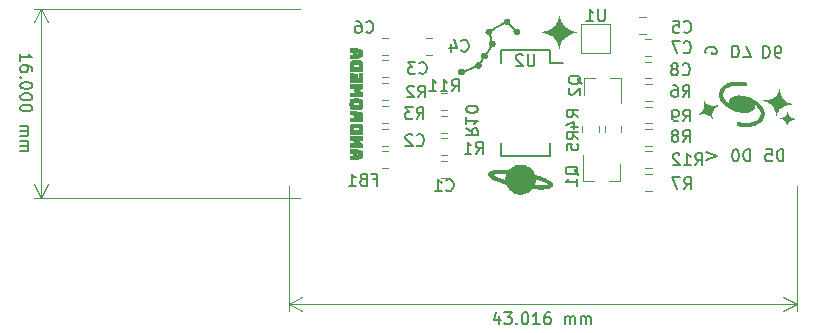
<source format=gbr>
G04 #@! TF.GenerationSoftware,KiCad,Pcbnew,(5.1.4)-1*
G04 #@! TF.CreationDate,2020-11-01T21:23:20+01:00*
G04 #@! TF.ProjectId,deauther-andromeda,64656175-7468-4657-922d-616e64726f6d,rev?*
G04 #@! TF.SameCoordinates,Original*
G04 #@! TF.FileFunction,Legend,Bot*
G04 #@! TF.FilePolarity,Positive*
%FSLAX46Y46*%
G04 Gerber Fmt 4.6, Leading zero omitted, Abs format (unit mm)*
G04 Created by KiCad (PCBNEW (5.1.4)-1) date 2020-11-01 21:23:20*
%MOMM*%
%LPD*%
G04 APERTURE LIST*
%ADD10C,0.150000*%
%ADD11C,0.120000*%
%ADD12C,0.010000*%
G04 APERTURE END LIST*
D10*
X161300000Y-78791904D02*
X161252380Y-78696666D01*
X161252380Y-78553809D01*
X161300000Y-78410952D01*
X161395238Y-78315714D01*
X161490476Y-78268095D01*
X161680952Y-78220476D01*
X161823809Y-78220476D01*
X162014285Y-78268095D01*
X162109523Y-78315714D01*
X162204761Y-78410952D01*
X162252380Y-78553809D01*
X162252380Y-78649047D01*
X162204761Y-78791904D01*
X162157142Y-78839523D01*
X161823809Y-78839523D01*
X161823809Y-78649047D01*
X161292380Y-87131606D02*
X162292380Y-87464940D01*
X161292380Y-87798273D01*
X163538944Y-78139859D02*
X163538944Y-79139859D01*
X163777040Y-79139859D01*
X163919897Y-79092240D01*
X164015135Y-78997001D01*
X164062754Y-78901763D01*
X164110373Y-78711287D01*
X164110373Y-78568430D01*
X164062754Y-78377954D01*
X164015135Y-78282716D01*
X163919897Y-78187478D01*
X163777040Y-78139859D01*
X163538944Y-78139859D01*
X164443706Y-79139859D02*
X165110373Y-79139859D01*
X164681801Y-78139859D01*
X166180544Y-78174459D02*
X166180544Y-79174459D01*
X166418640Y-79174459D01*
X166561497Y-79126840D01*
X166656735Y-79031601D01*
X166704354Y-78936363D01*
X166751973Y-78745887D01*
X166751973Y-78603030D01*
X166704354Y-78412554D01*
X166656735Y-78317316D01*
X166561497Y-78222078D01*
X166418640Y-78174459D01*
X166180544Y-78174459D01*
X167609116Y-79174459D02*
X167418640Y-79174459D01*
X167323401Y-79126840D01*
X167275782Y-79079220D01*
X167180544Y-78936363D01*
X167132925Y-78745887D01*
X167132925Y-78364935D01*
X167180544Y-78269697D01*
X167228163Y-78222078D01*
X167323401Y-78174459D01*
X167513878Y-78174459D01*
X167609116Y-78222078D01*
X167656735Y-78269697D01*
X167704354Y-78364935D01*
X167704354Y-78603030D01*
X167656735Y-78698268D01*
X167609116Y-78745887D01*
X167513878Y-78793506D01*
X167323401Y-78793506D01*
X167228163Y-78745887D01*
X167180544Y-78698268D01*
X167132925Y-78603030D01*
X167880255Y-87914940D02*
X167880255Y-86914940D01*
X167642160Y-86914940D01*
X167499302Y-86962560D01*
X167404064Y-87057798D01*
X167356445Y-87153036D01*
X167308826Y-87343512D01*
X167308826Y-87486369D01*
X167356445Y-87676845D01*
X167404064Y-87772083D01*
X167499302Y-87867321D01*
X167642160Y-87914940D01*
X167880255Y-87914940D01*
X166404064Y-86914940D02*
X166880255Y-86914940D01*
X166927874Y-87391131D01*
X166880255Y-87343512D01*
X166785017Y-87295893D01*
X166546921Y-87295893D01*
X166451683Y-87343512D01*
X166404064Y-87391131D01*
X166356445Y-87486369D01*
X166356445Y-87724464D01*
X166404064Y-87819702D01*
X166451683Y-87867321D01*
X166546921Y-87914940D01*
X166785017Y-87914940D01*
X166880255Y-87867321D01*
X166927874Y-87819702D01*
X165055775Y-87917320D02*
X165055775Y-86917320D01*
X164817680Y-86917320D01*
X164674822Y-86964940D01*
X164579584Y-87060178D01*
X164531965Y-87155416D01*
X164484346Y-87345892D01*
X164484346Y-87488749D01*
X164531965Y-87679225D01*
X164579584Y-87774463D01*
X164674822Y-87869701D01*
X164817680Y-87917320D01*
X165055775Y-87917320D01*
X163865299Y-86917320D02*
X163770060Y-86917320D01*
X163674822Y-86964940D01*
X163627203Y-87012559D01*
X163579584Y-87107797D01*
X163531965Y-87298273D01*
X163531965Y-87536368D01*
X163579584Y-87726844D01*
X163627203Y-87822082D01*
X163674822Y-87869701D01*
X163770060Y-87917320D01*
X163865299Y-87917320D01*
X163960537Y-87869701D01*
X164008156Y-87822082D01*
X164055775Y-87726844D01*
X164103394Y-87536368D01*
X164103394Y-87298273D01*
X164055775Y-87107797D01*
X164008156Y-87012559D01*
X163960537Y-86964940D01*
X163865299Y-86917320D01*
X143825333Y-101055714D02*
X143825333Y-101722380D01*
X143587238Y-100674761D02*
X143349142Y-101389047D01*
X143968190Y-101389047D01*
X144253904Y-100722380D02*
X144872952Y-100722380D01*
X144539619Y-101103333D01*
X144682476Y-101103333D01*
X144777714Y-101150952D01*
X144825333Y-101198571D01*
X144872952Y-101293809D01*
X144872952Y-101531904D01*
X144825333Y-101627142D01*
X144777714Y-101674761D01*
X144682476Y-101722380D01*
X144396761Y-101722380D01*
X144301523Y-101674761D01*
X144253904Y-101627142D01*
X145301523Y-101627142D02*
X145349142Y-101674761D01*
X145301523Y-101722380D01*
X145253904Y-101674761D01*
X145301523Y-101627142D01*
X145301523Y-101722380D01*
X145968190Y-100722380D02*
X146063428Y-100722380D01*
X146158666Y-100770000D01*
X146206285Y-100817619D01*
X146253904Y-100912857D01*
X146301523Y-101103333D01*
X146301523Y-101341428D01*
X146253904Y-101531904D01*
X146206285Y-101627142D01*
X146158666Y-101674761D01*
X146063428Y-101722380D01*
X145968190Y-101722380D01*
X145872952Y-101674761D01*
X145825333Y-101627142D01*
X145777714Y-101531904D01*
X145730095Y-101341428D01*
X145730095Y-101103333D01*
X145777714Y-100912857D01*
X145825333Y-100817619D01*
X145872952Y-100770000D01*
X145968190Y-100722380D01*
X147253904Y-101722380D02*
X146682476Y-101722380D01*
X146968190Y-101722380D02*
X146968190Y-100722380D01*
X146872952Y-100865238D01*
X146777714Y-100960476D01*
X146682476Y-101008095D01*
X148111047Y-100722380D02*
X147920571Y-100722380D01*
X147825333Y-100770000D01*
X147777714Y-100817619D01*
X147682476Y-100960476D01*
X147634857Y-101150952D01*
X147634857Y-101531904D01*
X147682476Y-101627142D01*
X147730095Y-101674761D01*
X147825333Y-101722380D01*
X148015809Y-101722380D01*
X148111047Y-101674761D01*
X148158666Y-101627142D01*
X148206285Y-101531904D01*
X148206285Y-101293809D01*
X148158666Y-101198571D01*
X148111047Y-101150952D01*
X148015809Y-101103333D01*
X147825333Y-101103333D01*
X147730095Y-101150952D01*
X147682476Y-101198571D01*
X147634857Y-101293809D01*
X149396761Y-101722380D02*
X149396761Y-101055714D01*
X149396761Y-101150952D02*
X149444380Y-101103333D01*
X149539619Y-101055714D01*
X149682476Y-101055714D01*
X149777714Y-101103333D01*
X149825333Y-101198571D01*
X149825333Y-101722380D01*
X149825333Y-101198571D02*
X149872952Y-101103333D01*
X149968190Y-101055714D01*
X150111047Y-101055714D01*
X150206285Y-101103333D01*
X150253904Y-101198571D01*
X150253904Y-101722380D01*
X150730095Y-101722380D02*
X150730095Y-101055714D01*
X150730095Y-101150952D02*
X150777714Y-101103333D01*
X150872952Y-101055714D01*
X151015809Y-101055714D01*
X151111047Y-101103333D01*
X151158666Y-101198571D01*
X151158666Y-101722380D01*
X151158666Y-101198571D02*
X151206285Y-101103333D01*
X151301523Y-101055714D01*
X151444380Y-101055714D01*
X151539619Y-101103333D01*
X151587238Y-101198571D01*
X151587238Y-101722380D01*
D11*
X125984000Y-100000000D02*
X169000000Y-100000000D01*
X125984000Y-90000000D02*
X125984000Y-100586421D01*
X169000000Y-90000000D02*
X169000000Y-100586421D01*
X169000000Y-100000000D02*
X167873496Y-100586421D01*
X169000000Y-100000000D02*
X167873496Y-99413579D01*
X125984000Y-100000000D02*
X127110504Y-100586421D01*
X125984000Y-100000000D02*
X127110504Y-99413579D01*
D10*
X103277619Y-79428571D02*
X103277619Y-78857142D01*
X103277619Y-79142857D02*
X104277619Y-79142857D01*
X104134761Y-79047619D01*
X104039523Y-78952380D01*
X103991904Y-78857142D01*
X104277619Y-80285714D02*
X104277619Y-80095238D01*
X104230000Y-80000000D01*
X104182380Y-79952380D01*
X104039523Y-79857142D01*
X103849047Y-79809523D01*
X103468095Y-79809523D01*
X103372857Y-79857142D01*
X103325238Y-79904761D01*
X103277619Y-80000000D01*
X103277619Y-80190476D01*
X103325238Y-80285714D01*
X103372857Y-80333333D01*
X103468095Y-80380952D01*
X103706190Y-80380952D01*
X103801428Y-80333333D01*
X103849047Y-80285714D01*
X103896666Y-80190476D01*
X103896666Y-80000000D01*
X103849047Y-79904761D01*
X103801428Y-79857142D01*
X103706190Y-79809523D01*
X103372857Y-80809523D02*
X103325238Y-80857142D01*
X103277619Y-80809523D01*
X103325238Y-80761904D01*
X103372857Y-80809523D01*
X103277619Y-80809523D01*
X104277619Y-81476190D02*
X104277619Y-81571428D01*
X104230000Y-81666666D01*
X104182380Y-81714285D01*
X104087142Y-81761904D01*
X103896666Y-81809523D01*
X103658571Y-81809523D01*
X103468095Y-81761904D01*
X103372857Y-81714285D01*
X103325238Y-81666666D01*
X103277619Y-81571428D01*
X103277619Y-81476190D01*
X103325238Y-81380952D01*
X103372857Y-81333333D01*
X103468095Y-81285714D01*
X103658571Y-81238095D01*
X103896666Y-81238095D01*
X104087142Y-81285714D01*
X104182380Y-81333333D01*
X104230000Y-81380952D01*
X104277619Y-81476190D01*
X104277619Y-82428571D02*
X104277619Y-82523809D01*
X104230000Y-82619047D01*
X104182380Y-82666666D01*
X104087142Y-82714285D01*
X103896666Y-82761904D01*
X103658571Y-82761904D01*
X103468095Y-82714285D01*
X103372857Y-82666666D01*
X103325238Y-82619047D01*
X103277619Y-82523809D01*
X103277619Y-82428571D01*
X103325238Y-82333333D01*
X103372857Y-82285714D01*
X103468095Y-82238095D01*
X103658571Y-82190476D01*
X103896666Y-82190476D01*
X104087142Y-82238095D01*
X104182380Y-82285714D01*
X104230000Y-82333333D01*
X104277619Y-82428571D01*
X104277619Y-83380952D02*
X104277619Y-83476190D01*
X104230000Y-83571428D01*
X104182380Y-83619047D01*
X104087142Y-83666666D01*
X103896666Y-83714285D01*
X103658571Y-83714285D01*
X103468095Y-83666666D01*
X103372857Y-83619047D01*
X103325238Y-83571428D01*
X103277619Y-83476190D01*
X103277619Y-83380952D01*
X103325238Y-83285714D01*
X103372857Y-83238095D01*
X103468095Y-83190476D01*
X103658571Y-83142857D01*
X103896666Y-83142857D01*
X104087142Y-83190476D01*
X104182380Y-83238095D01*
X104230000Y-83285714D01*
X104277619Y-83380952D01*
X103277619Y-84904761D02*
X103944285Y-84904761D01*
X103849047Y-84904761D02*
X103896666Y-84952380D01*
X103944285Y-85047619D01*
X103944285Y-85190476D01*
X103896666Y-85285714D01*
X103801428Y-85333333D01*
X103277619Y-85333333D01*
X103801428Y-85333333D02*
X103896666Y-85380952D01*
X103944285Y-85476190D01*
X103944285Y-85619047D01*
X103896666Y-85714285D01*
X103801428Y-85761904D01*
X103277619Y-85761904D01*
X103277619Y-86238095D02*
X103944285Y-86238095D01*
X103849047Y-86238095D02*
X103896666Y-86285714D01*
X103944285Y-86380952D01*
X103944285Y-86523809D01*
X103896666Y-86619047D01*
X103801428Y-86666666D01*
X103277619Y-86666666D01*
X103801428Y-86666666D02*
X103896666Y-86714285D01*
X103944285Y-86809523D01*
X103944285Y-86952380D01*
X103896666Y-87047619D01*
X103801428Y-87095238D01*
X103277619Y-87095238D01*
D11*
X105000000Y-75000000D02*
X105000000Y-91000000D01*
X126984000Y-75000000D02*
X104413579Y-75000000D01*
X126984000Y-91000000D02*
X104413579Y-91000000D01*
X105000000Y-91000000D02*
X104413579Y-89873496D01*
X105000000Y-91000000D02*
X105586421Y-89873496D01*
X105000000Y-75000000D02*
X104413579Y-76126504D01*
X105000000Y-75000000D02*
X105586421Y-76126504D01*
D12*
G36*
X145735865Y-90668116D02*
G01*
X145862469Y-90649087D01*
X145984357Y-90617349D01*
X146102246Y-90572678D01*
X146216853Y-90514846D01*
X146324076Y-90446998D01*
X146351056Y-90426698D01*
X146383844Y-90399711D01*
X146420034Y-90368257D01*
X146457218Y-90334557D01*
X146492990Y-90300830D01*
X146524944Y-90269296D01*
X146550673Y-90242176D01*
X146566597Y-90223272D01*
X146581502Y-90203501D01*
X146729406Y-90214738D01*
X146890176Y-90225461D01*
X147045733Y-90232869D01*
X147194956Y-90236975D01*
X147336726Y-90237792D01*
X147469921Y-90235332D01*
X147593421Y-90229607D01*
X147706107Y-90220631D01*
X147806858Y-90208415D01*
X147845631Y-90202272D01*
X147944411Y-90182140D01*
X148030214Y-90157693D01*
X148103334Y-90128751D01*
X148164067Y-90095135D01*
X148212706Y-90056667D01*
X148249545Y-90013166D01*
X148274880Y-89964454D01*
X148284031Y-89935319D01*
X148291167Y-89883866D01*
X148286189Y-89833805D01*
X148268732Y-89784187D01*
X148238432Y-89734066D01*
X148194928Y-89682491D01*
X148182104Y-89669416D01*
X148126987Y-89619405D01*
X148064221Y-89571630D01*
X147992383Y-89525192D01*
X147910046Y-89479193D01*
X147815786Y-89432735D01*
X147781967Y-89417216D01*
X147701099Y-89381653D01*
X147618531Y-89347324D01*
X147532840Y-89313736D01*
X147442606Y-89280401D01*
X147346408Y-89246826D01*
X147242825Y-89212521D01*
X147130436Y-89176996D01*
X147007820Y-89139758D01*
X146873557Y-89100319D01*
X146819208Y-89084658D01*
X146804717Y-89080034D01*
X146794595Y-89074257D01*
X146786616Y-89064482D01*
X146778557Y-89047867D01*
X146768191Y-89021567D01*
X146766623Y-89017458D01*
X146713872Y-88898225D01*
X146649488Y-88786187D01*
X146573984Y-88682003D01*
X146487871Y-88586334D01*
X146391662Y-88499840D01*
X146327556Y-88451386D01*
X146215323Y-88380360D01*
X146097244Y-88321731D01*
X145973096Y-88275408D01*
X145842657Y-88241300D01*
X145791720Y-88231579D01*
X145750697Y-88226132D01*
X145700175Y-88221897D01*
X145644330Y-88219004D01*
X145587338Y-88217580D01*
X145533376Y-88217752D01*
X145486620Y-88219649D01*
X145464652Y-88221566D01*
X145337561Y-88242285D01*
X145213210Y-88275226D01*
X145093645Y-88319698D01*
X144980908Y-88375010D01*
X144939526Y-88399190D01*
X144871840Y-88443738D01*
X144808214Y-88492411D01*
X144745151Y-88548065D01*
X144686908Y-88605531D01*
X144605864Y-88688980D01*
X144475066Y-88678375D01*
X144361592Y-88670214D01*
X144245108Y-88663786D01*
X144127636Y-88659107D01*
X144011197Y-88656192D01*
X143897814Y-88655056D01*
X143789507Y-88655716D01*
X143688298Y-88658186D01*
X143596208Y-88662482D01*
X143515259Y-88668619D01*
X143492741Y-88670898D01*
X143377073Y-88686121D01*
X143274558Y-88705346D01*
X143185011Y-88728649D01*
X143108250Y-88756104D01*
X143044090Y-88787786D01*
X142992347Y-88823770D01*
X142952838Y-88864132D01*
X142929099Y-88901219D01*
X142908578Y-88955508D01*
X142901946Y-89009871D01*
X142903515Y-89021682D01*
X143193950Y-89021682D01*
X143194161Y-89016608D01*
X143203842Y-89007959D01*
X143225465Y-88998173D01*
X143257149Y-88987716D01*
X143297012Y-88977050D01*
X143343174Y-88966643D01*
X143393754Y-88956958D01*
X143446871Y-88948459D01*
X143495282Y-88942211D01*
X143573797Y-88934998D01*
X143664058Y-88929690D01*
X143764022Y-88926303D01*
X143871648Y-88924856D01*
X143984896Y-88925365D01*
X144101724Y-88927850D01*
X144220092Y-88932326D01*
X144281638Y-88935450D01*
X144335240Y-88938506D01*
X144376452Y-88941156D01*
X144406785Y-88943637D01*
X144427752Y-88946183D01*
X144440865Y-88949031D01*
X144447635Y-88952417D01*
X144449576Y-88956576D01*
X144448328Y-88961448D01*
X144405285Y-89078585D01*
X144373757Y-89201086D01*
X144354370Y-89325917D01*
X144347748Y-89450043D01*
X144347748Y-89450343D01*
X144347538Y-89481750D01*
X144346627Y-89501728D01*
X144344589Y-89512576D01*
X144340997Y-89516592D01*
X144335569Y-89516117D01*
X144208045Y-89477767D01*
X144092441Y-89441755D01*
X143987076Y-89407507D01*
X143890271Y-89374447D01*
X143800344Y-89342000D01*
X143715615Y-89309590D01*
X143634403Y-89276643D01*
X143627501Y-89273754D01*
X143563782Y-89246004D01*
X143501367Y-89216906D01*
X143441462Y-89187179D01*
X143385277Y-89157539D01*
X143334021Y-89128703D01*
X143288900Y-89101388D01*
X143251125Y-89076312D01*
X143221902Y-89054191D01*
X143202441Y-89035742D01*
X143193950Y-89021682D01*
X142903515Y-89021682D01*
X142909175Y-89064271D01*
X142930236Y-89118668D01*
X142965101Y-89173024D01*
X143013742Y-89227300D01*
X143076131Y-89281459D01*
X143152238Y-89335461D01*
X143242036Y-89389268D01*
X143317830Y-89429211D01*
X143430719Y-89482829D01*
X143554692Y-89536069D01*
X143690272Y-89589125D01*
X143837986Y-89642190D01*
X143998358Y-89695459D01*
X144171914Y-89749125D01*
X144238886Y-89768920D01*
X144404902Y-89817421D01*
X144425084Y-89872340D01*
X144455354Y-89942570D01*
X146744373Y-89942570D01*
X146745805Y-89935730D01*
X146751246Y-89918711D01*
X146759803Y-89894180D01*
X146769129Y-89868689D01*
X146801152Y-89767849D01*
X146825221Y-89660085D01*
X146840459Y-89550298D01*
X146845987Y-89443385D01*
X146845994Y-89439661D01*
X146846222Y-89409187D01*
X146847210Y-89390089D01*
X146849417Y-89380017D01*
X146853302Y-89376622D01*
X146858172Y-89377203D01*
X146868825Y-89380325D01*
X146890186Y-89386636D01*
X146919636Y-89395362D01*
X146954559Y-89405727D01*
X146974734Y-89411721D01*
X147109178Y-89453166D01*
X147238267Y-89495901D01*
X147361095Y-89539535D01*
X147476754Y-89583676D01*
X147584338Y-89627933D01*
X147682938Y-89671913D01*
X147771649Y-89715226D01*
X147849563Y-89757479D01*
X147915772Y-89798280D01*
X147969371Y-89837239D01*
X147979369Y-89845515D01*
X147996111Y-89860273D01*
X148003502Y-89869235D01*
X148002979Y-89875280D01*
X147996893Y-89880630D01*
X147984218Y-89887107D01*
X147962511Y-89895716D01*
X147936107Y-89904763D01*
X147931710Y-89906146D01*
X147868988Y-89922405D01*
X147793797Y-89936321D01*
X147707398Y-89947805D01*
X147611051Y-89956768D01*
X147506017Y-89963118D01*
X147393557Y-89966768D01*
X147274931Y-89967626D01*
X147151399Y-89965602D01*
X147113912Y-89964432D01*
X147054618Y-89962212D01*
X146995977Y-89959705D01*
X146939661Y-89957011D01*
X146887343Y-89954228D01*
X146840697Y-89951456D01*
X146801396Y-89948793D01*
X146771113Y-89946339D01*
X146751522Y-89944193D01*
X146744373Y-89942570D01*
X144455354Y-89942570D01*
X144474595Y-89987210D01*
X144536068Y-90095961D01*
X144608648Y-90197816D01*
X144691476Y-90292002D01*
X144783697Y-90377743D01*
X144884452Y-90454265D01*
X144992885Y-90520791D01*
X145108139Y-90576547D01*
X145229357Y-90620759D01*
X145263854Y-90630854D01*
X145341824Y-90650188D01*
X145416292Y-90663478D01*
X145492333Y-90671379D01*
X145575023Y-90674546D01*
X145603830Y-90674665D01*
X145735865Y-90668116D01*
X145735865Y-90668116D01*
G37*
X145735865Y-90668116D02*
X145862469Y-90649087D01*
X145984357Y-90617349D01*
X146102246Y-90572678D01*
X146216853Y-90514846D01*
X146324076Y-90446998D01*
X146351056Y-90426698D01*
X146383844Y-90399711D01*
X146420034Y-90368257D01*
X146457218Y-90334557D01*
X146492990Y-90300830D01*
X146524944Y-90269296D01*
X146550673Y-90242176D01*
X146566597Y-90223272D01*
X146581502Y-90203501D01*
X146729406Y-90214738D01*
X146890176Y-90225461D01*
X147045733Y-90232869D01*
X147194956Y-90236975D01*
X147336726Y-90237792D01*
X147469921Y-90235332D01*
X147593421Y-90229607D01*
X147706107Y-90220631D01*
X147806858Y-90208415D01*
X147845631Y-90202272D01*
X147944411Y-90182140D01*
X148030214Y-90157693D01*
X148103334Y-90128751D01*
X148164067Y-90095135D01*
X148212706Y-90056667D01*
X148249545Y-90013166D01*
X148274880Y-89964454D01*
X148284031Y-89935319D01*
X148291167Y-89883866D01*
X148286189Y-89833805D01*
X148268732Y-89784187D01*
X148238432Y-89734066D01*
X148194928Y-89682491D01*
X148182104Y-89669416D01*
X148126987Y-89619405D01*
X148064221Y-89571630D01*
X147992383Y-89525192D01*
X147910046Y-89479193D01*
X147815786Y-89432735D01*
X147781967Y-89417216D01*
X147701099Y-89381653D01*
X147618531Y-89347324D01*
X147532840Y-89313736D01*
X147442606Y-89280401D01*
X147346408Y-89246826D01*
X147242825Y-89212521D01*
X147130436Y-89176996D01*
X147007820Y-89139758D01*
X146873557Y-89100319D01*
X146819208Y-89084658D01*
X146804717Y-89080034D01*
X146794595Y-89074257D01*
X146786616Y-89064482D01*
X146778557Y-89047867D01*
X146768191Y-89021567D01*
X146766623Y-89017458D01*
X146713872Y-88898225D01*
X146649488Y-88786187D01*
X146573984Y-88682003D01*
X146487871Y-88586334D01*
X146391662Y-88499840D01*
X146327556Y-88451386D01*
X146215323Y-88380360D01*
X146097244Y-88321731D01*
X145973096Y-88275408D01*
X145842657Y-88241300D01*
X145791720Y-88231579D01*
X145750697Y-88226132D01*
X145700175Y-88221897D01*
X145644330Y-88219004D01*
X145587338Y-88217580D01*
X145533376Y-88217752D01*
X145486620Y-88219649D01*
X145464652Y-88221566D01*
X145337561Y-88242285D01*
X145213210Y-88275226D01*
X145093645Y-88319698D01*
X144980908Y-88375010D01*
X144939526Y-88399190D01*
X144871840Y-88443738D01*
X144808214Y-88492411D01*
X144745151Y-88548065D01*
X144686908Y-88605531D01*
X144605864Y-88688980D01*
X144475066Y-88678375D01*
X144361592Y-88670214D01*
X144245108Y-88663786D01*
X144127636Y-88659107D01*
X144011197Y-88656192D01*
X143897814Y-88655056D01*
X143789507Y-88655716D01*
X143688298Y-88658186D01*
X143596208Y-88662482D01*
X143515259Y-88668619D01*
X143492741Y-88670898D01*
X143377073Y-88686121D01*
X143274558Y-88705346D01*
X143185011Y-88728649D01*
X143108250Y-88756104D01*
X143044090Y-88787786D01*
X142992347Y-88823770D01*
X142952838Y-88864132D01*
X142929099Y-88901219D01*
X142908578Y-88955508D01*
X142901946Y-89009871D01*
X142903515Y-89021682D01*
X143193950Y-89021682D01*
X143194161Y-89016608D01*
X143203842Y-89007959D01*
X143225465Y-88998173D01*
X143257149Y-88987716D01*
X143297012Y-88977050D01*
X143343174Y-88966643D01*
X143393754Y-88956958D01*
X143446871Y-88948459D01*
X143495282Y-88942211D01*
X143573797Y-88934998D01*
X143664058Y-88929690D01*
X143764022Y-88926303D01*
X143871648Y-88924856D01*
X143984896Y-88925365D01*
X144101724Y-88927850D01*
X144220092Y-88932326D01*
X144281638Y-88935450D01*
X144335240Y-88938506D01*
X144376452Y-88941156D01*
X144406785Y-88943637D01*
X144427752Y-88946183D01*
X144440865Y-88949031D01*
X144447635Y-88952417D01*
X144449576Y-88956576D01*
X144448328Y-88961448D01*
X144405285Y-89078585D01*
X144373757Y-89201086D01*
X144354370Y-89325917D01*
X144347748Y-89450043D01*
X144347748Y-89450343D01*
X144347538Y-89481750D01*
X144346627Y-89501728D01*
X144344589Y-89512576D01*
X144340997Y-89516592D01*
X144335569Y-89516117D01*
X144208045Y-89477767D01*
X144092441Y-89441755D01*
X143987076Y-89407507D01*
X143890271Y-89374447D01*
X143800344Y-89342000D01*
X143715615Y-89309590D01*
X143634403Y-89276643D01*
X143627501Y-89273754D01*
X143563782Y-89246004D01*
X143501367Y-89216906D01*
X143441462Y-89187179D01*
X143385277Y-89157539D01*
X143334021Y-89128703D01*
X143288900Y-89101388D01*
X143251125Y-89076312D01*
X143221902Y-89054191D01*
X143202441Y-89035742D01*
X143193950Y-89021682D01*
X142903515Y-89021682D01*
X142909175Y-89064271D01*
X142930236Y-89118668D01*
X142965101Y-89173024D01*
X143013742Y-89227300D01*
X143076131Y-89281459D01*
X143152238Y-89335461D01*
X143242036Y-89389268D01*
X143317830Y-89429211D01*
X143430719Y-89482829D01*
X143554692Y-89536069D01*
X143690272Y-89589125D01*
X143837986Y-89642190D01*
X143998358Y-89695459D01*
X144171914Y-89749125D01*
X144238886Y-89768920D01*
X144404902Y-89817421D01*
X144425084Y-89872340D01*
X144455354Y-89942570D01*
X146744373Y-89942570D01*
X146745805Y-89935730D01*
X146751246Y-89918711D01*
X146759803Y-89894180D01*
X146769129Y-89868689D01*
X146801152Y-89767849D01*
X146825221Y-89660085D01*
X146840459Y-89550298D01*
X146845987Y-89443385D01*
X146845994Y-89439661D01*
X146846222Y-89409187D01*
X146847210Y-89390089D01*
X146849417Y-89380017D01*
X146853302Y-89376622D01*
X146858172Y-89377203D01*
X146868825Y-89380325D01*
X146890186Y-89386636D01*
X146919636Y-89395362D01*
X146954559Y-89405727D01*
X146974734Y-89411721D01*
X147109178Y-89453166D01*
X147238267Y-89495901D01*
X147361095Y-89539535D01*
X147476754Y-89583676D01*
X147584338Y-89627933D01*
X147682938Y-89671913D01*
X147771649Y-89715226D01*
X147849563Y-89757479D01*
X147915772Y-89798280D01*
X147969371Y-89837239D01*
X147979369Y-89845515D01*
X147996111Y-89860273D01*
X148003502Y-89869235D01*
X148002979Y-89875280D01*
X147996893Y-89880630D01*
X147984218Y-89887107D01*
X147962511Y-89895716D01*
X147936107Y-89904763D01*
X147931710Y-89906146D01*
X147868988Y-89922405D01*
X147793797Y-89936321D01*
X147707398Y-89947805D01*
X147611051Y-89956768D01*
X147506017Y-89963118D01*
X147393557Y-89966768D01*
X147274931Y-89967626D01*
X147151399Y-89965602D01*
X147113912Y-89964432D01*
X147054618Y-89962212D01*
X146995977Y-89959705D01*
X146939661Y-89957011D01*
X146887343Y-89954228D01*
X146840697Y-89951456D01*
X146801396Y-89948793D01*
X146771113Y-89946339D01*
X146751522Y-89944193D01*
X146744373Y-89942570D01*
X144455354Y-89942570D01*
X144474595Y-89987210D01*
X144536068Y-90095961D01*
X144608648Y-90197816D01*
X144691476Y-90292002D01*
X144783697Y-90377743D01*
X144884452Y-90454265D01*
X144992885Y-90520791D01*
X145108139Y-90576547D01*
X145229357Y-90620759D01*
X145263854Y-90630854D01*
X145341824Y-90650188D01*
X145416292Y-90663478D01*
X145492333Y-90671379D01*
X145575023Y-90674546D01*
X145603830Y-90674665D01*
X145735865Y-90668116D01*
G36*
X131340748Y-87774321D02*
G01*
X131400321Y-87773874D01*
X131438414Y-87773533D01*
X131692980Y-87771179D01*
X131758418Y-87748437D01*
X131805984Y-87731587D01*
X131857109Y-87712919D01*
X131910075Y-87693113D01*
X131963164Y-87672848D01*
X132014659Y-87652805D01*
X132062842Y-87633664D01*
X132105995Y-87616104D01*
X132142402Y-87600805D01*
X132170344Y-87588447D01*
X132188105Y-87579711D01*
X132193464Y-87576212D01*
X132197385Y-87571918D01*
X132200526Y-87566629D01*
X132202973Y-87558886D01*
X132204813Y-87547232D01*
X132206131Y-87530209D01*
X132207016Y-87506359D01*
X132207552Y-87474224D01*
X132207827Y-87432345D01*
X132207927Y-87379266D01*
X132207939Y-87332305D01*
X132207939Y-87102679D01*
X132190542Y-87086131D01*
X132179827Y-87079685D01*
X132157861Y-87069325D01*
X132126495Y-87055763D01*
X132087583Y-87039710D01*
X132042977Y-87021876D01*
X131994530Y-87002973D01*
X131944096Y-86983710D01*
X131893526Y-86964800D01*
X131844674Y-86946952D01*
X131799392Y-86930878D01*
X131759533Y-86917289D01*
X131726950Y-86906895D01*
X131712476Y-86902709D01*
X131696185Y-86898538D01*
X131679984Y-86895190D01*
X131662061Y-86892554D01*
X131640608Y-86890519D01*
X131613816Y-86888972D01*
X131579875Y-86887803D01*
X131536977Y-86886899D01*
X131483311Y-86886150D01*
X131435501Y-86885628D01*
X131380437Y-86885228D01*
X131329240Y-86885163D01*
X131283731Y-86885413D01*
X131245731Y-86885955D01*
X131217064Y-86886768D01*
X131199551Y-86887830D01*
X131195474Y-86888469D01*
X131183945Y-86893156D01*
X131175249Y-86900678D01*
X131169036Y-86912780D01*
X131164960Y-86931208D01*
X131162671Y-86957705D01*
X131161822Y-86994018D01*
X131162065Y-87041889D01*
X131162242Y-87054994D01*
X131163233Y-87103943D01*
X131164671Y-87140692D01*
X131166680Y-87166768D01*
X131169386Y-87183700D01*
X131172914Y-87193013D01*
X131173654Y-87194008D01*
X131178953Y-87198241D01*
X131187982Y-87201292D01*
X131202792Y-87203344D01*
X131225436Y-87204581D01*
X131257963Y-87205185D01*
X131300654Y-87205340D01*
X131418104Y-87205340D01*
X131418104Y-87338848D01*
X131682542Y-87338848D01*
X131682913Y-87299527D01*
X131683950Y-87266669D01*
X131685537Y-87242288D01*
X131687562Y-87228397D01*
X131688958Y-87225934D01*
X131697519Y-87227869D01*
X131716915Y-87233206D01*
X131744700Y-87241243D01*
X131778428Y-87251278D01*
X131798561Y-87257375D01*
X131835517Y-87268959D01*
X131868746Y-87279976D01*
X131895496Y-87289468D01*
X131913014Y-87296477D01*
X131917405Y-87298723D01*
X131928950Y-87313243D01*
X131933516Y-87334093D01*
X131930831Y-87355574D01*
X131920884Y-87371761D01*
X131909992Y-87377600D01*
X131888551Y-87386234D01*
X131859378Y-87396622D01*
X131825289Y-87407724D01*
X131814761Y-87410967D01*
X131779068Y-87421835D01*
X131746691Y-87431733D01*
X131720687Y-87439723D01*
X131704114Y-87444867D01*
X131701679Y-87445638D01*
X131682542Y-87451761D01*
X131682542Y-87338848D01*
X131418104Y-87338848D01*
X131418104Y-87466205D01*
X131304612Y-87466205D01*
X131258800Y-87466504D01*
X131225038Y-87467495D01*
X131201467Y-87469322D01*
X131186232Y-87472126D01*
X131177612Y-87475949D01*
X131172942Y-87480174D01*
X131169489Y-87486435D01*
X131167071Y-87496659D01*
X131165505Y-87512776D01*
X131164610Y-87536715D01*
X131164204Y-87570404D01*
X131164104Y-87615773D01*
X131164104Y-87619056D01*
X131164317Y-87667794D01*
X131165033Y-87704517D01*
X131166370Y-87730935D01*
X131168443Y-87748757D01*
X131171369Y-87759693D01*
X131173976Y-87764153D01*
X131177473Y-87767213D01*
X131183191Y-87769665D01*
X131192497Y-87771557D01*
X131206760Y-87772938D01*
X131227348Y-87773857D01*
X131255630Y-87774361D01*
X131292974Y-87774499D01*
X131340748Y-87774321D01*
X131340748Y-87774321D01*
G37*
X131340748Y-87774321D02*
X131400321Y-87773874D01*
X131438414Y-87773533D01*
X131692980Y-87771179D01*
X131758418Y-87748437D01*
X131805984Y-87731587D01*
X131857109Y-87712919D01*
X131910075Y-87693113D01*
X131963164Y-87672848D01*
X132014659Y-87652805D01*
X132062842Y-87633664D01*
X132105995Y-87616104D01*
X132142402Y-87600805D01*
X132170344Y-87588447D01*
X132188105Y-87579711D01*
X132193464Y-87576212D01*
X132197385Y-87571918D01*
X132200526Y-87566629D01*
X132202973Y-87558886D01*
X132204813Y-87547232D01*
X132206131Y-87530209D01*
X132207016Y-87506359D01*
X132207552Y-87474224D01*
X132207827Y-87432345D01*
X132207927Y-87379266D01*
X132207939Y-87332305D01*
X132207939Y-87102679D01*
X132190542Y-87086131D01*
X132179827Y-87079685D01*
X132157861Y-87069325D01*
X132126495Y-87055763D01*
X132087583Y-87039710D01*
X132042977Y-87021876D01*
X131994530Y-87002973D01*
X131944096Y-86983710D01*
X131893526Y-86964800D01*
X131844674Y-86946952D01*
X131799392Y-86930878D01*
X131759533Y-86917289D01*
X131726950Y-86906895D01*
X131712476Y-86902709D01*
X131696185Y-86898538D01*
X131679984Y-86895190D01*
X131662061Y-86892554D01*
X131640608Y-86890519D01*
X131613816Y-86888972D01*
X131579875Y-86887803D01*
X131536977Y-86886899D01*
X131483311Y-86886150D01*
X131435501Y-86885628D01*
X131380437Y-86885228D01*
X131329240Y-86885163D01*
X131283731Y-86885413D01*
X131245731Y-86885955D01*
X131217064Y-86886768D01*
X131199551Y-86887830D01*
X131195474Y-86888469D01*
X131183945Y-86893156D01*
X131175249Y-86900678D01*
X131169036Y-86912780D01*
X131164960Y-86931208D01*
X131162671Y-86957705D01*
X131161822Y-86994018D01*
X131162065Y-87041889D01*
X131162242Y-87054994D01*
X131163233Y-87103943D01*
X131164671Y-87140692D01*
X131166680Y-87166768D01*
X131169386Y-87183700D01*
X131172914Y-87193013D01*
X131173654Y-87194008D01*
X131178953Y-87198241D01*
X131187982Y-87201292D01*
X131202792Y-87203344D01*
X131225436Y-87204581D01*
X131257963Y-87205185D01*
X131300654Y-87205340D01*
X131418104Y-87205340D01*
X131418104Y-87338848D01*
X131682542Y-87338848D01*
X131682913Y-87299527D01*
X131683950Y-87266669D01*
X131685537Y-87242288D01*
X131687562Y-87228397D01*
X131688958Y-87225934D01*
X131697519Y-87227869D01*
X131716915Y-87233206D01*
X131744700Y-87241243D01*
X131778428Y-87251278D01*
X131798561Y-87257375D01*
X131835517Y-87268959D01*
X131868746Y-87279976D01*
X131895496Y-87289468D01*
X131913014Y-87296477D01*
X131917405Y-87298723D01*
X131928950Y-87313243D01*
X131933516Y-87334093D01*
X131930831Y-87355574D01*
X131920884Y-87371761D01*
X131909992Y-87377600D01*
X131888551Y-87386234D01*
X131859378Y-87396622D01*
X131825289Y-87407724D01*
X131814761Y-87410967D01*
X131779068Y-87421835D01*
X131746691Y-87431733D01*
X131720687Y-87439723D01*
X131704114Y-87444867D01*
X131701679Y-87445638D01*
X131682542Y-87451761D01*
X131682542Y-87338848D01*
X131418104Y-87338848D01*
X131418104Y-87466205D01*
X131304612Y-87466205D01*
X131258800Y-87466504D01*
X131225038Y-87467495D01*
X131201467Y-87469322D01*
X131186232Y-87472126D01*
X131177612Y-87475949D01*
X131172942Y-87480174D01*
X131169489Y-87486435D01*
X131167071Y-87496659D01*
X131165505Y-87512776D01*
X131164610Y-87536715D01*
X131164204Y-87570404D01*
X131164104Y-87615773D01*
X131164104Y-87619056D01*
X131164317Y-87667794D01*
X131165033Y-87704517D01*
X131166370Y-87730935D01*
X131168443Y-87748757D01*
X131171369Y-87759693D01*
X131173976Y-87764153D01*
X131177473Y-87767213D01*
X131183191Y-87769665D01*
X131192497Y-87771557D01*
X131206760Y-87772938D01*
X131227348Y-87773857D01*
X131255630Y-87774361D01*
X131292974Y-87774499D01*
X131340748Y-87774321D01*
G36*
X132200586Y-86688948D02*
G01*
X132205289Y-86675170D01*
X132208775Y-86650913D01*
X132211024Y-86619376D01*
X132212016Y-86583758D01*
X132211728Y-86547258D01*
X132210142Y-86513077D01*
X132207237Y-86484413D01*
X132202991Y-86464465D01*
X132202042Y-86461949D01*
X132193185Y-86449672D01*
X132173472Y-86428962D01*
X132142976Y-86399889D01*
X132101771Y-86362521D01*
X132049930Y-86316926D01*
X132021434Y-86292264D01*
X131850204Y-86144718D01*
X132020039Y-86141286D01*
X132077692Y-86139915D01*
X132122631Y-86138352D01*
X132156057Y-86136512D01*
X132179174Y-86134313D01*
X132193184Y-86131673D01*
X132198907Y-86128946D01*
X132202432Y-86121195D01*
X132205209Y-86104854D01*
X132207339Y-86078650D01*
X132208926Y-86041314D01*
X132210070Y-85991572D01*
X132210107Y-85989371D01*
X132210722Y-85942338D01*
X132210710Y-85907035D01*
X132209953Y-85881470D01*
X132208329Y-85863653D01*
X132205719Y-85851590D01*
X132202004Y-85843292D01*
X132201247Y-85842103D01*
X132190221Y-85825502D01*
X131690671Y-85825502D01*
X131593171Y-85825537D01*
X131508676Y-85825652D01*
X131436271Y-85825865D01*
X131375041Y-85826194D01*
X131324074Y-85826655D01*
X131282456Y-85827266D01*
X131249272Y-85828045D01*
X131223609Y-85829009D01*
X131204552Y-85830174D01*
X131191189Y-85831560D01*
X131182605Y-85833182D01*
X131177886Y-85835058D01*
X131177612Y-85835246D01*
X131173005Y-85839405D01*
X131169580Y-85845563D01*
X131167164Y-85855615D01*
X131165582Y-85871458D01*
X131164661Y-85894988D01*
X131164227Y-85928098D01*
X131164106Y-85972687D01*
X131164104Y-85982497D01*
X131164346Y-86033115D01*
X131165131Y-86071432D01*
X131166546Y-86098869D01*
X131168678Y-86116848D01*
X131171617Y-86126790D01*
X131173131Y-86128929D01*
X131182334Y-86132904D01*
X131201664Y-86135949D01*
X131232286Y-86138178D01*
X131275364Y-86139702D01*
X131287953Y-86139981D01*
X131393747Y-86142108D01*
X131421583Y-86163775D01*
X131435101Y-86174516D01*
X131457320Y-86192425D01*
X131486249Y-86215885D01*
X131519893Y-86243277D01*
X131556261Y-86272984D01*
X131571200Y-86285215D01*
X131692980Y-86384989D01*
X131437580Y-86388421D01*
X131367238Y-86389476D01*
X131309718Y-86390604D01*
X131263925Y-86391856D01*
X131228763Y-86393282D01*
X131203137Y-86394934D01*
X131185950Y-86396864D01*
X131176108Y-86399121D01*
X131173141Y-86400778D01*
X131169676Y-86410995D01*
X131166967Y-86432312D01*
X131165010Y-86462121D01*
X131163801Y-86497813D01*
X131163334Y-86536780D01*
X131163605Y-86576413D01*
X131164610Y-86614103D01*
X131166344Y-86647241D01*
X131168803Y-86673219D01*
X131171981Y-86689429D01*
X131173654Y-86692852D01*
X131176368Y-86695024D01*
X131181229Y-86696901D01*
X131189190Y-86698506D01*
X131201200Y-86699860D01*
X131218211Y-86700983D01*
X131241173Y-86701897D01*
X131271037Y-86702623D01*
X131308754Y-86703182D01*
X131355275Y-86703594D01*
X131411551Y-86703881D01*
X131478531Y-86704064D01*
X131557167Y-86704164D01*
X131648410Y-86704202D01*
X131686479Y-86704205D01*
X132189753Y-86704205D01*
X132200586Y-86688948D01*
X132200586Y-86688948D01*
G37*
X132200586Y-86688948D02*
X132205289Y-86675170D01*
X132208775Y-86650913D01*
X132211024Y-86619376D01*
X132212016Y-86583758D01*
X132211728Y-86547258D01*
X132210142Y-86513077D01*
X132207237Y-86484413D01*
X132202991Y-86464465D01*
X132202042Y-86461949D01*
X132193185Y-86449672D01*
X132173472Y-86428962D01*
X132142976Y-86399889D01*
X132101771Y-86362521D01*
X132049930Y-86316926D01*
X132021434Y-86292264D01*
X131850204Y-86144718D01*
X132020039Y-86141286D01*
X132077692Y-86139915D01*
X132122631Y-86138352D01*
X132156057Y-86136512D01*
X132179174Y-86134313D01*
X132193184Y-86131673D01*
X132198907Y-86128946D01*
X132202432Y-86121195D01*
X132205209Y-86104854D01*
X132207339Y-86078650D01*
X132208926Y-86041314D01*
X132210070Y-85991572D01*
X132210107Y-85989371D01*
X132210722Y-85942338D01*
X132210710Y-85907035D01*
X132209953Y-85881470D01*
X132208329Y-85863653D01*
X132205719Y-85851590D01*
X132202004Y-85843292D01*
X132201247Y-85842103D01*
X132190221Y-85825502D01*
X131690671Y-85825502D01*
X131593171Y-85825537D01*
X131508676Y-85825652D01*
X131436271Y-85825865D01*
X131375041Y-85826194D01*
X131324074Y-85826655D01*
X131282456Y-85827266D01*
X131249272Y-85828045D01*
X131223609Y-85829009D01*
X131204552Y-85830174D01*
X131191189Y-85831560D01*
X131182605Y-85833182D01*
X131177886Y-85835058D01*
X131177612Y-85835246D01*
X131173005Y-85839405D01*
X131169580Y-85845563D01*
X131167164Y-85855615D01*
X131165582Y-85871458D01*
X131164661Y-85894988D01*
X131164227Y-85928098D01*
X131164106Y-85972687D01*
X131164104Y-85982497D01*
X131164346Y-86033115D01*
X131165131Y-86071432D01*
X131166546Y-86098869D01*
X131168678Y-86116848D01*
X131171617Y-86126790D01*
X131173131Y-86128929D01*
X131182334Y-86132904D01*
X131201664Y-86135949D01*
X131232286Y-86138178D01*
X131275364Y-86139702D01*
X131287953Y-86139981D01*
X131393747Y-86142108D01*
X131421583Y-86163775D01*
X131435101Y-86174516D01*
X131457320Y-86192425D01*
X131486249Y-86215885D01*
X131519893Y-86243277D01*
X131556261Y-86272984D01*
X131571200Y-86285215D01*
X131692980Y-86384989D01*
X131437580Y-86388421D01*
X131367238Y-86389476D01*
X131309718Y-86390604D01*
X131263925Y-86391856D01*
X131228763Y-86393282D01*
X131203137Y-86394934D01*
X131185950Y-86396864D01*
X131176108Y-86399121D01*
X131173141Y-86400778D01*
X131169676Y-86410995D01*
X131166967Y-86432312D01*
X131165010Y-86462121D01*
X131163801Y-86497813D01*
X131163334Y-86536780D01*
X131163605Y-86576413D01*
X131164610Y-86614103D01*
X131166344Y-86647241D01*
X131168803Y-86673219D01*
X131171981Y-86689429D01*
X131173654Y-86692852D01*
X131176368Y-86695024D01*
X131181229Y-86696901D01*
X131189190Y-86698506D01*
X131201200Y-86699860D01*
X131218211Y-86700983D01*
X131241173Y-86701897D01*
X131271037Y-86702623D01*
X131308754Y-86703182D01*
X131355275Y-86703594D01*
X131411551Y-86703881D01*
X131478531Y-86704064D01*
X131557167Y-86704164D01*
X131648410Y-86704202D01*
X131686479Y-86704205D01*
X132189753Y-86704205D01*
X132200586Y-86688948D01*
G36*
X132201387Y-85602746D02*
G01*
X132204067Y-85597526D01*
X132206253Y-85589891D01*
X132207974Y-85578604D01*
X132209263Y-85562430D01*
X132210151Y-85540129D01*
X132210670Y-85510467D01*
X132210851Y-85472207D01*
X132210726Y-85424110D01*
X132210326Y-85364942D01*
X132209683Y-85293464D01*
X132209570Y-85281813D01*
X132208759Y-85204426D01*
X132207879Y-85139367D01*
X132206783Y-85085237D01*
X132205326Y-85040634D01*
X132203364Y-85004159D01*
X132200750Y-84974410D01*
X132197340Y-84949987D01*
X132192989Y-84929490D01*
X132187550Y-84911518D01*
X132180880Y-84894671D01*
X132172832Y-84877547D01*
X132166308Y-84864659D01*
X132141780Y-84828828D01*
X132107697Y-84795193D01*
X132068330Y-84767516D01*
X132040574Y-84753958D01*
X132030267Y-84749981D01*
X132020420Y-84746701D01*
X132009625Y-84744045D01*
X131996475Y-84741938D01*
X131979563Y-84740307D01*
X131957483Y-84739080D01*
X131928828Y-84738182D01*
X131892191Y-84737540D01*
X131846165Y-84737080D01*
X131789343Y-84736729D01*
X131720319Y-84736414D01*
X131703419Y-84736342D01*
X131639415Y-84736212D01*
X131578782Y-84736358D01*
X131523144Y-84736755D01*
X131474128Y-84737382D01*
X131433356Y-84738213D01*
X131402456Y-84739226D01*
X131383050Y-84740398D01*
X131378227Y-84741024D01*
X131324421Y-84758136D01*
X131276013Y-84785847D01*
X131235665Y-84822342D01*
X131212438Y-84854141D01*
X131202199Y-84875031D01*
X131191005Y-84903509D01*
X131181101Y-84933803D01*
X131180160Y-84937094D01*
X131176495Y-84950651D01*
X131173464Y-84963782D01*
X131171007Y-84977909D01*
X131169060Y-84994454D01*
X131167562Y-85014836D01*
X131166449Y-85040478D01*
X131165660Y-85072801D01*
X131165132Y-85113225D01*
X131164803Y-85163173D01*
X131164610Y-85224065D01*
X131164496Y-85294120D01*
X131164495Y-85296907D01*
X131438980Y-85296907D01*
X131438980Y-85196916D01*
X131439390Y-85152302D01*
X131440922Y-85119381D01*
X131444031Y-85096134D01*
X131449172Y-85080539D01*
X131456801Y-85070577D01*
X131467371Y-85064226D01*
X131469011Y-85063550D01*
X131481161Y-85061494D01*
X131504832Y-85059825D01*
X131537840Y-85058538D01*
X131578001Y-85057626D01*
X131623132Y-85057085D01*
X131671051Y-85056909D01*
X131719572Y-85057093D01*
X131766514Y-85057630D01*
X131809693Y-85058517D01*
X131846926Y-85059746D01*
X131876029Y-85061314D01*
X131894819Y-85063214D01*
X131900465Y-85064623D01*
X131912381Y-85071822D01*
X131920942Y-85080439D01*
X131926703Y-85092724D01*
X131930220Y-85110926D01*
X131932049Y-85137296D01*
X131932746Y-85174083D01*
X131932841Y-85195651D01*
X131933063Y-85296907D01*
X131438980Y-85296907D01*
X131164495Y-85296907D01*
X131164469Y-85368941D01*
X131164620Y-85431156D01*
X131164983Y-85481885D01*
X131165590Y-85522252D01*
X131166473Y-85553377D01*
X131167666Y-85576382D01*
X131169201Y-85592391D01*
X131171112Y-85602524D01*
X131173429Y-85607904D01*
X131173654Y-85608187D01*
X131176361Y-85610361D01*
X131181203Y-85612241D01*
X131189133Y-85613848D01*
X131201100Y-85615203D01*
X131218055Y-85616328D01*
X131240950Y-85617244D01*
X131270734Y-85617970D01*
X131308359Y-85618530D01*
X131354775Y-85618943D01*
X131410934Y-85619231D01*
X131477785Y-85619414D01*
X131556280Y-85619515D01*
X131647370Y-85619553D01*
X131686713Y-85619556D01*
X132190221Y-85619556D01*
X132201387Y-85602746D01*
X132201387Y-85602746D01*
G37*
X132201387Y-85602746D02*
X132204067Y-85597526D01*
X132206253Y-85589891D01*
X132207974Y-85578604D01*
X132209263Y-85562430D01*
X132210151Y-85540129D01*
X132210670Y-85510467D01*
X132210851Y-85472207D01*
X132210726Y-85424110D01*
X132210326Y-85364942D01*
X132209683Y-85293464D01*
X132209570Y-85281813D01*
X132208759Y-85204426D01*
X132207879Y-85139367D01*
X132206783Y-85085237D01*
X132205326Y-85040634D01*
X132203364Y-85004159D01*
X132200750Y-84974410D01*
X132197340Y-84949987D01*
X132192989Y-84929490D01*
X132187550Y-84911518D01*
X132180880Y-84894671D01*
X132172832Y-84877547D01*
X132166308Y-84864659D01*
X132141780Y-84828828D01*
X132107697Y-84795193D01*
X132068330Y-84767516D01*
X132040574Y-84753958D01*
X132030267Y-84749981D01*
X132020420Y-84746701D01*
X132009625Y-84744045D01*
X131996475Y-84741938D01*
X131979563Y-84740307D01*
X131957483Y-84739080D01*
X131928828Y-84738182D01*
X131892191Y-84737540D01*
X131846165Y-84737080D01*
X131789343Y-84736729D01*
X131720319Y-84736414D01*
X131703419Y-84736342D01*
X131639415Y-84736212D01*
X131578782Y-84736358D01*
X131523144Y-84736755D01*
X131474128Y-84737382D01*
X131433356Y-84738213D01*
X131402456Y-84739226D01*
X131383050Y-84740398D01*
X131378227Y-84741024D01*
X131324421Y-84758136D01*
X131276013Y-84785847D01*
X131235665Y-84822342D01*
X131212438Y-84854141D01*
X131202199Y-84875031D01*
X131191005Y-84903509D01*
X131181101Y-84933803D01*
X131180160Y-84937094D01*
X131176495Y-84950651D01*
X131173464Y-84963782D01*
X131171007Y-84977909D01*
X131169060Y-84994454D01*
X131167562Y-85014836D01*
X131166449Y-85040478D01*
X131165660Y-85072801D01*
X131165132Y-85113225D01*
X131164803Y-85163173D01*
X131164610Y-85224065D01*
X131164496Y-85294120D01*
X131164495Y-85296907D01*
X131438980Y-85296907D01*
X131438980Y-85196916D01*
X131439390Y-85152302D01*
X131440922Y-85119381D01*
X131444031Y-85096134D01*
X131449172Y-85080539D01*
X131456801Y-85070577D01*
X131467371Y-85064226D01*
X131469011Y-85063550D01*
X131481161Y-85061494D01*
X131504832Y-85059825D01*
X131537840Y-85058538D01*
X131578001Y-85057626D01*
X131623132Y-85057085D01*
X131671051Y-85056909D01*
X131719572Y-85057093D01*
X131766514Y-85057630D01*
X131809693Y-85058517D01*
X131846926Y-85059746D01*
X131876029Y-85061314D01*
X131894819Y-85063214D01*
X131900465Y-85064623D01*
X131912381Y-85071822D01*
X131920942Y-85080439D01*
X131926703Y-85092724D01*
X131930220Y-85110926D01*
X131932049Y-85137296D01*
X131932746Y-85174083D01*
X131932841Y-85195651D01*
X131933063Y-85296907D01*
X131438980Y-85296907D01*
X131164495Y-85296907D01*
X131164469Y-85368941D01*
X131164620Y-85431156D01*
X131164983Y-85481885D01*
X131165590Y-85522252D01*
X131166473Y-85553377D01*
X131167666Y-85576382D01*
X131169201Y-85592391D01*
X131171112Y-85602524D01*
X131173429Y-85607904D01*
X131173654Y-85608187D01*
X131176361Y-85610361D01*
X131181203Y-85612241D01*
X131189133Y-85613848D01*
X131201100Y-85615203D01*
X131218055Y-85616328D01*
X131240950Y-85617244D01*
X131270734Y-85617970D01*
X131308359Y-85618530D01*
X131354775Y-85618943D01*
X131410934Y-85619231D01*
X131477785Y-85619414D01*
X131556280Y-85619515D01*
X131647370Y-85619553D01*
X131686713Y-85619556D01*
X132190221Y-85619556D01*
X132201387Y-85602746D01*
G36*
X161835474Y-84270610D02*
G01*
X161831994Y-84267178D01*
X161828515Y-84270610D01*
X161831994Y-84274043D01*
X161835474Y-84270610D01*
X161835474Y-84270610D01*
G37*
X161835474Y-84270610D02*
X161831994Y-84267178D01*
X161828515Y-84270610D01*
X161831994Y-84274043D01*
X161835474Y-84270610D01*
G36*
X168171834Y-84810180D02*
G01*
X168176314Y-84796400D01*
X168177847Y-84788045D01*
X168182625Y-84767881D01*
X168191051Y-84740497D01*
X168201424Y-84711347D01*
X168202974Y-84707339D01*
X168239453Y-84632658D01*
X168287685Y-84563495D01*
X168346222Y-84501006D01*
X168413620Y-84446352D01*
X168488431Y-84400688D01*
X168569211Y-84365174D01*
X168654513Y-84340967D01*
X168662430Y-84339369D01*
X168692298Y-84333365D01*
X168719353Y-84327610D01*
X168738819Y-84323129D01*
X168742186Y-84322262D01*
X168755571Y-84318364D01*
X168756120Y-84316648D01*
X168745525Y-84315933D01*
X168714954Y-84311532D01*
X168675833Y-84301195D01*
X168631454Y-84286198D01*
X168585111Y-84267817D01*
X168540095Y-84247328D01*
X168499699Y-84226007D01*
X168476541Y-84211680D01*
X168444844Y-84187772D01*
X168409306Y-84156781D01*
X168373589Y-84122275D01*
X168341356Y-84087823D01*
X168316268Y-84056991D01*
X168312895Y-84052246D01*
X168280883Y-84000129D01*
X168253587Y-83944263D01*
X168233366Y-83889763D01*
X168226864Y-83865583D01*
X168218574Y-83829366D01*
X168212747Y-83805551D01*
X168208556Y-83793202D01*
X168205177Y-83791380D01*
X168201783Y-83799148D01*
X168197548Y-83815567D01*
X168194382Y-83828683D01*
X168168865Y-83904716D01*
X168131126Y-83976630D01*
X168082519Y-84043330D01*
X168024400Y-84103720D01*
X167958121Y-84156705D01*
X167885038Y-84201188D01*
X167806506Y-84236073D01*
X167723877Y-84260266D01*
X167646367Y-84272057D01*
X167593967Y-84276505D01*
X167641806Y-84285296D01*
X167733076Y-84308414D01*
X167818666Y-84342723D01*
X167897464Y-84387336D01*
X167968358Y-84441363D01*
X168030237Y-84503915D01*
X168081987Y-84574104D01*
X168122497Y-84651040D01*
X168133382Y-84678224D01*
X168143837Y-84709646D01*
X168152619Y-84741741D01*
X168158075Y-84768357D01*
X168158564Y-84771987D01*
X168162684Y-84797744D01*
X168167199Y-84810552D01*
X168171834Y-84810180D01*
X168171834Y-84810180D01*
G37*
X168171834Y-84810180D02*
X168176314Y-84796400D01*
X168177847Y-84788045D01*
X168182625Y-84767881D01*
X168191051Y-84740497D01*
X168201424Y-84711347D01*
X168202974Y-84707339D01*
X168239453Y-84632658D01*
X168287685Y-84563495D01*
X168346222Y-84501006D01*
X168413620Y-84446352D01*
X168488431Y-84400688D01*
X168569211Y-84365174D01*
X168654513Y-84340967D01*
X168662430Y-84339369D01*
X168692298Y-84333365D01*
X168719353Y-84327610D01*
X168738819Y-84323129D01*
X168742186Y-84322262D01*
X168755571Y-84318364D01*
X168756120Y-84316648D01*
X168745525Y-84315933D01*
X168714954Y-84311532D01*
X168675833Y-84301195D01*
X168631454Y-84286198D01*
X168585111Y-84267817D01*
X168540095Y-84247328D01*
X168499699Y-84226007D01*
X168476541Y-84211680D01*
X168444844Y-84187772D01*
X168409306Y-84156781D01*
X168373589Y-84122275D01*
X168341356Y-84087823D01*
X168316268Y-84056991D01*
X168312895Y-84052246D01*
X168280883Y-84000129D01*
X168253587Y-83944263D01*
X168233366Y-83889763D01*
X168226864Y-83865583D01*
X168218574Y-83829366D01*
X168212747Y-83805551D01*
X168208556Y-83793202D01*
X168205177Y-83791380D01*
X168201783Y-83799148D01*
X168197548Y-83815567D01*
X168194382Y-83828683D01*
X168168865Y-83904716D01*
X168131126Y-83976630D01*
X168082519Y-84043330D01*
X168024400Y-84103720D01*
X167958121Y-84156705D01*
X167885038Y-84201188D01*
X167806506Y-84236073D01*
X167723877Y-84260266D01*
X167646367Y-84272057D01*
X167593967Y-84276505D01*
X167641806Y-84285296D01*
X167733076Y-84308414D01*
X167818666Y-84342723D01*
X167897464Y-84387336D01*
X167968358Y-84441363D01*
X168030237Y-84503915D01*
X168081987Y-84574104D01*
X168122497Y-84651040D01*
X168133382Y-84678224D01*
X168143837Y-84709646D01*
X168152619Y-84741741D01*
X168158075Y-84768357D01*
X168158564Y-84771987D01*
X168162684Y-84797744D01*
X168167199Y-84810552D01*
X168171834Y-84810180D01*
G36*
X131748289Y-84549743D02*
G01*
X131820612Y-84549457D01*
X131890403Y-84548958D01*
X131956290Y-84548248D01*
X132016902Y-84547326D01*
X132070871Y-84546192D01*
X132116823Y-84544845D01*
X132153390Y-84543287D01*
X132179200Y-84541517D01*
X132192882Y-84539535D01*
X132194431Y-84538888D01*
X132197687Y-84536065D01*
X132200374Y-84531903D01*
X132202546Y-84525161D01*
X132204257Y-84514594D01*
X132205562Y-84498959D01*
X132206517Y-84477013D01*
X132207176Y-84447513D01*
X132207592Y-84409215D01*
X132207822Y-84360877D01*
X132207919Y-84301254D01*
X132207939Y-84231685D01*
X132207920Y-84159887D01*
X132207821Y-84100404D01*
X132207574Y-84051821D01*
X132207117Y-84012723D01*
X132206383Y-83981697D01*
X132205307Y-83957328D01*
X132203824Y-83938200D01*
X132201868Y-83922900D01*
X132199376Y-83910013D01*
X132196281Y-83898123D01*
X132192518Y-83885817D01*
X132191914Y-83883918D01*
X132170457Y-83835813D01*
X132139323Y-83797260D01*
X132097464Y-83767060D01*
X132082679Y-83759461D01*
X132066446Y-83752508D01*
X132049845Y-83747601D01*
X132029723Y-83744266D01*
X132002924Y-83742030D01*
X131966294Y-83740419D01*
X131953130Y-83739993D01*
X131898422Y-83739363D01*
X131855269Y-83741585D01*
X131821514Y-83747170D01*
X131794996Y-83756629D01*
X131773558Y-83770473D01*
X131757466Y-83786360D01*
X131733964Y-83813445D01*
X131725628Y-83782699D01*
X131706314Y-83736609D01*
X131676162Y-83698505D01*
X131636464Y-83669635D01*
X131590391Y-83651724D01*
X131573433Y-83649170D01*
X131545601Y-83647018D01*
X131509225Y-83645279D01*
X131466637Y-83643967D01*
X131420170Y-83643096D01*
X131372155Y-83642678D01*
X131324923Y-83642727D01*
X131280807Y-83643255D01*
X131242137Y-83644278D01*
X131211246Y-83645806D01*
X131190465Y-83647855D01*
X131183625Y-83649414D01*
X131175717Y-83654134D01*
X131169754Y-83662294D01*
X131165525Y-83675568D01*
X131162821Y-83695624D01*
X131161430Y-83724136D01*
X131161141Y-83762773D01*
X131161745Y-83813207D01*
X131161896Y-83821748D01*
X131163087Y-83869663D01*
X131164754Y-83905356D01*
X131167032Y-83930330D01*
X131170054Y-83946087D01*
X131173654Y-83953793D01*
X131178672Y-83957829D01*
X131187225Y-83960796D01*
X131201252Y-83962850D01*
X131222692Y-83964149D01*
X131253483Y-83964849D01*
X131295564Y-83965108D01*
X131313534Y-83965124D01*
X131368230Y-83965527D01*
X131410676Y-83966903D01*
X131442520Y-83969506D01*
X131465409Y-83973588D01*
X131480991Y-83979399D01*
X131490914Y-83987193D01*
X131494799Y-83992854D01*
X131497122Y-84003782D01*
X131499105Y-84025784D01*
X131500600Y-84056207D01*
X131501460Y-84092398D01*
X131501611Y-84115699D01*
X131501611Y-84225989D01*
X131346365Y-84225989D01*
X131293152Y-84226164D01*
X131277836Y-84226384D01*
X131757812Y-84226384D01*
X131760190Y-84153487D01*
X131762146Y-84114755D01*
X131766361Y-84087675D01*
X131774786Y-84070172D01*
X131789372Y-84060174D01*
X131812070Y-84055604D01*
X131844831Y-84054390D01*
X131853418Y-84054367D01*
X131883215Y-84054836D01*
X131902973Y-84056783D01*
X131916554Y-84061017D01*
X131927821Y-84068349D01*
X131930433Y-84070509D01*
X131939152Y-84078629D01*
X131944725Y-84087214D01*
X131947885Y-84099422D01*
X131949366Y-84118410D01*
X131949900Y-84147338D01*
X131949958Y-84154604D01*
X131950460Y-84222556D01*
X131757812Y-84226384D01*
X131277836Y-84226384D01*
X131252216Y-84226752D01*
X131221922Y-84227847D01*
X131200633Y-84229545D01*
X131186713Y-84231939D01*
X131178526Y-84235124D01*
X131177612Y-84235732D01*
X131173068Y-84239825D01*
X131169672Y-84245882D01*
X131167259Y-84255764D01*
X131165662Y-84271336D01*
X131164715Y-84294460D01*
X131164253Y-84326999D01*
X131164110Y-84370815D01*
X131164104Y-84387313D01*
X131164181Y-84435082D01*
X131164525Y-84470985D01*
X131165300Y-84496884D01*
X131166674Y-84514642D01*
X131168811Y-84526122D01*
X131171878Y-84533186D01*
X131176041Y-84537699D01*
X131177612Y-84538893D01*
X131187326Y-84540940D01*
X131209585Y-84542775D01*
X131243019Y-84544397D01*
X131286257Y-84545808D01*
X131337928Y-84547006D01*
X131396661Y-84547992D01*
X131461086Y-84548767D01*
X131529833Y-84549329D01*
X131601529Y-84549679D01*
X131674805Y-84549817D01*
X131748289Y-84549743D01*
X131748289Y-84549743D01*
G37*
X131748289Y-84549743D02*
X131820612Y-84549457D01*
X131890403Y-84548958D01*
X131956290Y-84548248D01*
X132016902Y-84547326D01*
X132070871Y-84546192D01*
X132116823Y-84544845D01*
X132153390Y-84543287D01*
X132179200Y-84541517D01*
X132192882Y-84539535D01*
X132194431Y-84538888D01*
X132197687Y-84536065D01*
X132200374Y-84531903D01*
X132202546Y-84525161D01*
X132204257Y-84514594D01*
X132205562Y-84498959D01*
X132206517Y-84477013D01*
X132207176Y-84447513D01*
X132207592Y-84409215D01*
X132207822Y-84360877D01*
X132207919Y-84301254D01*
X132207939Y-84231685D01*
X132207920Y-84159887D01*
X132207821Y-84100404D01*
X132207574Y-84051821D01*
X132207117Y-84012723D01*
X132206383Y-83981697D01*
X132205307Y-83957328D01*
X132203824Y-83938200D01*
X132201868Y-83922900D01*
X132199376Y-83910013D01*
X132196281Y-83898123D01*
X132192518Y-83885817D01*
X132191914Y-83883918D01*
X132170457Y-83835813D01*
X132139323Y-83797260D01*
X132097464Y-83767060D01*
X132082679Y-83759461D01*
X132066446Y-83752508D01*
X132049845Y-83747601D01*
X132029723Y-83744266D01*
X132002924Y-83742030D01*
X131966294Y-83740419D01*
X131953130Y-83739993D01*
X131898422Y-83739363D01*
X131855269Y-83741585D01*
X131821514Y-83747170D01*
X131794996Y-83756629D01*
X131773558Y-83770473D01*
X131757466Y-83786360D01*
X131733964Y-83813445D01*
X131725628Y-83782699D01*
X131706314Y-83736609D01*
X131676162Y-83698505D01*
X131636464Y-83669635D01*
X131590391Y-83651724D01*
X131573433Y-83649170D01*
X131545601Y-83647018D01*
X131509225Y-83645279D01*
X131466637Y-83643967D01*
X131420170Y-83643096D01*
X131372155Y-83642678D01*
X131324923Y-83642727D01*
X131280807Y-83643255D01*
X131242137Y-83644278D01*
X131211246Y-83645806D01*
X131190465Y-83647855D01*
X131183625Y-83649414D01*
X131175717Y-83654134D01*
X131169754Y-83662294D01*
X131165525Y-83675568D01*
X131162821Y-83695624D01*
X131161430Y-83724136D01*
X131161141Y-83762773D01*
X131161745Y-83813207D01*
X131161896Y-83821748D01*
X131163087Y-83869663D01*
X131164754Y-83905356D01*
X131167032Y-83930330D01*
X131170054Y-83946087D01*
X131173654Y-83953793D01*
X131178672Y-83957829D01*
X131187225Y-83960796D01*
X131201252Y-83962850D01*
X131222692Y-83964149D01*
X131253483Y-83964849D01*
X131295564Y-83965108D01*
X131313534Y-83965124D01*
X131368230Y-83965527D01*
X131410676Y-83966903D01*
X131442520Y-83969506D01*
X131465409Y-83973588D01*
X131480991Y-83979399D01*
X131490914Y-83987193D01*
X131494799Y-83992854D01*
X131497122Y-84003782D01*
X131499105Y-84025784D01*
X131500600Y-84056207D01*
X131501460Y-84092398D01*
X131501611Y-84115699D01*
X131501611Y-84225989D01*
X131346365Y-84225989D01*
X131293152Y-84226164D01*
X131277836Y-84226384D01*
X131757812Y-84226384D01*
X131760190Y-84153487D01*
X131762146Y-84114755D01*
X131766361Y-84087675D01*
X131774786Y-84070172D01*
X131789372Y-84060174D01*
X131812070Y-84055604D01*
X131844831Y-84054390D01*
X131853418Y-84054367D01*
X131883215Y-84054836D01*
X131902973Y-84056783D01*
X131916554Y-84061017D01*
X131927821Y-84068349D01*
X131930433Y-84070509D01*
X131939152Y-84078629D01*
X131944725Y-84087214D01*
X131947885Y-84099422D01*
X131949366Y-84118410D01*
X131949900Y-84147338D01*
X131949958Y-84154604D01*
X131950460Y-84222556D01*
X131757812Y-84226384D01*
X131277836Y-84226384D01*
X131252216Y-84226752D01*
X131221922Y-84227847D01*
X131200633Y-84229545D01*
X131186713Y-84231939D01*
X131178526Y-84235124D01*
X131177612Y-84235732D01*
X131173068Y-84239825D01*
X131169672Y-84245882D01*
X131167259Y-84255764D01*
X131165662Y-84271336D01*
X131164715Y-84294460D01*
X131164253Y-84326999D01*
X131164110Y-84370815D01*
X131164104Y-84387313D01*
X131164181Y-84435082D01*
X131164525Y-84470985D01*
X131165300Y-84496884D01*
X131166674Y-84514642D01*
X131168811Y-84526122D01*
X131171878Y-84533186D01*
X131176041Y-84537699D01*
X131177612Y-84538893D01*
X131187326Y-84540940D01*
X131209585Y-84542775D01*
X131243019Y-84544397D01*
X131286257Y-84545808D01*
X131337928Y-84547006D01*
X131396661Y-84547992D01*
X131461086Y-84548767D01*
X131529833Y-84549329D01*
X131601529Y-84549679D01*
X131674805Y-84549817D01*
X131748289Y-84549743D01*
G36*
X162280843Y-83185961D02*
G01*
X162277364Y-83182529D01*
X162273884Y-83185961D01*
X162277364Y-83189394D01*
X162280843Y-83185961D01*
X162280843Y-83185961D01*
G37*
X162280843Y-83185961D02*
X162277364Y-83182529D01*
X162273884Y-83185961D01*
X162277364Y-83189394D01*
X162280843Y-83185961D01*
G36*
X161825437Y-84250016D02*
G01*
X161814980Y-84216436D01*
X161804572Y-84173748D01*
X161795199Y-84126545D01*
X161787842Y-84079415D01*
X161786386Y-84067777D01*
X161781670Y-83969451D01*
X161790089Y-83870425D01*
X161811004Y-83771958D01*
X161843774Y-83675309D01*
X161887759Y-83581737D01*
X161942320Y-83492500D01*
X162006815Y-83408857D01*
X162080605Y-83332068D01*
X162163050Y-83263391D01*
X162212995Y-83228792D01*
X162236214Y-83213469D01*
X162253954Y-83201124D01*
X162263758Y-83193500D01*
X162264888Y-83191961D01*
X162257797Y-83192943D01*
X162240789Y-83197341D01*
X162217169Y-83204282D01*
X162210327Y-83206403D01*
X162160264Y-83221214D01*
X162115594Y-83232146D01*
X162072491Y-83239727D01*
X162027131Y-83244487D01*
X161975689Y-83246954D01*
X161914340Y-83247658D01*
X161912021Y-83247658D01*
X161858011Y-83247230D01*
X161814951Y-83245889D01*
X161779891Y-83243434D01*
X161749883Y-83239664D01*
X161724131Y-83234847D01*
X161616339Y-83205287D01*
X161514938Y-83164648D01*
X161420897Y-83113545D01*
X161335187Y-83052593D01*
X161258777Y-82982408D01*
X161192637Y-82903606D01*
X161184705Y-82892563D01*
X161168782Y-82870522D01*
X161156916Y-82855170D01*
X161150468Y-82848192D01*
X161150047Y-82849583D01*
X161174211Y-82928608D01*
X161189054Y-83015002D01*
X161194558Y-83105922D01*
X161190708Y-83198525D01*
X161177485Y-83289970D01*
X161154872Y-83377412D01*
X161153278Y-83382285D01*
X161113649Y-83480501D01*
X161061501Y-83575176D01*
X160998083Y-83664771D01*
X160924643Y-83747748D01*
X160842432Y-83822570D01*
X160752697Y-83887699D01*
X160732487Y-83900321D01*
X160714245Y-83911786D01*
X160703986Y-83919044D01*
X160703521Y-83920792D01*
X160704652Y-83920407D01*
X160745483Y-83906662D01*
X160794591Y-83892716D01*
X160846432Y-83879978D01*
X160895461Y-83869854D01*
X160919385Y-83865886D01*
X161032732Y-83855641D01*
X161143975Y-83858071D01*
X161252146Y-83872791D01*
X161356277Y-83899417D01*
X161455402Y-83937565D01*
X161548554Y-83986850D01*
X161634765Y-84046889D01*
X161713068Y-84117297D01*
X161782496Y-84197690D01*
X161794078Y-84213332D01*
X161809255Y-84233678D01*
X161820213Y-84247077D01*
X161825514Y-84251846D01*
X161825437Y-84250016D01*
X161825437Y-84250016D01*
G37*
X161825437Y-84250016D02*
X161814980Y-84216436D01*
X161804572Y-84173748D01*
X161795199Y-84126545D01*
X161787842Y-84079415D01*
X161786386Y-84067777D01*
X161781670Y-83969451D01*
X161790089Y-83870425D01*
X161811004Y-83771958D01*
X161843774Y-83675309D01*
X161887759Y-83581737D01*
X161942320Y-83492500D01*
X162006815Y-83408857D01*
X162080605Y-83332068D01*
X162163050Y-83263391D01*
X162212995Y-83228792D01*
X162236214Y-83213469D01*
X162253954Y-83201124D01*
X162263758Y-83193500D01*
X162264888Y-83191961D01*
X162257797Y-83192943D01*
X162240789Y-83197341D01*
X162217169Y-83204282D01*
X162210327Y-83206403D01*
X162160264Y-83221214D01*
X162115594Y-83232146D01*
X162072491Y-83239727D01*
X162027131Y-83244487D01*
X161975689Y-83246954D01*
X161914340Y-83247658D01*
X161912021Y-83247658D01*
X161858011Y-83247230D01*
X161814951Y-83245889D01*
X161779891Y-83243434D01*
X161749883Y-83239664D01*
X161724131Y-83234847D01*
X161616339Y-83205287D01*
X161514938Y-83164648D01*
X161420897Y-83113545D01*
X161335187Y-83052593D01*
X161258777Y-82982408D01*
X161192637Y-82903606D01*
X161184705Y-82892563D01*
X161168782Y-82870522D01*
X161156916Y-82855170D01*
X161150468Y-82848192D01*
X161150047Y-82849583D01*
X161174211Y-82928608D01*
X161189054Y-83015002D01*
X161194558Y-83105922D01*
X161190708Y-83198525D01*
X161177485Y-83289970D01*
X161154872Y-83377412D01*
X161153278Y-83382285D01*
X161113649Y-83480501D01*
X161061501Y-83575176D01*
X160998083Y-83664771D01*
X160924643Y-83747748D01*
X160842432Y-83822570D01*
X160752697Y-83887699D01*
X160732487Y-83900321D01*
X160714245Y-83911786D01*
X160703986Y-83919044D01*
X160703521Y-83920792D01*
X160704652Y-83920407D01*
X160745483Y-83906662D01*
X160794591Y-83892716D01*
X160846432Y-83879978D01*
X160895461Y-83869854D01*
X160919385Y-83865886D01*
X161032732Y-83855641D01*
X161143975Y-83858071D01*
X161252146Y-83872791D01*
X161356277Y-83899417D01*
X161455402Y-83937565D01*
X161548554Y-83986850D01*
X161634765Y-84046889D01*
X161713068Y-84117297D01*
X161782496Y-84197690D01*
X161794078Y-84213332D01*
X161809255Y-84233678D01*
X161820213Y-84247077D01*
X161825514Y-84251846D01*
X161825437Y-84250016D01*
G36*
X131827401Y-83504110D02*
G01*
X131891441Y-83503527D01*
X131941706Y-83502404D01*
X131978152Y-83500741D01*
X132000736Y-83498540D01*
X132001853Y-83498356D01*
X132054415Y-83484599D01*
X132099193Y-83462315D01*
X132136675Y-83430802D01*
X132167350Y-83389361D01*
X132191704Y-83337291D01*
X132210225Y-83273894D01*
X132223401Y-83198468D01*
X132226044Y-83176508D01*
X132229508Y-83129874D01*
X132230759Y-83076166D01*
X132229938Y-83019371D01*
X132227183Y-82963473D01*
X132222636Y-82912459D01*
X132216438Y-82870315D01*
X132215014Y-82863313D01*
X132195676Y-82793804D01*
X132170213Y-82736451D01*
X132138485Y-82691012D01*
X132100355Y-82657248D01*
X132092812Y-82652399D01*
X132076786Y-82643299D01*
X132060239Y-82635703D01*
X132041798Y-82629479D01*
X132020091Y-82624497D01*
X131993747Y-82620627D01*
X131961391Y-82617738D01*
X131921653Y-82615700D01*
X131873160Y-82614382D01*
X131814539Y-82613655D01*
X131744419Y-82613387D01*
X131682542Y-82613410D01*
X131604680Y-82613658D01*
X131539560Y-82614168D01*
X131486008Y-82614976D01*
X131442851Y-82616119D01*
X131408914Y-82617630D01*
X131383024Y-82619546D01*
X131364008Y-82621903D01*
X131356626Y-82623275D01*
X131307270Y-82638561D01*
X131265232Y-82662140D01*
X131230064Y-82694745D01*
X131201317Y-82737110D01*
X131178539Y-82789966D01*
X131161282Y-82854049D01*
X131149096Y-82930090D01*
X131145182Y-82968002D01*
X131141341Y-83024699D01*
X131140797Y-83076067D01*
X131141146Y-83082928D01*
X131421744Y-83082928D01*
X131421838Y-83051410D01*
X131423529Y-83010271D01*
X131428742Y-82980511D01*
X131438243Y-82960049D01*
X131452799Y-82946806D01*
X131462003Y-82942325D01*
X131472649Y-82940775D01*
X131495335Y-82939343D01*
X131528182Y-82938082D01*
X131569313Y-82937048D01*
X131616850Y-82936296D01*
X131668914Y-82935879D01*
X131684627Y-82935829D01*
X131746371Y-82935811D01*
X131795702Y-82936088D01*
X131834120Y-82936724D01*
X131863129Y-82937781D01*
X131884231Y-82939325D01*
X131898928Y-82941418D01*
X131908721Y-82944125D01*
X131911777Y-82945483D01*
X131928623Y-82959649D01*
X131939267Y-82977399D01*
X131943371Y-82997273D01*
X131945873Y-83026115D01*
X131946757Y-83059351D01*
X131946007Y-83092411D01*
X131943608Y-83120722D01*
X131939823Y-83138951D01*
X131935159Y-83150621D01*
X131929309Y-83159999D01*
X131920814Y-83167337D01*
X131908214Y-83172882D01*
X131890048Y-83176886D01*
X131864857Y-83179596D01*
X131831182Y-83181263D01*
X131787562Y-83182136D01*
X131732537Y-83182464D01*
X131684948Y-83182503D01*
X131617481Y-83182472D01*
X131562630Y-83181965D01*
X131519092Y-83180333D01*
X131485565Y-83176927D01*
X131460747Y-83171099D01*
X131443338Y-83162201D01*
X131432035Y-83149583D01*
X131425536Y-83132598D01*
X131422539Y-83110595D01*
X131421744Y-83082928D01*
X131141146Y-83082928D01*
X131143549Y-83130119D01*
X131145182Y-83149921D01*
X131153547Y-83223057D01*
X131164935Y-83284361D01*
X131179925Y-83335518D01*
X131199093Y-83378213D01*
X131223017Y-83414130D01*
X131243523Y-83436751D01*
X131258429Y-83451193D01*
X131272015Y-83463297D01*
X131285626Y-83473278D01*
X131300607Y-83481354D01*
X131318305Y-83487743D01*
X131340065Y-83492660D01*
X131367233Y-83496325D01*
X131401155Y-83498952D01*
X131443176Y-83500761D01*
X131494642Y-83501967D01*
X131556899Y-83502788D01*
X131631293Y-83503441D01*
X131658162Y-83503652D01*
X131749627Y-83504152D01*
X131827401Y-83504110D01*
X131827401Y-83504110D01*
G37*
X131827401Y-83504110D02*
X131891441Y-83503527D01*
X131941706Y-83502404D01*
X131978152Y-83500741D01*
X132000736Y-83498540D01*
X132001853Y-83498356D01*
X132054415Y-83484599D01*
X132099193Y-83462315D01*
X132136675Y-83430802D01*
X132167350Y-83389361D01*
X132191704Y-83337291D01*
X132210225Y-83273894D01*
X132223401Y-83198468D01*
X132226044Y-83176508D01*
X132229508Y-83129874D01*
X132230759Y-83076166D01*
X132229938Y-83019371D01*
X132227183Y-82963473D01*
X132222636Y-82912459D01*
X132216438Y-82870315D01*
X132215014Y-82863313D01*
X132195676Y-82793804D01*
X132170213Y-82736451D01*
X132138485Y-82691012D01*
X132100355Y-82657248D01*
X132092812Y-82652399D01*
X132076786Y-82643299D01*
X132060239Y-82635703D01*
X132041798Y-82629479D01*
X132020091Y-82624497D01*
X131993747Y-82620627D01*
X131961391Y-82617738D01*
X131921653Y-82615700D01*
X131873160Y-82614382D01*
X131814539Y-82613655D01*
X131744419Y-82613387D01*
X131682542Y-82613410D01*
X131604680Y-82613658D01*
X131539560Y-82614168D01*
X131486008Y-82614976D01*
X131442851Y-82616119D01*
X131408914Y-82617630D01*
X131383024Y-82619546D01*
X131364008Y-82621903D01*
X131356626Y-82623275D01*
X131307270Y-82638561D01*
X131265232Y-82662140D01*
X131230064Y-82694745D01*
X131201317Y-82737110D01*
X131178539Y-82789966D01*
X131161282Y-82854049D01*
X131149096Y-82930090D01*
X131145182Y-82968002D01*
X131141341Y-83024699D01*
X131140797Y-83076067D01*
X131141146Y-83082928D01*
X131421744Y-83082928D01*
X131421838Y-83051410D01*
X131423529Y-83010271D01*
X131428742Y-82980511D01*
X131438243Y-82960049D01*
X131452799Y-82946806D01*
X131462003Y-82942325D01*
X131472649Y-82940775D01*
X131495335Y-82939343D01*
X131528182Y-82938082D01*
X131569313Y-82937048D01*
X131616850Y-82936296D01*
X131668914Y-82935879D01*
X131684627Y-82935829D01*
X131746371Y-82935811D01*
X131795702Y-82936088D01*
X131834120Y-82936724D01*
X131863129Y-82937781D01*
X131884231Y-82939325D01*
X131898928Y-82941418D01*
X131908721Y-82944125D01*
X131911777Y-82945483D01*
X131928623Y-82959649D01*
X131939267Y-82977399D01*
X131943371Y-82997273D01*
X131945873Y-83026115D01*
X131946757Y-83059351D01*
X131946007Y-83092411D01*
X131943608Y-83120722D01*
X131939823Y-83138951D01*
X131935159Y-83150621D01*
X131929309Y-83159999D01*
X131920814Y-83167337D01*
X131908214Y-83172882D01*
X131890048Y-83176886D01*
X131864857Y-83179596D01*
X131831182Y-83181263D01*
X131787562Y-83182136D01*
X131732537Y-83182464D01*
X131684948Y-83182503D01*
X131617481Y-83182472D01*
X131562630Y-83181965D01*
X131519092Y-83180333D01*
X131485565Y-83176927D01*
X131460747Y-83171099D01*
X131443338Y-83162201D01*
X131432035Y-83149583D01*
X131425536Y-83132598D01*
X131422539Y-83110595D01*
X131421744Y-83082928D01*
X131141146Y-83082928D01*
X131143549Y-83130119D01*
X131145182Y-83149921D01*
X131153547Y-83223057D01*
X131164935Y-83284361D01*
X131179925Y-83335518D01*
X131199093Y-83378213D01*
X131223017Y-83414130D01*
X131243523Y-83436751D01*
X131258429Y-83451193D01*
X131272015Y-83463297D01*
X131285626Y-83473278D01*
X131300607Y-83481354D01*
X131318305Y-83487743D01*
X131340065Y-83492660D01*
X131367233Y-83496325D01*
X131401155Y-83498952D01*
X131443176Y-83500761D01*
X131494642Y-83501967D01*
X131556899Y-83502788D01*
X131631293Y-83503441D01*
X131658162Y-83503652D01*
X131749627Y-83504152D01*
X131827401Y-83504110D01*
G36*
X167253657Y-83937445D02*
G01*
X167288154Y-83835337D01*
X167335157Y-83734339D01*
X167393292Y-83636587D01*
X167461186Y-83544218D01*
X167537466Y-83459371D01*
X167595661Y-83405128D01*
X167699725Y-83324368D01*
X167811380Y-83254846D01*
X167929804Y-83196860D01*
X168054178Y-83150707D01*
X168183683Y-83116686D01*
X168317498Y-83095093D01*
X168454804Y-83086228D01*
X168474085Y-83086020D01*
X168568213Y-83085619D01*
X168484706Y-83062372D01*
X168352647Y-83019141D01*
X168228858Y-82965120D01*
X168112398Y-82899805D01*
X168002320Y-82822696D01*
X167943767Y-82774741D01*
X167858087Y-82692401D01*
X167780322Y-82600730D01*
X167711577Y-82501577D01*
X167652955Y-82396794D01*
X167605561Y-82288230D01*
X167570499Y-82177736D01*
X167559722Y-82131226D01*
X167552764Y-82091504D01*
X167546779Y-82046140D01*
X167542065Y-81998808D01*
X167538920Y-81953180D01*
X167537644Y-81912930D01*
X167538534Y-81881733D01*
X167539027Y-81876646D01*
X167540967Y-81853262D01*
X167540652Y-81840095D01*
X167538575Y-81838085D01*
X167535228Y-81848171D01*
X167532261Y-81863749D01*
X167525442Y-81893869D01*
X167513800Y-81932703D01*
X167498623Y-81976627D01*
X167481196Y-82022018D01*
X167462805Y-82065252D01*
X167454086Y-82084022D01*
X167399341Y-82183525D01*
X167333036Y-82277655D01*
X167254236Y-82367696D01*
X167229046Y-82393095D01*
X167165788Y-82452262D01*
X167105084Y-82502266D01*
X167042841Y-82546006D01*
X166974965Y-82586381D01*
X166905035Y-82622552D01*
X166779912Y-82676556D01*
X166651677Y-82717750D01*
X166521357Y-82745910D01*
X166389977Y-82760813D01*
X166262793Y-82762402D01*
X166183012Y-82759389D01*
X166258708Y-82777864D01*
X166384451Y-82815103D01*
X166504865Y-82863777D01*
X166619093Y-82923132D01*
X166726280Y-82992417D01*
X166825569Y-83070878D01*
X166916104Y-83157762D01*
X166997029Y-83252317D01*
X167067486Y-83353789D01*
X167126619Y-83461425D01*
X167173573Y-83574474D01*
X167177389Y-83585527D01*
X167201390Y-83665187D01*
X167218206Y-83743119D01*
X167228807Y-83824644D01*
X167233326Y-83892823D01*
X167237813Y-83995576D01*
X167253657Y-83937445D01*
X167253657Y-83937445D01*
G37*
X167253657Y-83937445D02*
X167288154Y-83835337D01*
X167335157Y-83734339D01*
X167393292Y-83636587D01*
X167461186Y-83544218D01*
X167537466Y-83459371D01*
X167595661Y-83405128D01*
X167699725Y-83324368D01*
X167811380Y-83254846D01*
X167929804Y-83196860D01*
X168054178Y-83150707D01*
X168183683Y-83116686D01*
X168317498Y-83095093D01*
X168454804Y-83086228D01*
X168474085Y-83086020D01*
X168568213Y-83085619D01*
X168484706Y-83062372D01*
X168352647Y-83019141D01*
X168228858Y-82965120D01*
X168112398Y-82899805D01*
X168002320Y-82822696D01*
X167943767Y-82774741D01*
X167858087Y-82692401D01*
X167780322Y-82600730D01*
X167711577Y-82501577D01*
X167652955Y-82396794D01*
X167605561Y-82288230D01*
X167570499Y-82177736D01*
X167559722Y-82131226D01*
X167552764Y-82091504D01*
X167546779Y-82046140D01*
X167542065Y-81998808D01*
X167538920Y-81953180D01*
X167537644Y-81912930D01*
X167538534Y-81881733D01*
X167539027Y-81876646D01*
X167540967Y-81853262D01*
X167540652Y-81840095D01*
X167538575Y-81838085D01*
X167535228Y-81848171D01*
X167532261Y-81863749D01*
X167525442Y-81893869D01*
X167513800Y-81932703D01*
X167498623Y-81976627D01*
X167481196Y-82022018D01*
X167462805Y-82065252D01*
X167454086Y-82084022D01*
X167399341Y-82183525D01*
X167333036Y-82277655D01*
X167254236Y-82367696D01*
X167229046Y-82393095D01*
X167165788Y-82452262D01*
X167105084Y-82502266D01*
X167042841Y-82546006D01*
X166974965Y-82586381D01*
X166905035Y-82622552D01*
X166779912Y-82676556D01*
X166651677Y-82717750D01*
X166521357Y-82745910D01*
X166389977Y-82760813D01*
X166262793Y-82762402D01*
X166183012Y-82759389D01*
X166258708Y-82777864D01*
X166384451Y-82815103D01*
X166504865Y-82863777D01*
X166619093Y-82923132D01*
X166726280Y-82992417D01*
X166825569Y-83070878D01*
X166916104Y-83157762D01*
X166997029Y-83252317D01*
X167067486Y-83353789D01*
X167126619Y-83461425D01*
X167173573Y-83574474D01*
X167177389Y-83585527D01*
X167201390Y-83665187D01*
X167218206Y-83743119D01*
X167228807Y-83824644D01*
X167233326Y-83892823D01*
X167237813Y-83995576D01*
X167253657Y-83937445D01*
G36*
X132200586Y-82412137D02*
G01*
X132204432Y-82404501D01*
X132207282Y-82392707D01*
X132209271Y-82374875D01*
X132210533Y-82349129D01*
X132211204Y-82313590D01*
X132211417Y-82266381D01*
X132211419Y-82261218D01*
X132211419Y-82125556D01*
X132192282Y-82105209D01*
X132180538Y-82095870D01*
X132158638Y-82081381D01*
X132128714Y-82063036D01*
X132092897Y-82042133D01*
X132053319Y-82019966D01*
X132040926Y-82013207D01*
X131997181Y-81989370D01*
X131964186Y-81970959D01*
X131940411Y-81956934D01*
X131924327Y-81946255D01*
X131914407Y-81937881D01*
X131909121Y-81930774D01*
X131906940Y-81923892D01*
X131906681Y-81921892D01*
X131906224Y-81915358D01*
X131907181Y-81909496D01*
X131910833Y-81903449D01*
X131918462Y-81896357D01*
X131931347Y-81887360D01*
X131950769Y-81875600D01*
X131978009Y-81860217D01*
X132014348Y-81840352D01*
X132061067Y-81815146D01*
X132084996Y-81802274D01*
X132129339Y-81777851D01*
X132162162Y-81758389D01*
X132184606Y-81743141D01*
X132197811Y-81731364D01*
X132201558Y-81726076D01*
X132205236Y-81715505D01*
X132207948Y-81698671D01*
X132209803Y-81673871D01*
X132210912Y-81639399D01*
X132211384Y-81593551D01*
X132211419Y-81573059D01*
X132211331Y-81526666D01*
X132210943Y-81492019D01*
X132210069Y-81467137D01*
X132208522Y-81450036D01*
X132206116Y-81438735D01*
X132202664Y-81431250D01*
X132197979Y-81425600D01*
X132197501Y-81425124D01*
X132194542Y-81422495D01*
X132190724Y-81420224D01*
X132185070Y-81418287D01*
X132176600Y-81416655D01*
X132164336Y-81415304D01*
X132147300Y-81414206D01*
X132124513Y-81413336D01*
X132094996Y-81412666D01*
X132057771Y-81412172D01*
X132011860Y-81411825D01*
X131956284Y-81411600D01*
X131890065Y-81411471D01*
X131812223Y-81411411D01*
X131721781Y-81411395D01*
X131687352Y-81411394D01*
X131590172Y-81411429D01*
X131505994Y-81411545D01*
X131433901Y-81411761D01*
X131372977Y-81412093D01*
X131322306Y-81412560D01*
X131280971Y-81413178D01*
X131248057Y-81413964D01*
X131222647Y-81414938D01*
X131203824Y-81416115D01*
X131190674Y-81417515D01*
X131182278Y-81419153D01*
X131177722Y-81421047D01*
X131177612Y-81421125D01*
X131172840Y-81425539D01*
X131169276Y-81432238D01*
X131166697Y-81443189D01*
X131164879Y-81460357D01*
X131163600Y-81485706D01*
X131162637Y-81521204D01*
X131161923Y-81559383D01*
X131161383Y-81611831D01*
X131161947Y-81652202D01*
X131163892Y-81682125D01*
X131167494Y-81703230D01*
X131173027Y-81717145D01*
X131180769Y-81725499D01*
X131190769Y-81729863D01*
X131200976Y-81730772D01*
X131223460Y-81731619D01*
X131256580Y-81732378D01*
X131298695Y-81733026D01*
X131348164Y-81733537D01*
X131403347Y-81733886D01*
X131462602Y-81734049D01*
X131466816Y-81734052D01*
X131727775Y-81734249D01*
X131644268Y-81779294D01*
X131603520Y-81801544D01*
X131573412Y-81819211D01*
X131552273Y-81834123D01*
X131538435Y-81848104D01*
X131530227Y-81862981D01*
X131525979Y-81880579D01*
X131524023Y-81902726D01*
X131523600Y-81911269D01*
X131522740Y-81943468D01*
X131524617Y-81968295D01*
X131530857Y-81988006D01*
X131543086Y-82004855D01*
X131562930Y-82021097D01*
X131592016Y-82038986D01*
X131631085Y-82060305D01*
X131720816Y-82108178D01*
X131454877Y-82111610D01*
X131386595Y-82112534D01*
X131330881Y-82113420D01*
X131286383Y-82114343D01*
X131251754Y-82115381D01*
X131225642Y-82116608D01*
X131206697Y-82118102D01*
X131193570Y-82119939D01*
X131184911Y-82122193D01*
X131179369Y-82124942D01*
X131176521Y-82127301D01*
X131172181Y-82132858D01*
X131168976Y-82141029D01*
X131166738Y-82153771D01*
X131165301Y-82173039D01*
X131164496Y-82200787D01*
X131164155Y-82238971D01*
X131164104Y-82272125D01*
X131164338Y-82321240D01*
X131165111Y-82358257D01*
X131166532Y-82384801D01*
X131168708Y-82402497D01*
X131171747Y-82412970D01*
X131173654Y-82416042D01*
X131176368Y-82418213D01*
X131181229Y-82420090D01*
X131189190Y-82421696D01*
X131201200Y-82423049D01*
X131218211Y-82424173D01*
X131241173Y-82425087D01*
X131271037Y-82425812D01*
X131308754Y-82426371D01*
X131355275Y-82426783D01*
X131411551Y-82427070D01*
X131478531Y-82427253D01*
X131557167Y-82427353D01*
X131648410Y-82427391D01*
X131686479Y-82427394D01*
X132189753Y-82427394D01*
X132200586Y-82412137D01*
X132200586Y-82412137D01*
G37*
X132200586Y-82412137D02*
X132204432Y-82404501D01*
X132207282Y-82392707D01*
X132209271Y-82374875D01*
X132210533Y-82349129D01*
X132211204Y-82313590D01*
X132211417Y-82266381D01*
X132211419Y-82261218D01*
X132211419Y-82125556D01*
X132192282Y-82105209D01*
X132180538Y-82095870D01*
X132158638Y-82081381D01*
X132128714Y-82063036D01*
X132092897Y-82042133D01*
X132053319Y-82019966D01*
X132040926Y-82013207D01*
X131997181Y-81989370D01*
X131964186Y-81970959D01*
X131940411Y-81956934D01*
X131924327Y-81946255D01*
X131914407Y-81937881D01*
X131909121Y-81930774D01*
X131906940Y-81923892D01*
X131906681Y-81921892D01*
X131906224Y-81915358D01*
X131907181Y-81909496D01*
X131910833Y-81903449D01*
X131918462Y-81896357D01*
X131931347Y-81887360D01*
X131950769Y-81875600D01*
X131978009Y-81860217D01*
X132014348Y-81840352D01*
X132061067Y-81815146D01*
X132084996Y-81802274D01*
X132129339Y-81777851D01*
X132162162Y-81758389D01*
X132184606Y-81743141D01*
X132197811Y-81731364D01*
X132201558Y-81726076D01*
X132205236Y-81715505D01*
X132207948Y-81698671D01*
X132209803Y-81673871D01*
X132210912Y-81639399D01*
X132211384Y-81593551D01*
X132211419Y-81573059D01*
X132211331Y-81526666D01*
X132210943Y-81492019D01*
X132210069Y-81467137D01*
X132208522Y-81450036D01*
X132206116Y-81438735D01*
X132202664Y-81431250D01*
X132197979Y-81425600D01*
X132197501Y-81425124D01*
X132194542Y-81422495D01*
X132190724Y-81420224D01*
X132185070Y-81418287D01*
X132176600Y-81416655D01*
X132164336Y-81415304D01*
X132147300Y-81414206D01*
X132124513Y-81413336D01*
X132094996Y-81412666D01*
X132057771Y-81412172D01*
X132011860Y-81411825D01*
X131956284Y-81411600D01*
X131890065Y-81411471D01*
X131812223Y-81411411D01*
X131721781Y-81411395D01*
X131687352Y-81411394D01*
X131590172Y-81411429D01*
X131505994Y-81411545D01*
X131433901Y-81411761D01*
X131372977Y-81412093D01*
X131322306Y-81412560D01*
X131280971Y-81413178D01*
X131248057Y-81413964D01*
X131222647Y-81414938D01*
X131203824Y-81416115D01*
X131190674Y-81417515D01*
X131182278Y-81419153D01*
X131177722Y-81421047D01*
X131177612Y-81421125D01*
X131172840Y-81425539D01*
X131169276Y-81432238D01*
X131166697Y-81443189D01*
X131164879Y-81460357D01*
X131163600Y-81485706D01*
X131162637Y-81521204D01*
X131161923Y-81559383D01*
X131161383Y-81611831D01*
X131161947Y-81652202D01*
X131163892Y-81682125D01*
X131167494Y-81703230D01*
X131173027Y-81717145D01*
X131180769Y-81725499D01*
X131190769Y-81729863D01*
X131200976Y-81730772D01*
X131223460Y-81731619D01*
X131256580Y-81732378D01*
X131298695Y-81733026D01*
X131348164Y-81733537D01*
X131403347Y-81733886D01*
X131462602Y-81734049D01*
X131466816Y-81734052D01*
X131727775Y-81734249D01*
X131644268Y-81779294D01*
X131603520Y-81801544D01*
X131573412Y-81819211D01*
X131552273Y-81834123D01*
X131538435Y-81848104D01*
X131530227Y-81862981D01*
X131525979Y-81880579D01*
X131524023Y-81902726D01*
X131523600Y-81911269D01*
X131522740Y-81943468D01*
X131524617Y-81968295D01*
X131530857Y-81988006D01*
X131543086Y-82004855D01*
X131562930Y-82021097D01*
X131592016Y-82038986D01*
X131631085Y-82060305D01*
X131720816Y-82108178D01*
X131454877Y-82111610D01*
X131386595Y-82112534D01*
X131330881Y-82113420D01*
X131286383Y-82114343D01*
X131251754Y-82115381D01*
X131225642Y-82116608D01*
X131206697Y-82118102D01*
X131193570Y-82119939D01*
X131184911Y-82122193D01*
X131179369Y-82124942D01*
X131176521Y-82127301D01*
X131172181Y-82132858D01*
X131168976Y-82141029D01*
X131166738Y-82153771D01*
X131165301Y-82173039D01*
X131164496Y-82200787D01*
X131164155Y-82238971D01*
X131164104Y-82272125D01*
X131164338Y-82321240D01*
X131165111Y-82358257D01*
X131166532Y-82384801D01*
X131168708Y-82402497D01*
X131171747Y-82412970D01*
X131173654Y-82416042D01*
X131176368Y-82418213D01*
X131181229Y-82420090D01*
X131189190Y-82421696D01*
X131201200Y-82423049D01*
X131218211Y-82424173D01*
X131241173Y-82425087D01*
X131271037Y-82425812D01*
X131308754Y-82426371D01*
X131355275Y-82426783D01*
X131411551Y-82427070D01*
X131478531Y-82427253D01*
X131557167Y-82427353D01*
X131648410Y-82427391D01*
X131686479Y-82427394D01*
X132189753Y-82427394D01*
X132200586Y-82412137D01*
G36*
X164769739Y-84943480D02*
G01*
X164943543Y-84931154D01*
X165109092Y-84907889D01*
X165266346Y-84873696D01*
X165415263Y-84828584D01*
X165555802Y-84772563D01*
X165687923Y-84705645D01*
X165774213Y-84653085D01*
X165819702Y-84620646D01*
X165868611Y-84581162D01*
X165918280Y-84537161D01*
X165966048Y-84491174D01*
X166009254Y-84445730D01*
X166045239Y-84403358D01*
X166064686Y-84376911D01*
X166121206Y-84283383D01*
X166164411Y-84189414D01*
X166194842Y-84093265D01*
X166213042Y-83993196D01*
X166219551Y-83887469D01*
X166219583Y-83879172D01*
X166212651Y-83767463D01*
X166191896Y-83656822D01*
X166157381Y-83547383D01*
X166109169Y-83439281D01*
X166047324Y-83332649D01*
X165971907Y-83227624D01*
X165882983Y-83124340D01*
X165851233Y-83091219D01*
X165735903Y-82982400D01*
X165612179Y-82882237D01*
X165479547Y-82790457D01*
X165337491Y-82706789D01*
X165185496Y-82630961D01*
X165023046Y-82562701D01*
X164849626Y-82501736D01*
X164664721Y-82447795D01*
X164601638Y-82431625D01*
X164533388Y-82414957D01*
X164475672Y-82401576D01*
X164425641Y-82390985D01*
X164380448Y-82382690D01*
X164337248Y-82376197D01*
X164293193Y-82371009D01*
X164245436Y-82366633D01*
X164213719Y-82364183D01*
X164097627Y-82360029D01*
X163985433Y-82364575D01*
X163877959Y-82377426D01*
X163776027Y-82398183D01*
X163680458Y-82426449D01*
X163592076Y-82461827D01*
X163511701Y-82503920D01*
X163440157Y-82552330D01*
X163378264Y-82606660D01*
X163326844Y-82666512D01*
X163286720Y-82731490D01*
X163258714Y-82801196D01*
X163251293Y-82829403D01*
X163244903Y-82871646D01*
X163242492Y-82920330D01*
X163243927Y-82970470D01*
X163249071Y-83017075D01*
X163257360Y-83053813D01*
X163262376Y-83072388D01*
X163263943Y-83084197D01*
X163262942Y-83086421D01*
X163254966Y-83082227D01*
X163238356Y-83070674D01*
X163215071Y-83053310D01*
X163187072Y-83031679D01*
X163156318Y-83007329D01*
X163124770Y-82981804D01*
X163094387Y-82956651D01*
X163067129Y-82933416D01*
X163051734Y-82919821D01*
X162969317Y-82839212D01*
X162896618Y-82754923D01*
X162834150Y-82667972D01*
X162782428Y-82579376D01*
X162741963Y-82490150D01*
X162713268Y-82401310D01*
X162696858Y-82313874D01*
X162693245Y-82228858D01*
X162694154Y-82211501D01*
X162707243Y-82119557D01*
X162733358Y-82032337D01*
X162772423Y-81949938D01*
X162824359Y-81872455D01*
X162889090Y-81799986D01*
X162966539Y-81732626D01*
X163056629Y-81670471D01*
X163159282Y-81613620D01*
X163181165Y-81602965D01*
X163298777Y-81552896D01*
X163422026Y-81512327D01*
X163552073Y-81481011D01*
X163690080Y-81458698D01*
X163837207Y-81445143D01*
X163940567Y-81440856D01*
X164086852Y-81440797D01*
X164225745Y-81447873D01*
X164361994Y-81462503D01*
X164500347Y-81485108D01*
X164548018Y-81494542D01*
X164588451Y-81501542D01*
X164619858Y-81503212D01*
X164646206Y-81499148D01*
X164671461Y-81488943D01*
X164686604Y-81480396D01*
X164710439Y-81458453D01*
X164727306Y-81427890D01*
X164736352Y-81392416D01*
X164736730Y-81355742D01*
X164727589Y-81321579D01*
X164724438Y-81315179D01*
X164709616Y-81293447D01*
X164689874Y-81276046D01*
X164663053Y-81261881D01*
X164626996Y-81249860D01*
X164579543Y-81238887D01*
X164570323Y-81237073D01*
X164424053Y-81212629D01*
X164274890Y-81194885D01*
X164126344Y-81184088D01*
X163981922Y-81180485D01*
X163845133Y-81184321D01*
X163831178Y-81185177D01*
X163677856Y-81199841D01*
X163530094Y-81223421D01*
X163388620Y-81255580D01*
X163254165Y-81295980D01*
X163127456Y-81344284D01*
X163009223Y-81400156D01*
X162900195Y-81463256D01*
X162801100Y-81533249D01*
X162712668Y-81609797D01*
X162635629Y-81692562D01*
X162582817Y-81762835D01*
X162526660Y-81857420D01*
X162483743Y-81955338D01*
X162453960Y-82056022D01*
X162437208Y-82158903D01*
X162433382Y-82263412D01*
X162442378Y-82368981D01*
X162464092Y-82475040D01*
X162498418Y-82581022D01*
X162545253Y-82686357D01*
X162604492Y-82790478D01*
X162676031Y-82892814D01*
X162759765Y-82992798D01*
X162820158Y-83055738D01*
X162939723Y-83165229D01*
X163068615Y-83266035D01*
X163207197Y-83358351D01*
X163355829Y-83442370D01*
X163514873Y-83518285D01*
X163684690Y-83586291D01*
X163865641Y-83646581D01*
X163985775Y-83680757D01*
X164093970Y-83708486D01*
X164191436Y-83730852D01*
X164280143Y-83748106D01*
X164362063Y-83760497D01*
X164439168Y-83768278D01*
X164513430Y-83771696D01*
X164586818Y-83771005D01*
X164660789Y-83766496D01*
X164777610Y-83752206D01*
X164886645Y-83729861D01*
X164987245Y-83699798D01*
X165078760Y-83662355D01*
X165160542Y-83617869D01*
X165231941Y-83566678D01*
X165292309Y-83509119D01*
X165340996Y-83445529D01*
X165366923Y-83399379D01*
X165381122Y-83368014D01*
X165393596Y-83336566D01*
X165402443Y-83309997D01*
X165404805Y-83300610D01*
X165410318Y-83258543D01*
X165411834Y-83209155D01*
X165409519Y-83158225D01*
X165403539Y-83111535D01*
X165398773Y-83089853D01*
X165392765Y-83066220D01*
X165388782Y-83048511D01*
X165387594Y-83040188D01*
X165387673Y-83039987D01*
X165393538Y-83043158D01*
X165408393Y-83053116D01*
X165430113Y-83068390D01*
X165456571Y-83087507D01*
X165461740Y-83091292D01*
X165501524Y-83122518D01*
X165546454Y-83161190D01*
X165594187Y-83204992D01*
X165642380Y-83251608D01*
X165688691Y-83298724D01*
X165730778Y-83344022D01*
X165766299Y-83385187D01*
X165790107Y-83415934D01*
X165848611Y-83506468D01*
X165895223Y-83597755D01*
X165929612Y-83688822D01*
X165951445Y-83778691D01*
X165960389Y-83866385D01*
X165959676Y-83913637D01*
X165953775Y-83974777D01*
X165942926Y-84028970D01*
X165925623Y-84082040D01*
X165902262Y-84135830D01*
X165855600Y-84218089D01*
X165796584Y-84294647D01*
X165725619Y-84365287D01*
X165643112Y-84429788D01*
X165549470Y-84487932D01*
X165445099Y-84539498D01*
X165330405Y-84584269D01*
X165205794Y-84622024D01*
X165071673Y-84652545D01*
X164928448Y-84675612D01*
X164893912Y-84679881D01*
X164861974Y-84682685D01*
X164819255Y-84685068D01*
X164768889Y-84686916D01*
X164714010Y-84688119D01*
X164657752Y-84688565D01*
X164650350Y-84688561D01*
X164546262Y-84686995D01*
X164451322Y-84682373D01*
X164361027Y-84674298D01*
X164270871Y-84662369D01*
X164180624Y-84646990D01*
X164130753Y-84637833D01*
X164092363Y-84631295D01*
X164063294Y-84627274D01*
X164041387Y-84625666D01*
X164024480Y-84626370D01*
X164010415Y-84629282D01*
X163997030Y-84634299D01*
X163989251Y-84637882D01*
X163956436Y-84660260D01*
X163933474Y-84689675D01*
X163920410Y-84723597D01*
X163917290Y-84759497D01*
X163924158Y-84794844D01*
X163941061Y-84827110D01*
X163968045Y-84853765D01*
X163985188Y-84864125D01*
X164012520Y-84874666D01*
X164051939Y-84885308D01*
X164101619Y-84895807D01*
X164159734Y-84905920D01*
X164224457Y-84915400D01*
X164293961Y-84924003D01*
X164366421Y-84931485D01*
X164440011Y-84937601D01*
X164512903Y-84942106D01*
X164583272Y-84944755D01*
X164587720Y-84944857D01*
X164769739Y-84943480D01*
X164769739Y-84943480D01*
G37*
X164769739Y-84943480D02*
X164943543Y-84931154D01*
X165109092Y-84907889D01*
X165266346Y-84873696D01*
X165415263Y-84828584D01*
X165555802Y-84772563D01*
X165687923Y-84705645D01*
X165774213Y-84653085D01*
X165819702Y-84620646D01*
X165868611Y-84581162D01*
X165918280Y-84537161D01*
X165966048Y-84491174D01*
X166009254Y-84445730D01*
X166045239Y-84403358D01*
X166064686Y-84376911D01*
X166121206Y-84283383D01*
X166164411Y-84189414D01*
X166194842Y-84093265D01*
X166213042Y-83993196D01*
X166219551Y-83887469D01*
X166219583Y-83879172D01*
X166212651Y-83767463D01*
X166191896Y-83656822D01*
X166157381Y-83547383D01*
X166109169Y-83439281D01*
X166047324Y-83332649D01*
X165971907Y-83227624D01*
X165882983Y-83124340D01*
X165851233Y-83091219D01*
X165735903Y-82982400D01*
X165612179Y-82882237D01*
X165479547Y-82790457D01*
X165337491Y-82706789D01*
X165185496Y-82630961D01*
X165023046Y-82562701D01*
X164849626Y-82501736D01*
X164664721Y-82447795D01*
X164601638Y-82431625D01*
X164533388Y-82414957D01*
X164475672Y-82401576D01*
X164425641Y-82390985D01*
X164380448Y-82382690D01*
X164337248Y-82376197D01*
X164293193Y-82371009D01*
X164245436Y-82366633D01*
X164213719Y-82364183D01*
X164097627Y-82360029D01*
X163985433Y-82364575D01*
X163877959Y-82377426D01*
X163776027Y-82398183D01*
X163680458Y-82426449D01*
X163592076Y-82461827D01*
X163511701Y-82503920D01*
X163440157Y-82552330D01*
X163378264Y-82606660D01*
X163326844Y-82666512D01*
X163286720Y-82731490D01*
X163258714Y-82801196D01*
X163251293Y-82829403D01*
X163244903Y-82871646D01*
X163242492Y-82920330D01*
X163243927Y-82970470D01*
X163249071Y-83017075D01*
X163257360Y-83053813D01*
X163262376Y-83072388D01*
X163263943Y-83084197D01*
X163262942Y-83086421D01*
X163254966Y-83082227D01*
X163238356Y-83070674D01*
X163215071Y-83053310D01*
X163187072Y-83031679D01*
X163156318Y-83007329D01*
X163124770Y-82981804D01*
X163094387Y-82956651D01*
X163067129Y-82933416D01*
X163051734Y-82919821D01*
X162969317Y-82839212D01*
X162896618Y-82754923D01*
X162834150Y-82667972D01*
X162782428Y-82579376D01*
X162741963Y-82490150D01*
X162713268Y-82401310D01*
X162696858Y-82313874D01*
X162693245Y-82228858D01*
X162694154Y-82211501D01*
X162707243Y-82119557D01*
X162733358Y-82032337D01*
X162772423Y-81949938D01*
X162824359Y-81872455D01*
X162889090Y-81799986D01*
X162966539Y-81732626D01*
X163056629Y-81670471D01*
X163159282Y-81613620D01*
X163181165Y-81602965D01*
X163298777Y-81552896D01*
X163422026Y-81512327D01*
X163552073Y-81481011D01*
X163690080Y-81458698D01*
X163837207Y-81445143D01*
X163940567Y-81440856D01*
X164086852Y-81440797D01*
X164225745Y-81447873D01*
X164361994Y-81462503D01*
X164500347Y-81485108D01*
X164548018Y-81494542D01*
X164588451Y-81501542D01*
X164619858Y-81503212D01*
X164646206Y-81499148D01*
X164671461Y-81488943D01*
X164686604Y-81480396D01*
X164710439Y-81458453D01*
X164727306Y-81427890D01*
X164736352Y-81392416D01*
X164736730Y-81355742D01*
X164727589Y-81321579D01*
X164724438Y-81315179D01*
X164709616Y-81293447D01*
X164689874Y-81276046D01*
X164663053Y-81261881D01*
X164626996Y-81249860D01*
X164579543Y-81238887D01*
X164570323Y-81237073D01*
X164424053Y-81212629D01*
X164274890Y-81194885D01*
X164126344Y-81184088D01*
X163981922Y-81180485D01*
X163845133Y-81184321D01*
X163831178Y-81185177D01*
X163677856Y-81199841D01*
X163530094Y-81223421D01*
X163388620Y-81255580D01*
X163254165Y-81295980D01*
X163127456Y-81344284D01*
X163009223Y-81400156D01*
X162900195Y-81463256D01*
X162801100Y-81533249D01*
X162712668Y-81609797D01*
X162635629Y-81692562D01*
X162582817Y-81762835D01*
X162526660Y-81857420D01*
X162483743Y-81955338D01*
X162453960Y-82056022D01*
X162437208Y-82158903D01*
X162433382Y-82263412D01*
X162442378Y-82368981D01*
X162464092Y-82475040D01*
X162498418Y-82581022D01*
X162545253Y-82686357D01*
X162604492Y-82790478D01*
X162676031Y-82892814D01*
X162759765Y-82992798D01*
X162820158Y-83055738D01*
X162939723Y-83165229D01*
X163068615Y-83266035D01*
X163207197Y-83358351D01*
X163355829Y-83442370D01*
X163514873Y-83518285D01*
X163684690Y-83586291D01*
X163865641Y-83646581D01*
X163985775Y-83680757D01*
X164093970Y-83708486D01*
X164191436Y-83730852D01*
X164280143Y-83748106D01*
X164362063Y-83760497D01*
X164439168Y-83768278D01*
X164513430Y-83771696D01*
X164586818Y-83771005D01*
X164660789Y-83766496D01*
X164777610Y-83752206D01*
X164886645Y-83729861D01*
X164987245Y-83699798D01*
X165078760Y-83662355D01*
X165160542Y-83617869D01*
X165231941Y-83566678D01*
X165292309Y-83509119D01*
X165340996Y-83445529D01*
X165366923Y-83399379D01*
X165381122Y-83368014D01*
X165393596Y-83336566D01*
X165402443Y-83309997D01*
X165404805Y-83300610D01*
X165410318Y-83258543D01*
X165411834Y-83209155D01*
X165409519Y-83158225D01*
X165403539Y-83111535D01*
X165398773Y-83089853D01*
X165392765Y-83066220D01*
X165388782Y-83048511D01*
X165387594Y-83040188D01*
X165387673Y-83039987D01*
X165393538Y-83043158D01*
X165408393Y-83053116D01*
X165430113Y-83068390D01*
X165456571Y-83087507D01*
X165461740Y-83091292D01*
X165501524Y-83122518D01*
X165546454Y-83161190D01*
X165594187Y-83204992D01*
X165642380Y-83251608D01*
X165688691Y-83298724D01*
X165730778Y-83344022D01*
X165766299Y-83385187D01*
X165790107Y-83415934D01*
X165848611Y-83506468D01*
X165895223Y-83597755D01*
X165929612Y-83688822D01*
X165951445Y-83778691D01*
X165960389Y-83866385D01*
X165959676Y-83913637D01*
X165953775Y-83974777D01*
X165942926Y-84028970D01*
X165925623Y-84082040D01*
X165902262Y-84135830D01*
X165855600Y-84218089D01*
X165796584Y-84294647D01*
X165725619Y-84365287D01*
X165643112Y-84429788D01*
X165549470Y-84487932D01*
X165445099Y-84539498D01*
X165330405Y-84584269D01*
X165205794Y-84622024D01*
X165071673Y-84652545D01*
X164928448Y-84675612D01*
X164893912Y-84679881D01*
X164861974Y-84682685D01*
X164819255Y-84685068D01*
X164768889Y-84686916D01*
X164714010Y-84688119D01*
X164657752Y-84688565D01*
X164650350Y-84688561D01*
X164546262Y-84686995D01*
X164451322Y-84682373D01*
X164361027Y-84674298D01*
X164270871Y-84662369D01*
X164180624Y-84646990D01*
X164130753Y-84637833D01*
X164092363Y-84631295D01*
X164063294Y-84627274D01*
X164041387Y-84625666D01*
X164024480Y-84626370D01*
X164010415Y-84629282D01*
X163997030Y-84634299D01*
X163989251Y-84637882D01*
X163956436Y-84660260D01*
X163933474Y-84689675D01*
X163920410Y-84723597D01*
X163917290Y-84759497D01*
X163924158Y-84794844D01*
X163941061Y-84827110D01*
X163968045Y-84853765D01*
X163985188Y-84864125D01*
X164012520Y-84874666D01*
X164051939Y-84885308D01*
X164101619Y-84895807D01*
X164159734Y-84905920D01*
X164224457Y-84915400D01*
X164293961Y-84924003D01*
X164366421Y-84931485D01*
X164440011Y-84937601D01*
X164512903Y-84942106D01*
X164583272Y-84944755D01*
X164587720Y-84944857D01*
X164769739Y-84943480D01*
G36*
X132200586Y-81190191D02*
G01*
X132203039Y-81185385D01*
X132205099Y-81177712D01*
X132206798Y-81166049D01*
X132208171Y-81149273D01*
X132209250Y-81126259D01*
X132210068Y-81095885D01*
X132210659Y-81057026D01*
X132211056Y-81008559D01*
X132211293Y-80949360D01*
X132211401Y-80878306D01*
X132211419Y-80823681D01*
X132211399Y-80745113D01*
X132211312Y-80679116D01*
X132211116Y-80624530D01*
X132210768Y-80580196D01*
X132210227Y-80544955D01*
X132209451Y-80517647D01*
X132208397Y-80497114D01*
X132207024Y-80482196D01*
X132205290Y-80471734D01*
X132203153Y-80464569D01*
X132200570Y-80459542D01*
X132198108Y-80456222D01*
X132192600Y-80450148D01*
X132186140Y-80445819D01*
X132176467Y-80442940D01*
X132161316Y-80441215D01*
X132138426Y-80440350D01*
X132105532Y-80440049D01*
X132073909Y-80440016D01*
X132028260Y-80440343D01*
X131994807Y-80441412D01*
X131971845Y-80443353D01*
X131957664Y-80446296D01*
X131951619Y-80449357D01*
X131948380Y-80453317D01*
X131945774Y-80460288D01*
X131943714Y-80471719D01*
X131942116Y-80489056D01*
X131940892Y-80513748D01*
X131939958Y-80547243D01*
X131939227Y-80590987D01*
X131938614Y-80646428D01*
X131938380Y-80672465D01*
X131936542Y-80886232D01*
X131879131Y-80888226D01*
X131821720Y-80890219D01*
X131821614Y-80737199D01*
X131821355Y-80692419D01*
X131820692Y-80652075D01*
X131819692Y-80618252D01*
X131818426Y-80593038D01*
X131816962Y-80578521D01*
X131816253Y-80576026D01*
X131804714Y-80566234D01*
X131783818Y-80559360D01*
X131752234Y-80555158D01*
X131708630Y-80553382D01*
X131692980Y-80553286D01*
X131645504Y-80554380D01*
X131610448Y-80557827D01*
X131586481Y-80563873D01*
X131572271Y-80572763D01*
X131569708Y-80576026D01*
X131568177Y-80585011D01*
X131566811Y-80605637D01*
X131565682Y-80635812D01*
X131564858Y-80673449D01*
X131564408Y-80716458D01*
X131564347Y-80736921D01*
X131564241Y-80889664D01*
X131439723Y-80889664D01*
X131437612Y-80677088D01*
X131436957Y-80616988D01*
X131436252Y-80569123D01*
X131435402Y-80531998D01*
X131434309Y-80504118D01*
X131432877Y-80483990D01*
X131431009Y-80470117D01*
X131428609Y-80461006D01*
X131425581Y-80455162D01*
X131423085Y-80452264D01*
X131416254Y-80447295D01*
X131405920Y-80443767D01*
X131389731Y-80441394D01*
X131365333Y-80439888D01*
X131330372Y-80438961D01*
X131311742Y-80438672D01*
X131274594Y-80438532D01*
X131241207Y-80439080D01*
X131214660Y-80440216D01*
X131198036Y-80441842D01*
X131195474Y-80442401D01*
X131187939Y-80444838D01*
X131181578Y-80448111D01*
X131176298Y-80453314D01*
X131172006Y-80461543D01*
X131168609Y-80473894D01*
X131166013Y-80491461D01*
X131164125Y-80515340D01*
X131162853Y-80546626D01*
X131162104Y-80586416D01*
X131161784Y-80635803D01*
X131161800Y-80695883D01*
X131162059Y-80767753D01*
X131162367Y-80831979D01*
X131162828Y-80913033D01*
X131163366Y-80981388D01*
X131164011Y-81038073D01*
X131164797Y-81084120D01*
X131165755Y-81120559D01*
X131166917Y-81148419D01*
X131168316Y-81168732D01*
X131169983Y-81182528D01*
X131171951Y-81190837D01*
X131173654Y-81194101D01*
X131176369Y-81196271D01*
X131181237Y-81198148D01*
X131189207Y-81199752D01*
X131201230Y-81201105D01*
X131218257Y-81202228D01*
X131241239Y-81203142D01*
X131271127Y-81203867D01*
X131308871Y-81204426D01*
X131355422Y-81204838D01*
X131411730Y-81205125D01*
X131478747Y-81205308D01*
X131557423Y-81205408D01*
X131648708Y-81205445D01*
X131686479Y-81205448D01*
X132189753Y-81205448D01*
X132200586Y-81190191D01*
X132200586Y-81190191D01*
G37*
X132200586Y-81190191D02*
X132203039Y-81185385D01*
X132205099Y-81177712D01*
X132206798Y-81166049D01*
X132208171Y-81149273D01*
X132209250Y-81126259D01*
X132210068Y-81095885D01*
X132210659Y-81057026D01*
X132211056Y-81008559D01*
X132211293Y-80949360D01*
X132211401Y-80878306D01*
X132211419Y-80823681D01*
X132211399Y-80745113D01*
X132211312Y-80679116D01*
X132211116Y-80624530D01*
X132210768Y-80580196D01*
X132210227Y-80544955D01*
X132209451Y-80517647D01*
X132208397Y-80497114D01*
X132207024Y-80482196D01*
X132205290Y-80471734D01*
X132203153Y-80464569D01*
X132200570Y-80459542D01*
X132198108Y-80456222D01*
X132192600Y-80450148D01*
X132186140Y-80445819D01*
X132176467Y-80442940D01*
X132161316Y-80441215D01*
X132138426Y-80440350D01*
X132105532Y-80440049D01*
X132073909Y-80440016D01*
X132028260Y-80440343D01*
X131994807Y-80441412D01*
X131971845Y-80443353D01*
X131957664Y-80446296D01*
X131951619Y-80449357D01*
X131948380Y-80453317D01*
X131945774Y-80460288D01*
X131943714Y-80471719D01*
X131942116Y-80489056D01*
X131940892Y-80513748D01*
X131939958Y-80547243D01*
X131939227Y-80590987D01*
X131938614Y-80646428D01*
X131938380Y-80672465D01*
X131936542Y-80886232D01*
X131879131Y-80888226D01*
X131821720Y-80890219D01*
X131821614Y-80737199D01*
X131821355Y-80692419D01*
X131820692Y-80652075D01*
X131819692Y-80618252D01*
X131818426Y-80593038D01*
X131816962Y-80578521D01*
X131816253Y-80576026D01*
X131804714Y-80566234D01*
X131783818Y-80559360D01*
X131752234Y-80555158D01*
X131708630Y-80553382D01*
X131692980Y-80553286D01*
X131645504Y-80554380D01*
X131610448Y-80557827D01*
X131586481Y-80563873D01*
X131572271Y-80572763D01*
X131569708Y-80576026D01*
X131568177Y-80585011D01*
X131566811Y-80605637D01*
X131565682Y-80635812D01*
X131564858Y-80673449D01*
X131564408Y-80716458D01*
X131564347Y-80736921D01*
X131564241Y-80889664D01*
X131439723Y-80889664D01*
X131437612Y-80677088D01*
X131436957Y-80616988D01*
X131436252Y-80569123D01*
X131435402Y-80531998D01*
X131434309Y-80504118D01*
X131432877Y-80483990D01*
X131431009Y-80470117D01*
X131428609Y-80461006D01*
X131425581Y-80455162D01*
X131423085Y-80452264D01*
X131416254Y-80447295D01*
X131405920Y-80443767D01*
X131389731Y-80441394D01*
X131365333Y-80439888D01*
X131330372Y-80438961D01*
X131311742Y-80438672D01*
X131274594Y-80438532D01*
X131241207Y-80439080D01*
X131214660Y-80440216D01*
X131198036Y-80441842D01*
X131195474Y-80442401D01*
X131187939Y-80444838D01*
X131181578Y-80448111D01*
X131176298Y-80453314D01*
X131172006Y-80461543D01*
X131168609Y-80473894D01*
X131166013Y-80491461D01*
X131164125Y-80515340D01*
X131162853Y-80546626D01*
X131162104Y-80586416D01*
X131161784Y-80635803D01*
X131161800Y-80695883D01*
X131162059Y-80767753D01*
X131162367Y-80831979D01*
X131162828Y-80913033D01*
X131163366Y-80981388D01*
X131164011Y-81038073D01*
X131164797Y-81084120D01*
X131165755Y-81120559D01*
X131166917Y-81148419D01*
X131168316Y-81168732D01*
X131169983Y-81182528D01*
X131171951Y-81190837D01*
X131173654Y-81194101D01*
X131176369Y-81196271D01*
X131181237Y-81198148D01*
X131189207Y-81199752D01*
X131201230Y-81201105D01*
X131218257Y-81202228D01*
X131241239Y-81203142D01*
X131271127Y-81203867D01*
X131308871Y-81204426D01*
X131355422Y-81204838D01*
X131411730Y-81205125D01*
X131478747Y-81205308D01*
X131557423Y-81205408D01*
X131648708Y-81205445D01*
X131686479Y-81205448D01*
X132189753Y-81205448D01*
X132200586Y-81190191D01*
G36*
X132201387Y-80248151D02*
G01*
X132204067Y-80242931D01*
X132206253Y-80235296D01*
X132207974Y-80224010D01*
X132209263Y-80207835D01*
X132210151Y-80185535D01*
X132210670Y-80155873D01*
X132210851Y-80117612D01*
X132210726Y-80069516D01*
X132210326Y-80010347D01*
X132209683Y-79938869D01*
X132209570Y-79927219D01*
X132208759Y-79849831D01*
X132207879Y-79784772D01*
X132206783Y-79730642D01*
X132205326Y-79686039D01*
X132203364Y-79649564D01*
X132200750Y-79619815D01*
X132197340Y-79595393D01*
X132192989Y-79574896D01*
X132187550Y-79556924D01*
X132180880Y-79540076D01*
X132172832Y-79522952D01*
X132166308Y-79510064D01*
X132141780Y-79474233D01*
X132107697Y-79440598D01*
X132068330Y-79412921D01*
X132040574Y-79399364D01*
X132030267Y-79395387D01*
X132020420Y-79392107D01*
X132009625Y-79389450D01*
X131996475Y-79387343D01*
X131979563Y-79385713D01*
X131957483Y-79384485D01*
X131928828Y-79383587D01*
X131892191Y-79382945D01*
X131846165Y-79382486D01*
X131789343Y-79382135D01*
X131720319Y-79381819D01*
X131703419Y-79381748D01*
X131639415Y-79381618D01*
X131578782Y-79381763D01*
X131523144Y-79382161D01*
X131474128Y-79382787D01*
X131433356Y-79383619D01*
X131402456Y-79384632D01*
X131383050Y-79385804D01*
X131378227Y-79386429D01*
X131324421Y-79403542D01*
X131276013Y-79431252D01*
X131235665Y-79467747D01*
X131212438Y-79499546D01*
X131202199Y-79520436D01*
X131191005Y-79548914D01*
X131181101Y-79579208D01*
X131180160Y-79582499D01*
X131176495Y-79596056D01*
X131173464Y-79609187D01*
X131171007Y-79623315D01*
X131169060Y-79639859D01*
X131167562Y-79660241D01*
X131166449Y-79685883D01*
X131165660Y-79718206D01*
X131165132Y-79758631D01*
X131164803Y-79808579D01*
X131164610Y-79869471D01*
X131164496Y-79939525D01*
X131164495Y-79942313D01*
X131438980Y-79942313D01*
X131438980Y-79842321D01*
X131439390Y-79797707D01*
X131440922Y-79764787D01*
X131444031Y-79741540D01*
X131449172Y-79725945D01*
X131456801Y-79715982D01*
X131467371Y-79709631D01*
X131469011Y-79708955D01*
X131481161Y-79706900D01*
X131504832Y-79705231D01*
X131537840Y-79703943D01*
X131578001Y-79703032D01*
X131623132Y-79702491D01*
X131671051Y-79702314D01*
X131719572Y-79702498D01*
X131766514Y-79703036D01*
X131809693Y-79703922D01*
X131846926Y-79705152D01*
X131876029Y-79706719D01*
X131894819Y-79708620D01*
X131900465Y-79710029D01*
X131912381Y-79717228D01*
X131920942Y-79725844D01*
X131926703Y-79738129D01*
X131930220Y-79756332D01*
X131932049Y-79782701D01*
X131932746Y-79819488D01*
X131932841Y-79841056D01*
X131933063Y-79942313D01*
X131438980Y-79942313D01*
X131164495Y-79942313D01*
X131164469Y-80014347D01*
X131164620Y-80076561D01*
X131164983Y-80127291D01*
X131165590Y-80167657D01*
X131166473Y-80198782D01*
X131167666Y-80221788D01*
X131169201Y-80237796D01*
X131171112Y-80247929D01*
X131173429Y-80253309D01*
X131173654Y-80253593D01*
X131176361Y-80255766D01*
X131181203Y-80257646D01*
X131189133Y-80259253D01*
X131201100Y-80260609D01*
X131218055Y-80261734D01*
X131240950Y-80262649D01*
X131270734Y-80263376D01*
X131308359Y-80263935D01*
X131354775Y-80264348D01*
X131410934Y-80264636D01*
X131477785Y-80264820D01*
X131556280Y-80264920D01*
X131647370Y-80264959D01*
X131686713Y-80264961D01*
X132190221Y-80264961D01*
X132201387Y-80248151D01*
X132201387Y-80248151D01*
G37*
X132201387Y-80248151D02*
X132204067Y-80242931D01*
X132206253Y-80235296D01*
X132207974Y-80224010D01*
X132209263Y-80207835D01*
X132210151Y-80185535D01*
X132210670Y-80155873D01*
X132210851Y-80117612D01*
X132210726Y-80069516D01*
X132210326Y-80010347D01*
X132209683Y-79938869D01*
X132209570Y-79927219D01*
X132208759Y-79849831D01*
X132207879Y-79784772D01*
X132206783Y-79730642D01*
X132205326Y-79686039D01*
X132203364Y-79649564D01*
X132200750Y-79619815D01*
X132197340Y-79595393D01*
X132192989Y-79574896D01*
X132187550Y-79556924D01*
X132180880Y-79540076D01*
X132172832Y-79522952D01*
X132166308Y-79510064D01*
X132141780Y-79474233D01*
X132107697Y-79440598D01*
X132068330Y-79412921D01*
X132040574Y-79399364D01*
X132030267Y-79395387D01*
X132020420Y-79392107D01*
X132009625Y-79389450D01*
X131996475Y-79387343D01*
X131979563Y-79385713D01*
X131957483Y-79384485D01*
X131928828Y-79383587D01*
X131892191Y-79382945D01*
X131846165Y-79382486D01*
X131789343Y-79382135D01*
X131720319Y-79381819D01*
X131703419Y-79381748D01*
X131639415Y-79381618D01*
X131578782Y-79381763D01*
X131523144Y-79382161D01*
X131474128Y-79382787D01*
X131433356Y-79383619D01*
X131402456Y-79384632D01*
X131383050Y-79385804D01*
X131378227Y-79386429D01*
X131324421Y-79403542D01*
X131276013Y-79431252D01*
X131235665Y-79467747D01*
X131212438Y-79499546D01*
X131202199Y-79520436D01*
X131191005Y-79548914D01*
X131181101Y-79579208D01*
X131180160Y-79582499D01*
X131176495Y-79596056D01*
X131173464Y-79609187D01*
X131171007Y-79623315D01*
X131169060Y-79639859D01*
X131167562Y-79660241D01*
X131166449Y-79685883D01*
X131165660Y-79718206D01*
X131165132Y-79758631D01*
X131164803Y-79808579D01*
X131164610Y-79869471D01*
X131164496Y-79939525D01*
X131164495Y-79942313D01*
X131438980Y-79942313D01*
X131438980Y-79842321D01*
X131439390Y-79797707D01*
X131440922Y-79764787D01*
X131444031Y-79741540D01*
X131449172Y-79725945D01*
X131456801Y-79715982D01*
X131467371Y-79709631D01*
X131469011Y-79708955D01*
X131481161Y-79706900D01*
X131504832Y-79705231D01*
X131537840Y-79703943D01*
X131578001Y-79703032D01*
X131623132Y-79702491D01*
X131671051Y-79702314D01*
X131719572Y-79702498D01*
X131766514Y-79703036D01*
X131809693Y-79703922D01*
X131846926Y-79705152D01*
X131876029Y-79706719D01*
X131894819Y-79708620D01*
X131900465Y-79710029D01*
X131912381Y-79717228D01*
X131920942Y-79725844D01*
X131926703Y-79738129D01*
X131930220Y-79756332D01*
X131932049Y-79782701D01*
X131932746Y-79819488D01*
X131932841Y-79841056D01*
X131933063Y-79942313D01*
X131438980Y-79942313D01*
X131164495Y-79942313D01*
X131164469Y-80014347D01*
X131164620Y-80076561D01*
X131164983Y-80127291D01*
X131165590Y-80167657D01*
X131166473Y-80198782D01*
X131167666Y-80221788D01*
X131169201Y-80237796D01*
X131171112Y-80247929D01*
X131173429Y-80253309D01*
X131173654Y-80253593D01*
X131176361Y-80255766D01*
X131181203Y-80257646D01*
X131189133Y-80259253D01*
X131201100Y-80260609D01*
X131218055Y-80261734D01*
X131240950Y-80262649D01*
X131270734Y-80263376D01*
X131308359Y-80263935D01*
X131354775Y-80264348D01*
X131410934Y-80264636D01*
X131477785Y-80264820D01*
X131556280Y-80264920D01*
X131647370Y-80264959D01*
X131686713Y-80264961D01*
X132190221Y-80264961D01*
X132201387Y-80248151D01*
G36*
X131341499Y-79213866D02*
G01*
X131401391Y-79213468D01*
X131435501Y-79213169D01*
X131679063Y-79210909D01*
X131752131Y-79186537D01*
X131778812Y-79177334D01*
X131815802Y-79164142D01*
X131860431Y-79147936D01*
X131910031Y-79129689D01*
X131961935Y-79110378D01*
X132005458Y-79094009D01*
X132059547Y-79073444D01*
X132102084Y-79056934D01*
X132134578Y-79043787D01*
X132158536Y-79033311D01*
X132175464Y-79024813D01*
X132186871Y-79017599D01*
X132194264Y-79010978D01*
X132198541Y-79005259D01*
X132202187Y-78998449D01*
X132205073Y-78989989D01*
X132207288Y-78978306D01*
X132208920Y-78961826D01*
X132210055Y-78938976D01*
X132210783Y-78908183D01*
X132211189Y-78867871D01*
X132211363Y-78816469D01*
X132211393Y-78774594D01*
X132211279Y-78709566D01*
X132210798Y-78656851D01*
X132209763Y-78615034D01*
X132207991Y-78582698D01*
X132205296Y-78558428D01*
X132201492Y-78540808D01*
X132196397Y-78528423D01*
X132189823Y-78519857D01*
X132181587Y-78513694D01*
X132176977Y-78511169D01*
X132162432Y-78504712D01*
X132136843Y-78494357D01*
X132102259Y-78480861D01*
X132060731Y-78464984D01*
X132014307Y-78447484D01*
X131965036Y-78429118D01*
X131914967Y-78410646D01*
X131866151Y-78392825D01*
X131820636Y-78376414D01*
X131780471Y-78362172D01*
X131747705Y-78350856D01*
X131724388Y-78343225D01*
X131718075Y-78341348D01*
X131702693Y-78337273D01*
X131687512Y-78333995D01*
X131670794Y-78331414D01*
X131650802Y-78329429D01*
X131625799Y-78327942D01*
X131594048Y-78326852D01*
X131553812Y-78326059D01*
X131503355Y-78325464D01*
X131440938Y-78324966D01*
X131432021Y-78324905D01*
X131376012Y-78324619D01*
X131324153Y-78324539D01*
X131278161Y-78324653D01*
X131239754Y-78324950D01*
X131210648Y-78325418D01*
X131192561Y-78326046D01*
X131187408Y-78326564D01*
X131178144Y-78331441D01*
X131171158Y-78341182D01*
X131166215Y-78357341D01*
X131163081Y-78381478D01*
X131161523Y-78415148D01*
X131161307Y-78459908D01*
X131161802Y-78497151D01*
X131162718Y-78542414D01*
X131163757Y-78575916D01*
X131165144Y-78599624D01*
X131167106Y-78615506D01*
X131169866Y-78625530D01*
X131173651Y-78631662D01*
X131177612Y-78635120D01*
X131186513Y-78639015D01*
X131201960Y-78641794D01*
X131225805Y-78643599D01*
X131259903Y-78644571D01*
X131304612Y-78644853D01*
X131418104Y-78644853D01*
X131418104Y-78772069D01*
X131682542Y-78772069D01*
X131682779Y-78728479D01*
X131683567Y-78697132D01*
X131685023Y-78676546D01*
X131687265Y-78665241D01*
X131690409Y-78661735D01*
X131691241Y-78661865D01*
X131700616Y-78664803D01*
X131720782Y-78671041D01*
X131749238Y-78679806D01*
X131783481Y-78690328D01*
X131804323Y-78696722D01*
X131841139Y-78708436D01*
X131873884Y-78719651D01*
X131899935Y-78729405D01*
X131916668Y-78736741D01*
X131920884Y-78739341D01*
X131930950Y-78755861D01*
X131933499Y-78777365D01*
X131928804Y-78798147D01*
X131917405Y-78812336D01*
X131906575Y-78817113D01*
X131885473Y-78824840D01*
X131856954Y-78834606D01*
X131823878Y-78845501D01*
X131789100Y-78856614D01*
X131755478Y-78867034D01*
X131725870Y-78875852D01*
X131703132Y-78882157D01*
X131690122Y-78885038D01*
X131688958Y-78885124D01*
X131686725Y-78878595D01*
X131684858Y-78860351D01*
X131683473Y-78832401D01*
X131682683Y-78796758D01*
X131682542Y-78772069D01*
X131418104Y-78772069D01*
X131418104Y-78905718D01*
X131300654Y-78905718D01*
X131256654Y-78905885D01*
X131224516Y-78906506D01*
X131202188Y-78907765D01*
X131187618Y-78909846D01*
X131178753Y-78912933D01*
X131173654Y-78917071D01*
X131170146Y-78924474D01*
X131167551Y-78938255D01*
X131165760Y-78960037D01*
X131164668Y-78991440D01*
X131164166Y-79034086D01*
X131164104Y-79061786D01*
X131164184Y-79107893D01*
X131164549Y-79142208D01*
X131165388Y-79166667D01*
X131166888Y-79183210D01*
X131169238Y-79193772D01*
X131172624Y-79200291D01*
X131177235Y-79204705D01*
X131178021Y-79205289D01*
X131183561Y-79208024D01*
X131192755Y-79210187D01*
X131206975Y-79211818D01*
X131227589Y-79212959D01*
X131255968Y-79213653D01*
X131293481Y-79213941D01*
X131341499Y-79213866D01*
X131341499Y-79213866D01*
G37*
X131341499Y-79213866D02*
X131401391Y-79213468D01*
X131435501Y-79213169D01*
X131679063Y-79210909D01*
X131752131Y-79186537D01*
X131778812Y-79177334D01*
X131815802Y-79164142D01*
X131860431Y-79147936D01*
X131910031Y-79129689D01*
X131961935Y-79110378D01*
X132005458Y-79094009D01*
X132059547Y-79073444D01*
X132102084Y-79056934D01*
X132134578Y-79043787D01*
X132158536Y-79033311D01*
X132175464Y-79024813D01*
X132186871Y-79017599D01*
X132194264Y-79010978D01*
X132198541Y-79005259D01*
X132202187Y-78998449D01*
X132205073Y-78989989D01*
X132207288Y-78978306D01*
X132208920Y-78961826D01*
X132210055Y-78938976D01*
X132210783Y-78908183D01*
X132211189Y-78867871D01*
X132211363Y-78816469D01*
X132211393Y-78774594D01*
X132211279Y-78709566D01*
X132210798Y-78656851D01*
X132209763Y-78615034D01*
X132207991Y-78582698D01*
X132205296Y-78558428D01*
X132201492Y-78540808D01*
X132196397Y-78528423D01*
X132189823Y-78519857D01*
X132181587Y-78513694D01*
X132176977Y-78511169D01*
X132162432Y-78504712D01*
X132136843Y-78494357D01*
X132102259Y-78480861D01*
X132060731Y-78464984D01*
X132014307Y-78447484D01*
X131965036Y-78429118D01*
X131914967Y-78410646D01*
X131866151Y-78392825D01*
X131820636Y-78376414D01*
X131780471Y-78362172D01*
X131747705Y-78350856D01*
X131724388Y-78343225D01*
X131718075Y-78341348D01*
X131702693Y-78337273D01*
X131687512Y-78333995D01*
X131670794Y-78331414D01*
X131650802Y-78329429D01*
X131625799Y-78327942D01*
X131594048Y-78326852D01*
X131553812Y-78326059D01*
X131503355Y-78325464D01*
X131440938Y-78324966D01*
X131432021Y-78324905D01*
X131376012Y-78324619D01*
X131324153Y-78324539D01*
X131278161Y-78324653D01*
X131239754Y-78324950D01*
X131210648Y-78325418D01*
X131192561Y-78326046D01*
X131187408Y-78326564D01*
X131178144Y-78331441D01*
X131171158Y-78341182D01*
X131166215Y-78357341D01*
X131163081Y-78381478D01*
X131161523Y-78415148D01*
X131161307Y-78459908D01*
X131161802Y-78497151D01*
X131162718Y-78542414D01*
X131163757Y-78575916D01*
X131165144Y-78599624D01*
X131167106Y-78615506D01*
X131169866Y-78625530D01*
X131173651Y-78631662D01*
X131177612Y-78635120D01*
X131186513Y-78639015D01*
X131201960Y-78641794D01*
X131225805Y-78643599D01*
X131259903Y-78644571D01*
X131304612Y-78644853D01*
X131418104Y-78644853D01*
X131418104Y-78772069D01*
X131682542Y-78772069D01*
X131682779Y-78728479D01*
X131683567Y-78697132D01*
X131685023Y-78676546D01*
X131687265Y-78665241D01*
X131690409Y-78661735D01*
X131691241Y-78661865D01*
X131700616Y-78664803D01*
X131720782Y-78671041D01*
X131749238Y-78679806D01*
X131783481Y-78690328D01*
X131804323Y-78696722D01*
X131841139Y-78708436D01*
X131873884Y-78719651D01*
X131899935Y-78729405D01*
X131916668Y-78736741D01*
X131920884Y-78739341D01*
X131930950Y-78755861D01*
X131933499Y-78777365D01*
X131928804Y-78798147D01*
X131917405Y-78812336D01*
X131906575Y-78817113D01*
X131885473Y-78824840D01*
X131856954Y-78834606D01*
X131823878Y-78845501D01*
X131789100Y-78856614D01*
X131755478Y-78867034D01*
X131725870Y-78875852D01*
X131703132Y-78882157D01*
X131690122Y-78885038D01*
X131688958Y-78885124D01*
X131686725Y-78878595D01*
X131684858Y-78860351D01*
X131683473Y-78832401D01*
X131682683Y-78796758D01*
X131682542Y-78772069D01*
X131418104Y-78772069D01*
X131418104Y-78905718D01*
X131300654Y-78905718D01*
X131256654Y-78905885D01*
X131224516Y-78906506D01*
X131202188Y-78907765D01*
X131187618Y-78909846D01*
X131178753Y-78912933D01*
X131173654Y-78917071D01*
X131170146Y-78924474D01*
X131167551Y-78938255D01*
X131165760Y-78960037D01*
X131164668Y-78991440D01*
X131164166Y-79034086D01*
X131164104Y-79061786D01*
X131164184Y-79107893D01*
X131164549Y-79142208D01*
X131165388Y-79166667D01*
X131166888Y-79183210D01*
X131169238Y-79193772D01*
X131172624Y-79200291D01*
X131177235Y-79204705D01*
X131178021Y-79205289D01*
X131183561Y-79208024D01*
X131192755Y-79210187D01*
X131206975Y-79211818D01*
X131227589Y-79212959D01*
X131255968Y-79213653D01*
X131293481Y-79213941D01*
X131341499Y-79213866D01*
G36*
X140648175Y-80567245D02*
G01*
X140696256Y-80547415D01*
X140738900Y-80518109D01*
X140774234Y-80480690D01*
X140800386Y-80436520D01*
X140815487Y-80386963D01*
X140817372Y-80373354D01*
X140821282Y-80335981D01*
X140947433Y-80286325D01*
X140977573Y-80274276D01*
X141018858Y-80257494D01*
X141069641Y-80236659D01*
X141128277Y-80212455D01*
X141193120Y-80185563D01*
X141262524Y-80156665D01*
X141334846Y-80126443D01*
X141408438Y-80095579D01*
X141457309Y-80075018D01*
X141841035Y-79913367D01*
X141869387Y-79941335D01*
X141911314Y-79975211D01*
X141957234Y-79997057D01*
X142009846Y-80008037D01*
X142026953Y-80009366D01*
X142080819Y-80007704D01*
X142127567Y-79995793D01*
X142170507Y-79972478D01*
X142199822Y-79948978D01*
X142237609Y-79906473D01*
X142262594Y-79858791D01*
X142274593Y-79806330D01*
X142275707Y-79785565D01*
X142273039Y-79740796D01*
X142263217Y-79700679D01*
X142244818Y-79661467D01*
X142216418Y-79619415D01*
X142208883Y-79609660D01*
X142210324Y-79600993D01*
X142219453Y-79582151D01*
X142235759Y-79554049D01*
X142258730Y-79517607D01*
X142268447Y-79502752D01*
X142296592Y-79459898D01*
X142328263Y-79411370D01*
X142360061Y-79362395D01*
X142388585Y-79318199D01*
X142395574Y-79307313D01*
X142457177Y-79211205D01*
X142527380Y-79211205D01*
X142561274Y-79210798D01*
X142585589Y-79209079D01*
X142604650Y-79205293D01*
X142622785Y-79198691D01*
X142636842Y-79192186D01*
X142678971Y-79165216D01*
X142716830Y-79128559D01*
X142746301Y-79086254D01*
X142747952Y-79083171D01*
X142757541Y-79059625D01*
X142763505Y-79030772D01*
X142766634Y-78994500D01*
X142767630Y-78962966D01*
X142766236Y-78939572D01*
X142761651Y-78918820D01*
X142753074Y-78895210D01*
X142751664Y-78891743D01*
X142733671Y-78847798D01*
X142777515Y-78782366D01*
X142797288Y-78752520D01*
X142816729Y-78722382D01*
X142836734Y-78690451D01*
X142858198Y-78655224D01*
X142882018Y-78615200D01*
X142909088Y-78568876D01*
X142940305Y-78514750D01*
X142976564Y-78451320D01*
X143010946Y-78390853D01*
X143041365Y-78337328D01*
X143065814Y-78294605D01*
X143085099Y-78261494D01*
X143100031Y-78236806D01*
X143111417Y-78219352D01*
X143120067Y-78207942D01*
X143126788Y-78201388D01*
X143132390Y-78198500D01*
X143137680Y-78198088D01*
X143141630Y-78198637D01*
X143158677Y-78200366D01*
X143183955Y-78201516D01*
X143209967Y-78201832D01*
X143263178Y-78194981D01*
X143313057Y-78175987D01*
X143357354Y-78146395D01*
X143393822Y-78107751D01*
X143420212Y-78061598D01*
X143422542Y-78055767D01*
X143432360Y-78017214D01*
X143435765Y-77973327D01*
X143432932Y-77929069D01*
X143424034Y-77889405D01*
X143416006Y-77870157D01*
X143384186Y-77822963D01*
X143343852Y-77784986D01*
X143296882Y-77757539D01*
X143245154Y-77741934D01*
X143229526Y-77739810D01*
X143183605Y-77735259D01*
X143168390Y-77683772D01*
X143162811Y-77664870D01*
X143153925Y-77634744D01*
X143142311Y-77595354D01*
X143128548Y-77548661D01*
X143113211Y-77496624D01*
X143096880Y-77441204D01*
X143084784Y-77400150D01*
X143016392Y-77168013D01*
X143050739Y-77138374D01*
X143086500Y-77099558D01*
X143112950Y-77054198D01*
X143129000Y-77005225D01*
X143133562Y-76955575D01*
X143129947Y-76924782D01*
X143124986Y-76901076D01*
X143120629Y-76880288D01*
X143119250Y-76873718D01*
X143119010Y-76869824D01*
X143120509Y-76865515D01*
X143124633Y-76860222D01*
X143132269Y-76853377D01*
X143144303Y-76844412D01*
X143161619Y-76832758D01*
X143185106Y-76817848D01*
X143215647Y-76799114D01*
X143254130Y-76775986D01*
X143301440Y-76747897D01*
X143358463Y-76714278D01*
X143426085Y-76674562D01*
X143468996Y-76649397D01*
X143568644Y-76591036D01*
X143657528Y-76539112D01*
X143736799Y-76492968D01*
X143807607Y-76451944D01*
X143871105Y-76415383D01*
X143928442Y-76382626D01*
X143980769Y-76353015D01*
X144029237Y-76325892D01*
X144074997Y-76300597D01*
X144119199Y-76276472D01*
X144148050Y-76260887D01*
X144244106Y-76209197D01*
X144275159Y-76241947D01*
X144317608Y-76277608D01*
X144366023Y-76301073D01*
X144421038Y-76312605D01*
X144448908Y-76313977D01*
X144479801Y-76313403D01*
X144502837Y-76310480D01*
X144524036Y-76303907D01*
X144549418Y-76292384D01*
X144549812Y-76292191D01*
X144573355Y-76280990D01*
X144587922Y-76275544D01*
X144596865Y-76275238D01*
X144603538Y-76279458D01*
X144605961Y-76281894D01*
X144613073Y-76289825D01*
X144628058Y-76306866D01*
X144649753Y-76331685D01*
X144676995Y-76362948D01*
X144708623Y-76399321D01*
X144743474Y-76439473D01*
X144765827Y-76465259D01*
X144837397Y-76547618D01*
X144901078Y-76620383D01*
X144956653Y-76683306D01*
X145003903Y-76736141D01*
X145042610Y-76778642D01*
X145049649Y-76786249D01*
X145067231Y-76805185D01*
X145050878Y-76837736D01*
X145037001Y-76877684D01*
X145030685Y-76923998D01*
X145032149Y-76971376D01*
X145041614Y-77014520D01*
X145043337Y-77019265D01*
X145068339Y-77066229D01*
X145103827Y-77106767D01*
X145147313Y-77138868D01*
X145196311Y-77160520D01*
X145226679Y-77167561D01*
X145283746Y-77169896D01*
X145338155Y-77159660D01*
X145388029Y-77137803D01*
X145431489Y-77105273D01*
X145466658Y-77063020D01*
X145480097Y-77039456D01*
X145489782Y-77018023D01*
X145495593Y-76998539D01*
X145498472Y-76976087D01*
X145499364Y-76945750D01*
X145499387Y-76938934D01*
X145498837Y-76906771D01*
X145496486Y-76883400D01*
X145491388Y-76863909D01*
X145482600Y-76843385D01*
X145480001Y-76838089D01*
X145449381Y-76791134D01*
X145410012Y-76753541D01*
X145363879Y-76726040D01*
X145312965Y-76709361D01*
X145259255Y-76704233D01*
X145204735Y-76711386D01*
X145168420Y-76723549D01*
X145148862Y-76731244D01*
X145135267Y-76735456D01*
X145131410Y-76735640D01*
X145126192Y-76729840D01*
X145113419Y-76715729D01*
X145094823Y-76695221D01*
X145072140Y-76670228D01*
X145063676Y-76660907D01*
X145043536Y-76638505D01*
X145015916Y-76607451D01*
X144982384Y-76569525D01*
X144944508Y-76526508D01*
X144903857Y-76480179D01*
X144861999Y-76432320D01*
X144828575Y-76393987D01*
X144658936Y-76199147D01*
X144670356Y-76163410D01*
X144681971Y-76106710D01*
X144680937Y-76051539D01*
X144667971Y-75999598D01*
X144643795Y-75952589D01*
X144609128Y-75912213D01*
X144564690Y-75880171D01*
X144546693Y-75871119D01*
X144492476Y-75852960D01*
X144439085Y-75847509D01*
X144403734Y-75851290D01*
X144348836Y-75868818D01*
X144301433Y-75897251D01*
X144262660Y-75935283D01*
X144233656Y-75981605D01*
X144215555Y-76034909D01*
X144210078Y-76074119D01*
X144206893Y-76123082D01*
X144143361Y-76156387D01*
X144094802Y-76182354D01*
X144035090Y-76215170D01*
X143964902Y-76254447D01*
X143884912Y-76299800D01*
X143795799Y-76350840D01*
X143698236Y-76407183D01*
X143592901Y-76468441D01*
X143480469Y-76534227D01*
X143402749Y-76579913D01*
X143329027Y-76623289D01*
X143266308Y-76660085D01*
X143213668Y-76690799D01*
X143170185Y-76715929D01*
X143134937Y-76735973D01*
X143106998Y-76751429D01*
X143085448Y-76762794D01*
X143069363Y-76770568D01*
X143057820Y-76775247D01*
X143049896Y-76777330D01*
X143044667Y-76777316D01*
X143041212Y-76775701D01*
X143040698Y-76775271D01*
X143028054Y-76766729D01*
X143007535Y-76755536D01*
X142988465Y-76746369D01*
X142966598Y-76737296D01*
X142947583Y-76732119D01*
X142926325Y-76730043D01*
X142897728Y-76730271D01*
X142887749Y-76730638D01*
X142836782Y-76736085D01*
X142794565Y-76748951D01*
X142757248Y-76770819D01*
X142727689Y-76796496D01*
X142693256Y-76838420D01*
X142671435Y-76884559D01*
X142661455Y-76936786D01*
X142660605Y-76959529D01*
X142661579Y-76991877D01*
X142665322Y-77016710D01*
X142673067Y-77040159D01*
X142679923Y-77055637D01*
X142709583Y-77103756D01*
X142748436Y-77143129D01*
X142794563Y-77172512D01*
X142846046Y-77190660D01*
X142896951Y-77196367D01*
X142925874Y-77196367D01*
X143007185Y-77472678D01*
X143024564Y-77531917D01*
X143040666Y-77587148D01*
X143055086Y-77636961D01*
X143067420Y-77679945D01*
X143077266Y-77714689D01*
X143084218Y-77739783D01*
X143087875Y-77753817D01*
X143088341Y-77756248D01*
X143082984Y-77763925D01*
X143069357Y-77775998D01*
X143056758Y-77785361D01*
X143019014Y-77819566D01*
X142990974Y-77861480D01*
X142972912Y-77908708D01*
X142965103Y-77958861D01*
X142967824Y-78009545D01*
X142981347Y-78058368D01*
X143005950Y-78102940D01*
X143018451Y-78118478D01*
X143041190Y-78144027D01*
X142941565Y-78320643D01*
X142885077Y-78420163D01*
X142834751Y-78507509D01*
X142790525Y-78582785D01*
X142752337Y-78646097D01*
X142720125Y-78697550D01*
X142697339Y-78732122D01*
X142663623Y-78781633D01*
X142630603Y-78766753D01*
X142592569Y-78755299D01*
X142547569Y-78750478D01*
X142500788Y-78752230D01*
X142457412Y-78760493D01*
X142434049Y-78769068D01*
X142387974Y-78797726D01*
X142348309Y-78836843D01*
X142317900Y-78883609D01*
X142317705Y-78884000D01*
X142307659Y-78906274D01*
X142301805Y-78926437D01*
X142299101Y-78949770D01*
X142298501Y-78981232D01*
X142299396Y-79013918D01*
X142302561Y-79038265D01*
X142309014Y-79059611D01*
X142316857Y-79077340D01*
X142330749Y-79102812D01*
X142346608Y-79127142D01*
X142355602Y-79138704D01*
X142376141Y-79162311D01*
X142249122Y-79358379D01*
X142214638Y-79411484D01*
X142186733Y-79454074D01*
X142164579Y-79487259D01*
X142147352Y-79512151D01*
X142134224Y-79529861D01*
X142124371Y-79541498D01*
X142116965Y-79548174D01*
X142111181Y-79551000D01*
X142106192Y-79551085D01*
X142105843Y-79551016D01*
X142091227Y-79549373D01*
X142067401Y-79548159D01*
X142039071Y-79547597D01*
X142033912Y-79547583D01*
X142001968Y-79548442D01*
X141977998Y-79551808D01*
X141956126Y-79558865D01*
X141938644Y-79566765D01*
X141893141Y-79595835D01*
X141855200Y-79634142D01*
X141826322Y-79679228D01*
X141808012Y-79728632D01*
X141801773Y-79779895D01*
X141802103Y-79790110D01*
X141804268Y-79826691D01*
X141442405Y-79979438D01*
X141370145Y-80009886D01*
X141297416Y-80040431D01*
X141226018Y-80070322D01*
X141157754Y-80098809D01*
X141094423Y-80125144D01*
X141037829Y-80148576D01*
X140989771Y-80168355D01*
X140952051Y-80183731D01*
X140941364Y-80188038D01*
X140802186Y-80243889D01*
X140792164Y-80228682D01*
X140782496Y-80216618D01*
X140766059Y-80198569D01*
X140746103Y-80178079D01*
X140742384Y-80174401D01*
X140718596Y-80152519D01*
X140697775Y-80137989D01*
X140674249Y-80127397D01*
X140652473Y-80120299D01*
X140618736Y-80111619D01*
X140590492Y-80108297D01*
X140560792Y-80109539D01*
X140559596Y-80109659D01*
X140505300Y-80121858D01*
X140455607Y-80145940D01*
X140412755Y-80180343D01*
X140378980Y-80223504D01*
X140368308Y-80243300D01*
X140358898Y-80265311D01*
X140353298Y-80285774D01*
X140350590Y-80309690D01*
X140349858Y-80342059D01*
X140349857Y-80343907D01*
X140350447Y-80376151D01*
X140352844Y-80399596D01*
X140357988Y-80419146D01*
X140366820Y-80439706D01*
X140369137Y-80444419D01*
X140399925Y-80491186D01*
X140440589Y-80529112D01*
X140489377Y-80556903D01*
X140543187Y-80573022D01*
X140596529Y-80576235D01*
X140648175Y-80567245D01*
X140648175Y-80567245D01*
G37*
X140648175Y-80567245D02*
X140696256Y-80547415D01*
X140738900Y-80518109D01*
X140774234Y-80480690D01*
X140800386Y-80436520D01*
X140815487Y-80386963D01*
X140817372Y-80373354D01*
X140821282Y-80335981D01*
X140947433Y-80286325D01*
X140977573Y-80274276D01*
X141018858Y-80257494D01*
X141069641Y-80236659D01*
X141128277Y-80212455D01*
X141193120Y-80185563D01*
X141262524Y-80156665D01*
X141334846Y-80126443D01*
X141408438Y-80095579D01*
X141457309Y-80075018D01*
X141841035Y-79913367D01*
X141869387Y-79941335D01*
X141911314Y-79975211D01*
X141957234Y-79997057D01*
X142009846Y-80008037D01*
X142026953Y-80009366D01*
X142080819Y-80007704D01*
X142127567Y-79995793D01*
X142170507Y-79972478D01*
X142199822Y-79948978D01*
X142237609Y-79906473D01*
X142262594Y-79858791D01*
X142274593Y-79806330D01*
X142275707Y-79785565D01*
X142273039Y-79740796D01*
X142263217Y-79700679D01*
X142244818Y-79661467D01*
X142216418Y-79619415D01*
X142208883Y-79609660D01*
X142210324Y-79600993D01*
X142219453Y-79582151D01*
X142235759Y-79554049D01*
X142258730Y-79517607D01*
X142268447Y-79502752D01*
X142296592Y-79459898D01*
X142328263Y-79411370D01*
X142360061Y-79362395D01*
X142388585Y-79318199D01*
X142395574Y-79307313D01*
X142457177Y-79211205D01*
X142527380Y-79211205D01*
X142561274Y-79210798D01*
X142585589Y-79209079D01*
X142604650Y-79205293D01*
X142622785Y-79198691D01*
X142636842Y-79192186D01*
X142678971Y-79165216D01*
X142716830Y-79128559D01*
X142746301Y-79086254D01*
X142747952Y-79083171D01*
X142757541Y-79059625D01*
X142763505Y-79030772D01*
X142766634Y-78994500D01*
X142767630Y-78962966D01*
X142766236Y-78939572D01*
X142761651Y-78918820D01*
X142753074Y-78895210D01*
X142751664Y-78891743D01*
X142733671Y-78847798D01*
X142777515Y-78782366D01*
X142797288Y-78752520D01*
X142816729Y-78722382D01*
X142836734Y-78690451D01*
X142858198Y-78655224D01*
X142882018Y-78615200D01*
X142909088Y-78568876D01*
X142940305Y-78514750D01*
X142976564Y-78451320D01*
X143010946Y-78390853D01*
X143041365Y-78337328D01*
X143065814Y-78294605D01*
X143085099Y-78261494D01*
X143100031Y-78236806D01*
X143111417Y-78219352D01*
X143120067Y-78207942D01*
X143126788Y-78201388D01*
X143132390Y-78198500D01*
X143137680Y-78198088D01*
X143141630Y-78198637D01*
X143158677Y-78200366D01*
X143183955Y-78201516D01*
X143209967Y-78201832D01*
X143263178Y-78194981D01*
X143313057Y-78175987D01*
X143357354Y-78146395D01*
X143393822Y-78107751D01*
X143420212Y-78061598D01*
X143422542Y-78055767D01*
X143432360Y-78017214D01*
X143435765Y-77973327D01*
X143432932Y-77929069D01*
X143424034Y-77889405D01*
X143416006Y-77870157D01*
X143384186Y-77822963D01*
X143343852Y-77784986D01*
X143296882Y-77757539D01*
X143245154Y-77741934D01*
X143229526Y-77739810D01*
X143183605Y-77735259D01*
X143168390Y-77683772D01*
X143162811Y-77664870D01*
X143153925Y-77634744D01*
X143142311Y-77595354D01*
X143128548Y-77548661D01*
X143113211Y-77496624D01*
X143096880Y-77441204D01*
X143084784Y-77400150D01*
X143016392Y-77168013D01*
X143050739Y-77138374D01*
X143086500Y-77099558D01*
X143112950Y-77054198D01*
X143129000Y-77005225D01*
X143133562Y-76955575D01*
X143129947Y-76924782D01*
X143124986Y-76901076D01*
X143120629Y-76880288D01*
X143119250Y-76873718D01*
X143119010Y-76869824D01*
X143120509Y-76865515D01*
X143124633Y-76860222D01*
X143132269Y-76853377D01*
X143144303Y-76844412D01*
X143161619Y-76832758D01*
X143185106Y-76817848D01*
X143215647Y-76799114D01*
X143254130Y-76775986D01*
X143301440Y-76747897D01*
X143358463Y-76714278D01*
X143426085Y-76674562D01*
X143468996Y-76649397D01*
X143568644Y-76591036D01*
X143657528Y-76539112D01*
X143736799Y-76492968D01*
X143807607Y-76451944D01*
X143871105Y-76415383D01*
X143928442Y-76382626D01*
X143980769Y-76353015D01*
X144029237Y-76325892D01*
X144074997Y-76300597D01*
X144119199Y-76276472D01*
X144148050Y-76260887D01*
X144244106Y-76209197D01*
X144275159Y-76241947D01*
X144317608Y-76277608D01*
X144366023Y-76301073D01*
X144421038Y-76312605D01*
X144448908Y-76313977D01*
X144479801Y-76313403D01*
X144502837Y-76310480D01*
X144524036Y-76303907D01*
X144549418Y-76292384D01*
X144549812Y-76292191D01*
X144573355Y-76280990D01*
X144587922Y-76275544D01*
X144596865Y-76275238D01*
X144603538Y-76279458D01*
X144605961Y-76281894D01*
X144613073Y-76289825D01*
X144628058Y-76306866D01*
X144649753Y-76331685D01*
X144676995Y-76362948D01*
X144708623Y-76399321D01*
X144743474Y-76439473D01*
X144765827Y-76465259D01*
X144837397Y-76547618D01*
X144901078Y-76620383D01*
X144956653Y-76683306D01*
X145003903Y-76736141D01*
X145042610Y-76778642D01*
X145049649Y-76786249D01*
X145067231Y-76805185D01*
X145050878Y-76837736D01*
X145037001Y-76877684D01*
X145030685Y-76923998D01*
X145032149Y-76971376D01*
X145041614Y-77014520D01*
X145043337Y-77019265D01*
X145068339Y-77066229D01*
X145103827Y-77106767D01*
X145147313Y-77138868D01*
X145196311Y-77160520D01*
X145226679Y-77167561D01*
X145283746Y-77169896D01*
X145338155Y-77159660D01*
X145388029Y-77137803D01*
X145431489Y-77105273D01*
X145466658Y-77063020D01*
X145480097Y-77039456D01*
X145489782Y-77018023D01*
X145495593Y-76998539D01*
X145498472Y-76976087D01*
X145499364Y-76945750D01*
X145499387Y-76938934D01*
X145498837Y-76906771D01*
X145496486Y-76883400D01*
X145491388Y-76863909D01*
X145482600Y-76843385D01*
X145480001Y-76838089D01*
X145449381Y-76791134D01*
X145410012Y-76753541D01*
X145363879Y-76726040D01*
X145312965Y-76709361D01*
X145259255Y-76704233D01*
X145204735Y-76711386D01*
X145168420Y-76723549D01*
X145148862Y-76731244D01*
X145135267Y-76735456D01*
X145131410Y-76735640D01*
X145126192Y-76729840D01*
X145113419Y-76715729D01*
X145094823Y-76695221D01*
X145072140Y-76670228D01*
X145063676Y-76660907D01*
X145043536Y-76638505D01*
X145015916Y-76607451D01*
X144982384Y-76569525D01*
X144944508Y-76526508D01*
X144903857Y-76480179D01*
X144861999Y-76432320D01*
X144828575Y-76393987D01*
X144658936Y-76199147D01*
X144670356Y-76163410D01*
X144681971Y-76106710D01*
X144680937Y-76051539D01*
X144667971Y-75999598D01*
X144643795Y-75952589D01*
X144609128Y-75912213D01*
X144564690Y-75880171D01*
X144546693Y-75871119D01*
X144492476Y-75852960D01*
X144439085Y-75847509D01*
X144403734Y-75851290D01*
X144348836Y-75868818D01*
X144301433Y-75897251D01*
X144262660Y-75935283D01*
X144233656Y-75981605D01*
X144215555Y-76034909D01*
X144210078Y-76074119D01*
X144206893Y-76123082D01*
X144143361Y-76156387D01*
X144094802Y-76182354D01*
X144035090Y-76215170D01*
X143964902Y-76254447D01*
X143884912Y-76299800D01*
X143795799Y-76350840D01*
X143698236Y-76407183D01*
X143592901Y-76468441D01*
X143480469Y-76534227D01*
X143402749Y-76579913D01*
X143329027Y-76623289D01*
X143266308Y-76660085D01*
X143213668Y-76690799D01*
X143170185Y-76715929D01*
X143134937Y-76735973D01*
X143106998Y-76751429D01*
X143085448Y-76762794D01*
X143069363Y-76770568D01*
X143057820Y-76775247D01*
X143049896Y-76777330D01*
X143044667Y-76777316D01*
X143041212Y-76775701D01*
X143040698Y-76775271D01*
X143028054Y-76766729D01*
X143007535Y-76755536D01*
X142988465Y-76746369D01*
X142966598Y-76737296D01*
X142947583Y-76732119D01*
X142926325Y-76730043D01*
X142897728Y-76730271D01*
X142887749Y-76730638D01*
X142836782Y-76736085D01*
X142794565Y-76748951D01*
X142757248Y-76770819D01*
X142727689Y-76796496D01*
X142693256Y-76838420D01*
X142671435Y-76884559D01*
X142661455Y-76936786D01*
X142660605Y-76959529D01*
X142661579Y-76991877D01*
X142665322Y-77016710D01*
X142673067Y-77040159D01*
X142679923Y-77055637D01*
X142709583Y-77103756D01*
X142748436Y-77143129D01*
X142794563Y-77172512D01*
X142846046Y-77190660D01*
X142896951Y-77196367D01*
X142925874Y-77196367D01*
X143007185Y-77472678D01*
X143024564Y-77531917D01*
X143040666Y-77587148D01*
X143055086Y-77636961D01*
X143067420Y-77679945D01*
X143077266Y-77714689D01*
X143084218Y-77739783D01*
X143087875Y-77753817D01*
X143088341Y-77756248D01*
X143082984Y-77763925D01*
X143069357Y-77775998D01*
X143056758Y-77785361D01*
X143019014Y-77819566D01*
X142990974Y-77861480D01*
X142972912Y-77908708D01*
X142965103Y-77958861D01*
X142967824Y-78009545D01*
X142981347Y-78058368D01*
X143005950Y-78102940D01*
X143018451Y-78118478D01*
X143041190Y-78144027D01*
X142941565Y-78320643D01*
X142885077Y-78420163D01*
X142834751Y-78507509D01*
X142790525Y-78582785D01*
X142752337Y-78646097D01*
X142720125Y-78697550D01*
X142697339Y-78732122D01*
X142663623Y-78781633D01*
X142630603Y-78766753D01*
X142592569Y-78755299D01*
X142547569Y-78750478D01*
X142500788Y-78752230D01*
X142457412Y-78760493D01*
X142434049Y-78769068D01*
X142387974Y-78797726D01*
X142348309Y-78836843D01*
X142317900Y-78883609D01*
X142317705Y-78884000D01*
X142307659Y-78906274D01*
X142301805Y-78926437D01*
X142299101Y-78949770D01*
X142298501Y-78981232D01*
X142299396Y-79013918D01*
X142302561Y-79038265D01*
X142309014Y-79059611D01*
X142316857Y-79077340D01*
X142330749Y-79102812D01*
X142346608Y-79127142D01*
X142355602Y-79138704D01*
X142376141Y-79162311D01*
X142249122Y-79358379D01*
X142214638Y-79411484D01*
X142186733Y-79454074D01*
X142164579Y-79487259D01*
X142147352Y-79512151D01*
X142134224Y-79529861D01*
X142124371Y-79541498D01*
X142116965Y-79548174D01*
X142111181Y-79551000D01*
X142106192Y-79551085D01*
X142105843Y-79551016D01*
X142091227Y-79549373D01*
X142067401Y-79548159D01*
X142039071Y-79547597D01*
X142033912Y-79547583D01*
X142001968Y-79548442D01*
X141977998Y-79551808D01*
X141956126Y-79558865D01*
X141938644Y-79566765D01*
X141893141Y-79595835D01*
X141855200Y-79634142D01*
X141826322Y-79679228D01*
X141808012Y-79728632D01*
X141801773Y-79779895D01*
X141802103Y-79790110D01*
X141804268Y-79826691D01*
X141442405Y-79979438D01*
X141370145Y-80009886D01*
X141297416Y-80040431D01*
X141226018Y-80070322D01*
X141157754Y-80098809D01*
X141094423Y-80125144D01*
X141037829Y-80148576D01*
X140989771Y-80168355D01*
X140952051Y-80183731D01*
X140941364Y-80188038D01*
X140802186Y-80243889D01*
X140792164Y-80228682D01*
X140782496Y-80216618D01*
X140766059Y-80198569D01*
X140746103Y-80178079D01*
X140742384Y-80174401D01*
X140718596Y-80152519D01*
X140697775Y-80137989D01*
X140674249Y-80127397D01*
X140652473Y-80120299D01*
X140618736Y-80111619D01*
X140590492Y-80108297D01*
X140560792Y-80109539D01*
X140559596Y-80109659D01*
X140505300Y-80121858D01*
X140455607Y-80145940D01*
X140412755Y-80180343D01*
X140378980Y-80223504D01*
X140368308Y-80243300D01*
X140358898Y-80265311D01*
X140353298Y-80285774D01*
X140350590Y-80309690D01*
X140349858Y-80342059D01*
X140349857Y-80343907D01*
X140350447Y-80376151D01*
X140352844Y-80399596D01*
X140357988Y-80419146D01*
X140366820Y-80439706D01*
X140369137Y-80444419D01*
X140399925Y-80491186D01*
X140440589Y-80529112D01*
X140489377Y-80556903D01*
X140543187Y-80573022D01*
X140596529Y-80576235D01*
X140648175Y-80567245D01*
G36*
X148876817Y-78317291D02*
G01*
X148877847Y-78303022D01*
X148877994Y-78293356D01*
X148880287Y-78257386D01*
X148886729Y-78211601D01*
X148896665Y-78159073D01*
X148909437Y-78102873D01*
X148924391Y-78046073D01*
X148940871Y-77991743D01*
X148945134Y-77978961D01*
X148960394Y-77939008D01*
X148981262Y-77891209D01*
X149005880Y-77839309D01*
X149032391Y-77787049D01*
X149058938Y-77738173D01*
X149083663Y-77696424D01*
X149090916Y-77685137D01*
X149173742Y-77571951D01*
X149267586Y-77466530D01*
X149371539Y-77369565D01*
X149484692Y-77281744D01*
X149606134Y-77203758D01*
X149734957Y-77136296D01*
X149870251Y-77080048D01*
X149904432Y-77068005D01*
X149957071Y-77051515D01*
X150015686Y-77035547D01*
X150077372Y-77020695D01*
X150139223Y-77007552D01*
X150198335Y-76996711D01*
X150251802Y-76988766D01*
X150296717Y-76984309D01*
X150318051Y-76983556D01*
X150337608Y-76982627D01*
X150344701Y-76980215D01*
X150340627Y-76976881D01*
X150326687Y-76973186D01*
X150304177Y-76969691D01*
X150280686Y-76967402D01*
X150184825Y-76955849D01*
X150082318Y-76935669D01*
X149976517Y-76907787D01*
X149870773Y-76873130D01*
X149768439Y-76832620D01*
X149730460Y-76815567D01*
X149604547Y-76750024D01*
X149486574Y-76674587D01*
X149377123Y-76590031D01*
X149276778Y-76497128D01*
X149186123Y-76396655D01*
X149105740Y-76289384D01*
X149036213Y-76176089D01*
X148978126Y-76057546D01*
X148932063Y-75934527D01*
X148898605Y-75807808D01*
X148879181Y-75686097D01*
X148873544Y-75634610D01*
X148868318Y-75668934D01*
X148856094Y-75744837D01*
X148844031Y-75809798D01*
X148831453Y-75866578D01*
X148817680Y-75917940D01*
X148802035Y-75966647D01*
X148783840Y-76015461D01*
X148782418Y-76019043D01*
X148728501Y-76138980D01*
X148665345Y-76250550D01*
X148591683Y-76355636D01*
X148506245Y-76456120D01*
X148446997Y-76516745D01*
X148360763Y-76595438D01*
X148272801Y-76664501D01*
X148179683Y-76726303D01*
X148077978Y-76783213D01*
X148018569Y-76812607D01*
X147929757Y-76852253D01*
X147844515Y-76884544D01*
X147756481Y-76911741D01*
X147694036Y-76927931D01*
X147647692Y-76938392D01*
X147598352Y-76948166D01*
X147549283Y-76956725D01*
X147503751Y-76963540D01*
X147465022Y-76968082D01*
X147436362Y-76969822D01*
X147435279Y-76969826D01*
X147414766Y-76970883D01*
X147406824Y-76973588D01*
X147410311Y-76977247D01*
X147424085Y-76981161D01*
X147447004Y-76984636D01*
X147461833Y-76986014D01*
X147495177Y-76989382D01*
X147535622Y-76994698D01*
X147576653Y-77001068D01*
X147595579Y-77004409D01*
X147739973Y-77037504D01*
X147878436Y-77081719D01*
X148010385Y-77136489D01*
X148135238Y-77201244D01*
X148252413Y-77275418D01*
X148361327Y-77358445D01*
X148461398Y-77449755D01*
X148552044Y-77548783D01*
X148632683Y-77654960D01*
X148702732Y-77767720D01*
X148761609Y-77886496D01*
X148808732Y-78010719D01*
X148843518Y-78139823D01*
X148860829Y-78237122D01*
X148865484Y-78268987D01*
X148869727Y-78295529D01*
X148873093Y-78313993D01*
X148875116Y-78321622D01*
X148875127Y-78321633D01*
X148876817Y-78317291D01*
X148876817Y-78317291D01*
G37*
X148876817Y-78317291D02*
X148877847Y-78303022D01*
X148877994Y-78293356D01*
X148880287Y-78257386D01*
X148886729Y-78211601D01*
X148896665Y-78159073D01*
X148909437Y-78102873D01*
X148924391Y-78046073D01*
X148940871Y-77991743D01*
X148945134Y-77978961D01*
X148960394Y-77939008D01*
X148981262Y-77891209D01*
X149005880Y-77839309D01*
X149032391Y-77787049D01*
X149058938Y-77738173D01*
X149083663Y-77696424D01*
X149090916Y-77685137D01*
X149173742Y-77571951D01*
X149267586Y-77466530D01*
X149371539Y-77369565D01*
X149484692Y-77281744D01*
X149606134Y-77203758D01*
X149734957Y-77136296D01*
X149870251Y-77080048D01*
X149904432Y-77068005D01*
X149957071Y-77051515D01*
X150015686Y-77035547D01*
X150077372Y-77020695D01*
X150139223Y-77007552D01*
X150198335Y-76996711D01*
X150251802Y-76988766D01*
X150296717Y-76984309D01*
X150318051Y-76983556D01*
X150337608Y-76982627D01*
X150344701Y-76980215D01*
X150340627Y-76976881D01*
X150326687Y-76973186D01*
X150304177Y-76969691D01*
X150280686Y-76967402D01*
X150184825Y-76955849D01*
X150082318Y-76935669D01*
X149976517Y-76907787D01*
X149870773Y-76873130D01*
X149768439Y-76832620D01*
X149730460Y-76815567D01*
X149604547Y-76750024D01*
X149486574Y-76674587D01*
X149377123Y-76590031D01*
X149276778Y-76497128D01*
X149186123Y-76396655D01*
X149105740Y-76289384D01*
X149036213Y-76176089D01*
X148978126Y-76057546D01*
X148932063Y-75934527D01*
X148898605Y-75807808D01*
X148879181Y-75686097D01*
X148873544Y-75634610D01*
X148868318Y-75668934D01*
X148856094Y-75744837D01*
X148844031Y-75809798D01*
X148831453Y-75866578D01*
X148817680Y-75917940D01*
X148802035Y-75966647D01*
X148783840Y-76015461D01*
X148782418Y-76019043D01*
X148728501Y-76138980D01*
X148665345Y-76250550D01*
X148591683Y-76355636D01*
X148506245Y-76456120D01*
X148446997Y-76516745D01*
X148360763Y-76595438D01*
X148272801Y-76664501D01*
X148179683Y-76726303D01*
X148077978Y-76783213D01*
X148018569Y-76812607D01*
X147929757Y-76852253D01*
X147844515Y-76884544D01*
X147756481Y-76911741D01*
X147694036Y-76927931D01*
X147647692Y-76938392D01*
X147598352Y-76948166D01*
X147549283Y-76956725D01*
X147503751Y-76963540D01*
X147465022Y-76968082D01*
X147436362Y-76969822D01*
X147435279Y-76969826D01*
X147414766Y-76970883D01*
X147406824Y-76973588D01*
X147410311Y-76977247D01*
X147424085Y-76981161D01*
X147447004Y-76984636D01*
X147461833Y-76986014D01*
X147495177Y-76989382D01*
X147535622Y-76994698D01*
X147576653Y-77001068D01*
X147595579Y-77004409D01*
X147739973Y-77037504D01*
X147878436Y-77081719D01*
X148010385Y-77136489D01*
X148135238Y-77201244D01*
X148252413Y-77275418D01*
X148361327Y-77358445D01*
X148461398Y-77449755D01*
X148552044Y-77548783D01*
X148632683Y-77654960D01*
X148702732Y-77767720D01*
X148761609Y-77886496D01*
X148808732Y-78010719D01*
X148843518Y-78139823D01*
X148860829Y-78237122D01*
X148865484Y-78268987D01*
X148869727Y-78295529D01*
X148873093Y-78313993D01*
X148875116Y-78321622D01*
X148875127Y-78321633D01*
X148876817Y-78317291D01*
X153169780Y-76278140D02*
X150779780Y-76278140D01*
X153169780Y-78738140D02*
X153169780Y-76278140D01*
X150779480Y-78738140D02*
X153169780Y-78738140D01*
X150779780Y-76278140D02*
X150779780Y-78738140D01*
D11*
X138908748Y-89320000D02*
X139431252Y-89320000D01*
X138908748Y-87900000D02*
X139431252Y-87900000D01*
X134431252Y-86610000D02*
X133908748Y-86610000D01*
X134431252Y-85190000D02*
X133908748Y-85190000D01*
X133908748Y-80810000D02*
X134431252Y-80810000D01*
X133908748Y-79390000D02*
X134431252Y-79390000D01*
X137608748Y-77490000D02*
X138131252Y-77490000D01*
X137608748Y-78910000D02*
X138131252Y-78910000D01*
X138908748Y-86000000D02*
X139431252Y-86000000D01*
X138908748Y-87420000D02*
X139431252Y-87420000D01*
X134431252Y-82710000D02*
X133908748Y-82710000D01*
X134431252Y-81290000D02*
X133908748Y-81290000D01*
X133908748Y-84710000D02*
X134431252Y-84710000D01*
X133908748Y-83290000D02*
X134431252Y-83290000D01*
X152270000Y-85481252D02*
X152270000Y-84958748D01*
X150850000Y-85481252D02*
X150850000Y-84958748D01*
X154170000Y-84958748D02*
X154170000Y-85481252D01*
X152750000Y-84958748D02*
X152750000Y-85481252D01*
X156198748Y-81400000D02*
X156721252Y-81400000D01*
X156198748Y-82820000D02*
X156721252Y-82820000D01*
X156198748Y-90420000D02*
X156721252Y-90420000D01*
X156198748Y-89000000D02*
X156721252Y-89000000D01*
X156198748Y-85200000D02*
X156721252Y-85200000D01*
X156198748Y-86620000D02*
X156721252Y-86620000D01*
X156721252Y-83300000D02*
X156198748Y-83300000D01*
X156721252Y-84720000D02*
X156198748Y-84720000D01*
X139431252Y-84090000D02*
X138908748Y-84090000D01*
X139431252Y-85510000D02*
X138908748Y-85510000D01*
X139431252Y-82190000D02*
X138908748Y-82190000D01*
X139431252Y-83610000D02*
X138908748Y-83610000D01*
X156721252Y-88520000D02*
X156198748Y-88520000D01*
X156721252Y-87100000D02*
X156198748Y-87100000D01*
X154040000Y-89580000D02*
X153110000Y-89580000D01*
X150880000Y-89580000D02*
X151810000Y-89580000D01*
X150880000Y-89580000D02*
X150880000Y-87420000D01*
X154040000Y-89580000D02*
X154040000Y-88120000D01*
X150980000Y-80860000D02*
X150980000Y-82320000D01*
X154140000Y-80860000D02*
X154140000Y-83020000D01*
X154140000Y-80860000D02*
X153210000Y-80860000D01*
X150980000Y-80860000D02*
X151910000Y-80860000D01*
X155698748Y-77120000D02*
X156221252Y-77120000D01*
X155698748Y-75700000D02*
X156221252Y-75700000D01*
X134431252Y-77490000D02*
X133908748Y-77490000D01*
X134431252Y-78910000D02*
X133908748Y-78910000D01*
X156188748Y-77600000D02*
X156711252Y-77600000D01*
X156188748Y-79020000D02*
X156711252Y-79020000D01*
X156188748Y-79500000D02*
X156711252Y-79500000D01*
X156188748Y-80920000D02*
X156711252Y-80920000D01*
X134431252Y-87090000D02*
X133908748Y-87090000D01*
X134431252Y-88510000D02*
X133908748Y-88510000D01*
D10*
X148105000Y-79625000D02*
X148105000Y-78515000D01*
X143955000Y-78515000D02*
X143955000Y-79625000D01*
X143955000Y-87465000D02*
X143955000Y-86355000D01*
X148105000Y-87465000D02*
X148105000Y-86355000D01*
X148105000Y-78515000D02*
X143955000Y-78515000D01*
X148105000Y-87465000D02*
X143955000Y-87465000D01*
X148105000Y-79625000D02*
X149230000Y-79625000D01*
X152771484Y-75066480D02*
X152771484Y-75876004D01*
X152723865Y-75971242D01*
X152676246Y-76018861D01*
X152581008Y-76066480D01*
X152390532Y-76066480D01*
X152295294Y-76018861D01*
X152247675Y-75971242D01*
X152200056Y-75876004D01*
X152200056Y-75066480D01*
X151200056Y-76066480D02*
X151771484Y-76066480D01*
X151485770Y-76066480D02*
X151485770Y-75066480D01*
X151581008Y-75209338D01*
X151676246Y-75304576D01*
X151771484Y-75352195D01*
X139336666Y-90367142D02*
X139384285Y-90414761D01*
X139527142Y-90462380D01*
X139622380Y-90462380D01*
X139765238Y-90414761D01*
X139860476Y-90319523D01*
X139908095Y-90224285D01*
X139955714Y-90033809D01*
X139955714Y-89890952D01*
X139908095Y-89700476D01*
X139860476Y-89605238D01*
X139765238Y-89510000D01*
X139622380Y-89462380D01*
X139527142Y-89462380D01*
X139384285Y-89510000D01*
X139336666Y-89557619D01*
X138384285Y-90462380D02*
X138955714Y-90462380D01*
X138670000Y-90462380D02*
X138670000Y-89462380D01*
X138765238Y-89605238D01*
X138860476Y-89700476D01*
X138955714Y-89748095D01*
X136838986Y-86557122D02*
X136886605Y-86604741D01*
X137029462Y-86652360D01*
X137124700Y-86652360D01*
X137267558Y-86604741D01*
X137362796Y-86509503D01*
X137410415Y-86414265D01*
X137458034Y-86223789D01*
X137458034Y-86080932D01*
X137410415Y-85890456D01*
X137362796Y-85795218D01*
X137267558Y-85699980D01*
X137124700Y-85652360D01*
X137029462Y-85652360D01*
X136886605Y-85699980D01*
X136838986Y-85747599D01*
X136458034Y-85747599D02*
X136410415Y-85699980D01*
X136315177Y-85652360D01*
X136077081Y-85652360D01*
X135981843Y-85699980D01*
X135934224Y-85747599D01*
X135886605Y-85842837D01*
X135886605Y-85938075D01*
X135934224Y-86080932D01*
X136505653Y-86652360D01*
X135886605Y-86652360D01*
X137067586Y-80445882D02*
X137115205Y-80493501D01*
X137258062Y-80541120D01*
X137353300Y-80541120D01*
X137496158Y-80493501D01*
X137591396Y-80398263D01*
X137639015Y-80303025D01*
X137686634Y-80112549D01*
X137686634Y-79969692D01*
X137639015Y-79779216D01*
X137591396Y-79683978D01*
X137496158Y-79588740D01*
X137353300Y-79541120D01*
X137258062Y-79541120D01*
X137115205Y-79588740D01*
X137067586Y-79636359D01*
X136734253Y-79541120D02*
X136115205Y-79541120D01*
X136448539Y-79922073D01*
X136305681Y-79922073D01*
X136210443Y-79969692D01*
X136162824Y-80017311D01*
X136115205Y-80112549D01*
X136115205Y-80350644D01*
X136162824Y-80445882D01*
X136210443Y-80493501D01*
X136305681Y-80541120D01*
X136591396Y-80541120D01*
X136686634Y-80493501D01*
X136734253Y-80445882D01*
X140608346Y-78545962D02*
X140655965Y-78593581D01*
X140798822Y-78641200D01*
X140894060Y-78641200D01*
X141036918Y-78593581D01*
X141132156Y-78498343D01*
X141179775Y-78403105D01*
X141227394Y-78212629D01*
X141227394Y-78069772D01*
X141179775Y-77879296D01*
X141132156Y-77784058D01*
X141036918Y-77688820D01*
X140894060Y-77641200D01*
X140798822Y-77641200D01*
X140655965Y-77688820D01*
X140608346Y-77736439D01*
X139751203Y-77974534D02*
X139751203Y-78641200D01*
X139989299Y-77593581D02*
X140227394Y-78307867D01*
X139608346Y-78307867D01*
X141845326Y-87282280D02*
X142178660Y-86806090D01*
X142416755Y-87282280D02*
X142416755Y-86282280D01*
X142035802Y-86282280D01*
X141940564Y-86329900D01*
X141892945Y-86377519D01*
X141845326Y-86472757D01*
X141845326Y-86615614D01*
X141892945Y-86710852D01*
X141940564Y-86758471D01*
X142035802Y-86806090D01*
X142416755Y-86806090D01*
X140892945Y-87282280D02*
X141464374Y-87282280D01*
X141178660Y-87282280D02*
X141178660Y-86282280D01*
X141273898Y-86425138D01*
X141369136Y-86520376D01*
X141464374Y-86567995D01*
X136968526Y-82527400D02*
X137301860Y-82051210D01*
X137539955Y-82527400D02*
X137539955Y-81527400D01*
X137159002Y-81527400D01*
X137063764Y-81575020D01*
X137016145Y-81622639D01*
X136968526Y-81717877D01*
X136968526Y-81860734D01*
X137016145Y-81955972D01*
X137063764Y-82003591D01*
X137159002Y-82051210D01*
X137539955Y-82051210D01*
X136587574Y-81622639D02*
X136539955Y-81575020D01*
X136444717Y-81527400D01*
X136206621Y-81527400D01*
X136111383Y-81575020D01*
X136063764Y-81622639D01*
X136016145Y-81717877D01*
X136016145Y-81813115D01*
X136063764Y-81955972D01*
X136635193Y-82527400D01*
X136016145Y-82527400D01*
X136823746Y-84356200D02*
X137157080Y-83880010D01*
X137395175Y-84356200D02*
X137395175Y-83356200D01*
X137014222Y-83356200D01*
X136918984Y-83403820D01*
X136871365Y-83451439D01*
X136823746Y-83546677D01*
X136823746Y-83689534D01*
X136871365Y-83784772D01*
X136918984Y-83832391D01*
X137014222Y-83880010D01*
X137395175Y-83880010D01*
X136490413Y-83356200D02*
X135871365Y-83356200D01*
X136204699Y-83737153D01*
X136061841Y-83737153D01*
X135966603Y-83784772D01*
X135918984Y-83832391D01*
X135871365Y-83927629D01*
X135871365Y-84165724D01*
X135918984Y-84260962D01*
X135966603Y-84308581D01*
X136061841Y-84356200D01*
X136347556Y-84356200D01*
X136442794Y-84308581D01*
X136490413Y-84260962D01*
X150525740Y-84199433D02*
X150049550Y-83866100D01*
X150525740Y-83628004D02*
X149525740Y-83628004D01*
X149525740Y-84008957D01*
X149573360Y-84104195D01*
X149620979Y-84151814D01*
X149716217Y-84199433D01*
X149859074Y-84199433D01*
X149954312Y-84151814D01*
X150001931Y-84104195D01*
X150049550Y-84008957D01*
X150049550Y-83628004D01*
X149859074Y-85056576D02*
X150525740Y-85056576D01*
X149478121Y-84818480D02*
X150192407Y-84580385D01*
X150192407Y-85199433D01*
X150525740Y-86056173D02*
X150049550Y-85722840D01*
X150525740Y-85484744D02*
X149525740Y-85484744D01*
X149525740Y-85865697D01*
X149573360Y-85960935D01*
X149620979Y-86008554D01*
X149716217Y-86056173D01*
X149859074Y-86056173D01*
X149954312Y-86008554D01*
X150001931Y-85960935D01*
X150049550Y-85865697D01*
X150049550Y-85484744D01*
X149525740Y-86960935D02*
X149525740Y-86484744D01*
X150001931Y-86437125D01*
X149954312Y-86484744D01*
X149906693Y-86579982D01*
X149906693Y-86818078D01*
X149954312Y-86913316D01*
X150001931Y-86960935D01*
X150097169Y-87008554D01*
X150335264Y-87008554D01*
X150430502Y-86960935D01*
X150478121Y-86913316D01*
X150525740Y-86818078D01*
X150525740Y-86579982D01*
X150478121Y-86484744D01*
X150430502Y-86437125D01*
X159358626Y-82481680D02*
X159691960Y-82005490D01*
X159930055Y-82481680D02*
X159930055Y-81481680D01*
X159549102Y-81481680D01*
X159453864Y-81529300D01*
X159406245Y-81576919D01*
X159358626Y-81672157D01*
X159358626Y-81815014D01*
X159406245Y-81910252D01*
X159453864Y-81957871D01*
X159549102Y-82005490D01*
X159930055Y-82005490D01*
X158501483Y-81481680D02*
X158691960Y-81481680D01*
X158787198Y-81529300D01*
X158834817Y-81576919D01*
X158930055Y-81719776D01*
X158977674Y-81910252D01*
X158977674Y-82291204D01*
X158930055Y-82386442D01*
X158882436Y-82434061D01*
X158787198Y-82481680D01*
X158596721Y-82481680D01*
X158501483Y-82434061D01*
X158453864Y-82386442D01*
X158406245Y-82291204D01*
X158406245Y-82053109D01*
X158453864Y-81957871D01*
X158501483Y-81910252D01*
X158596721Y-81862633D01*
X158787198Y-81862633D01*
X158882436Y-81910252D01*
X158930055Y-81957871D01*
X158977674Y-82053109D01*
X159462766Y-90302340D02*
X159796100Y-89826150D01*
X160034195Y-90302340D02*
X160034195Y-89302340D01*
X159653242Y-89302340D01*
X159558004Y-89349960D01*
X159510385Y-89397579D01*
X159462766Y-89492817D01*
X159462766Y-89635674D01*
X159510385Y-89730912D01*
X159558004Y-89778531D01*
X159653242Y-89826150D01*
X160034195Y-89826150D01*
X159129433Y-89302340D02*
X158462766Y-89302340D01*
X158891338Y-90302340D01*
X159376406Y-86286600D02*
X159709740Y-85810410D01*
X159947835Y-86286600D02*
X159947835Y-85286600D01*
X159566882Y-85286600D01*
X159471644Y-85334220D01*
X159424025Y-85381839D01*
X159376406Y-85477077D01*
X159376406Y-85619934D01*
X159424025Y-85715172D01*
X159471644Y-85762791D01*
X159566882Y-85810410D01*
X159947835Y-85810410D01*
X158804978Y-85715172D02*
X158900216Y-85667553D01*
X158947835Y-85619934D01*
X158995454Y-85524696D01*
X158995454Y-85477077D01*
X158947835Y-85381839D01*
X158900216Y-85334220D01*
X158804978Y-85286600D01*
X158614501Y-85286600D01*
X158519263Y-85334220D01*
X158471644Y-85381839D01*
X158424025Y-85477077D01*
X158424025Y-85524696D01*
X158471644Y-85619934D01*
X158519263Y-85667553D01*
X158614501Y-85715172D01*
X158804978Y-85715172D01*
X158900216Y-85762791D01*
X158947835Y-85810410D01*
X158995454Y-85905648D01*
X158995454Y-86096124D01*
X158947835Y-86191362D01*
X158900216Y-86238981D01*
X158804978Y-86286600D01*
X158614501Y-86286600D01*
X158519263Y-86238981D01*
X158471644Y-86191362D01*
X158424025Y-86096124D01*
X158424025Y-85905648D01*
X158471644Y-85810410D01*
X158519263Y-85762791D01*
X158614501Y-85715172D01*
X159396726Y-84559400D02*
X159730060Y-84083210D01*
X159968155Y-84559400D02*
X159968155Y-83559400D01*
X159587202Y-83559400D01*
X159491964Y-83607020D01*
X159444345Y-83654639D01*
X159396726Y-83749877D01*
X159396726Y-83892734D01*
X159444345Y-83987972D01*
X159491964Y-84035591D01*
X159587202Y-84083210D01*
X159968155Y-84083210D01*
X158920536Y-84559400D02*
X158730060Y-84559400D01*
X158634821Y-84511781D01*
X158587202Y-84464162D01*
X158491964Y-84321305D01*
X158444345Y-84130829D01*
X158444345Y-83749877D01*
X158491964Y-83654639D01*
X158539583Y-83607020D01*
X158634821Y-83559400D01*
X158825298Y-83559400D01*
X158920536Y-83607020D01*
X158968155Y-83654639D01*
X159015774Y-83749877D01*
X159015774Y-83987972D01*
X158968155Y-84083210D01*
X158920536Y-84130829D01*
X158825298Y-84178448D01*
X158634821Y-84178448D01*
X158539583Y-84130829D01*
X158491964Y-84083210D01*
X158444345Y-83987972D01*
X141015459Y-85148657D02*
X141491649Y-85481990D01*
X141015459Y-85720085D02*
X142015459Y-85720085D01*
X142015459Y-85339133D01*
X141967840Y-85243895D01*
X141920220Y-85196276D01*
X141824982Y-85148657D01*
X141682125Y-85148657D01*
X141586887Y-85196276D01*
X141539268Y-85243895D01*
X141491649Y-85339133D01*
X141491649Y-85720085D01*
X141015459Y-84196276D02*
X141015459Y-84767704D01*
X141015459Y-84481990D02*
X142015459Y-84481990D01*
X141872601Y-84577228D01*
X141777363Y-84672466D01*
X141729744Y-84767704D01*
X142015459Y-83577228D02*
X142015459Y-83481990D01*
X141967840Y-83386752D01*
X141920220Y-83339133D01*
X141824982Y-83291514D01*
X141634506Y-83243895D01*
X141396411Y-83243895D01*
X141205935Y-83291514D01*
X141110697Y-83339133D01*
X141063078Y-83386752D01*
X141015459Y-83481990D01*
X141015459Y-83577228D01*
X141063078Y-83672466D01*
X141110697Y-83720085D01*
X141205935Y-83767704D01*
X141396411Y-83815323D01*
X141634506Y-83815323D01*
X141824982Y-83767704D01*
X141920220Y-83720085D01*
X141967840Y-83672466D01*
X142015459Y-83577228D01*
X139812857Y-82002380D02*
X140146190Y-81526190D01*
X140384285Y-82002380D02*
X140384285Y-81002380D01*
X140003333Y-81002380D01*
X139908095Y-81050000D01*
X139860476Y-81097619D01*
X139812857Y-81192857D01*
X139812857Y-81335714D01*
X139860476Y-81430952D01*
X139908095Y-81478571D01*
X140003333Y-81526190D01*
X140384285Y-81526190D01*
X138860476Y-82002380D02*
X139431904Y-82002380D01*
X139146190Y-82002380D02*
X139146190Y-81002380D01*
X139241428Y-81145238D01*
X139336666Y-81240476D01*
X139431904Y-81288095D01*
X137908095Y-82002380D02*
X138479523Y-82002380D01*
X138193809Y-82002380D02*
X138193809Y-81002380D01*
X138289047Y-81145238D01*
X138384285Y-81240476D01*
X138479523Y-81288095D01*
X160411397Y-88262380D02*
X160744730Y-87786190D01*
X160982825Y-88262380D02*
X160982825Y-87262380D01*
X160601873Y-87262380D01*
X160506635Y-87310000D01*
X160459016Y-87357619D01*
X160411397Y-87452857D01*
X160411397Y-87595714D01*
X160459016Y-87690952D01*
X160506635Y-87738571D01*
X160601873Y-87786190D01*
X160982825Y-87786190D01*
X159459016Y-88262380D02*
X160030444Y-88262380D01*
X159744730Y-88262380D02*
X159744730Y-87262380D01*
X159839968Y-87405238D01*
X159935206Y-87500476D01*
X160030444Y-87548095D01*
X159078063Y-87357619D02*
X159030444Y-87310000D01*
X158935206Y-87262380D01*
X158697111Y-87262380D01*
X158601873Y-87310000D01*
X158554254Y-87357619D01*
X158506635Y-87452857D01*
X158506635Y-87548095D01*
X158554254Y-87690952D01*
X159125682Y-88262380D01*
X158506635Y-88262380D01*
X150534619Y-89089241D02*
X150487000Y-88994003D01*
X150391761Y-88898765D01*
X150248904Y-88755908D01*
X150201285Y-88660670D01*
X150201285Y-88565432D01*
X150439380Y-88613051D02*
X150391761Y-88517813D01*
X150296523Y-88422575D01*
X150106047Y-88374956D01*
X149772714Y-88374956D01*
X149582238Y-88422575D01*
X149487000Y-88517813D01*
X149439380Y-88613051D01*
X149439380Y-88803527D01*
X149487000Y-88898765D01*
X149582238Y-88994003D01*
X149772714Y-89041622D01*
X150106047Y-89041622D01*
X150296523Y-88994003D01*
X150391761Y-88898765D01*
X150439380Y-88803527D01*
X150439380Y-88613051D01*
X150439380Y-89994003D02*
X150439380Y-89422575D01*
X150439380Y-89708289D02*
X149439380Y-89708289D01*
X149582238Y-89613051D01*
X149677476Y-89517813D01*
X149725095Y-89422575D01*
X150791159Y-81415901D02*
X150743540Y-81320663D01*
X150648301Y-81225425D01*
X150505444Y-81082568D01*
X150457825Y-80987330D01*
X150457825Y-80892092D01*
X150695920Y-80939711D02*
X150648301Y-80844473D01*
X150553063Y-80749235D01*
X150362587Y-80701616D01*
X150029254Y-80701616D01*
X149838778Y-80749235D01*
X149743540Y-80844473D01*
X149695920Y-80939711D01*
X149695920Y-81130187D01*
X149743540Y-81225425D01*
X149838778Y-81320663D01*
X150029254Y-81368282D01*
X150362587Y-81368282D01*
X150553063Y-81320663D01*
X150648301Y-81225425D01*
X150695920Y-81130187D01*
X150695920Y-80939711D01*
X149791159Y-81749235D02*
X149743540Y-81796854D01*
X149695920Y-81892092D01*
X149695920Y-82130187D01*
X149743540Y-82225425D01*
X149791159Y-82273044D01*
X149886397Y-82320663D01*
X149981635Y-82320663D01*
X150124492Y-82273044D01*
X150695920Y-81701616D01*
X150695920Y-82320663D01*
X159455146Y-76948302D02*
X159502765Y-76995921D01*
X159645622Y-77043540D01*
X159740860Y-77043540D01*
X159883718Y-76995921D01*
X159978956Y-76900683D01*
X160026575Y-76805445D01*
X160074194Y-76614969D01*
X160074194Y-76472112D01*
X160026575Y-76281636D01*
X159978956Y-76186398D01*
X159883718Y-76091160D01*
X159740860Y-76043540D01*
X159645622Y-76043540D01*
X159502765Y-76091160D01*
X159455146Y-76138779D01*
X158550384Y-76043540D02*
X159026575Y-76043540D01*
X159074194Y-76519731D01*
X159026575Y-76472112D01*
X158931337Y-76424493D01*
X158693241Y-76424493D01*
X158598003Y-76472112D01*
X158550384Y-76519731D01*
X158502765Y-76614969D01*
X158502765Y-76853064D01*
X158550384Y-76948302D01*
X158598003Y-76995921D01*
X158693241Y-77043540D01*
X158931337Y-77043540D01*
X159026575Y-76995921D01*
X159074194Y-76948302D01*
X132556546Y-76963542D02*
X132604165Y-77011161D01*
X132747022Y-77058780D01*
X132842260Y-77058780D01*
X132985118Y-77011161D01*
X133080356Y-76915923D01*
X133127975Y-76820685D01*
X133175594Y-76630209D01*
X133175594Y-76487352D01*
X133127975Y-76296876D01*
X133080356Y-76201638D01*
X132985118Y-76106400D01*
X132842260Y-76058780D01*
X132747022Y-76058780D01*
X132604165Y-76106400D01*
X132556546Y-76154019D01*
X131699403Y-76058780D02*
X131889880Y-76058780D01*
X131985118Y-76106400D01*
X132032737Y-76154019D01*
X132127975Y-76296876D01*
X132175594Y-76487352D01*
X132175594Y-76868304D01*
X132127975Y-76963542D01*
X132080356Y-77011161D01*
X131985118Y-77058780D01*
X131794641Y-77058780D01*
X131699403Y-77011161D01*
X131651784Y-76963542D01*
X131604165Y-76868304D01*
X131604165Y-76630209D01*
X131651784Y-76534971D01*
X131699403Y-76487352D01*
X131794641Y-76439733D01*
X131985118Y-76439733D01*
X132080356Y-76487352D01*
X132127975Y-76534971D01*
X132175594Y-76630209D01*
X159432286Y-78693282D02*
X159479905Y-78740901D01*
X159622762Y-78788520D01*
X159718000Y-78788520D01*
X159860858Y-78740901D01*
X159956096Y-78645663D01*
X160003715Y-78550425D01*
X160051334Y-78359949D01*
X160051334Y-78217092D01*
X160003715Y-78026616D01*
X159956096Y-77931378D01*
X159860858Y-77836140D01*
X159718000Y-77788520D01*
X159622762Y-77788520D01*
X159479905Y-77836140D01*
X159432286Y-77883759D01*
X159098953Y-77788520D02*
X158432286Y-77788520D01*
X158860858Y-78788520D01*
X159340846Y-80552562D02*
X159388465Y-80600181D01*
X159531322Y-80647800D01*
X159626560Y-80647800D01*
X159769418Y-80600181D01*
X159864656Y-80504943D01*
X159912275Y-80409705D01*
X159959894Y-80219229D01*
X159959894Y-80076372D01*
X159912275Y-79885896D01*
X159864656Y-79790658D01*
X159769418Y-79695420D01*
X159626560Y-79647800D01*
X159531322Y-79647800D01*
X159388465Y-79695420D01*
X159340846Y-79743039D01*
X158769418Y-80076372D02*
X158864656Y-80028753D01*
X158912275Y-79981134D01*
X158959894Y-79885896D01*
X158959894Y-79838277D01*
X158912275Y-79743039D01*
X158864656Y-79695420D01*
X158769418Y-79647800D01*
X158578941Y-79647800D01*
X158483703Y-79695420D01*
X158436084Y-79743039D01*
X158388465Y-79838277D01*
X158388465Y-79885896D01*
X158436084Y-79981134D01*
X158483703Y-80028753D01*
X158578941Y-80076372D01*
X158769418Y-80076372D01*
X158864656Y-80123991D01*
X158912275Y-80171610D01*
X158959894Y-80266848D01*
X158959894Y-80457324D01*
X158912275Y-80552562D01*
X158864656Y-80600181D01*
X158769418Y-80647800D01*
X158578941Y-80647800D01*
X158483703Y-80600181D01*
X158436084Y-80552562D01*
X158388465Y-80457324D01*
X158388465Y-80266848D01*
X158436084Y-80171610D01*
X158483703Y-80123991D01*
X158578941Y-80076372D01*
X133131773Y-89468651D02*
X133465106Y-89468651D01*
X133465106Y-89992460D02*
X133465106Y-88992460D01*
X132988916Y-88992460D01*
X132274630Y-89468651D02*
X132131773Y-89516270D01*
X132084154Y-89563889D01*
X132036535Y-89659127D01*
X132036535Y-89801984D01*
X132084154Y-89897222D01*
X132131773Y-89944841D01*
X132227011Y-89992460D01*
X132607963Y-89992460D01*
X132607963Y-88992460D01*
X132274630Y-88992460D01*
X132179392Y-89040080D01*
X132131773Y-89087699D01*
X132084154Y-89182937D01*
X132084154Y-89278175D01*
X132131773Y-89373413D01*
X132179392Y-89421032D01*
X132274630Y-89468651D01*
X132607963Y-89468651D01*
X131084154Y-89992460D02*
X131655582Y-89992460D01*
X131369868Y-89992460D02*
X131369868Y-88992460D01*
X131465106Y-89135318D01*
X131560344Y-89230556D01*
X131655582Y-89278175D01*
X146806824Y-78875640D02*
X146806824Y-79685164D01*
X146759205Y-79780402D01*
X146711586Y-79828021D01*
X146616348Y-79875640D01*
X146425872Y-79875640D01*
X146330634Y-79828021D01*
X146283015Y-79780402D01*
X146235396Y-79685164D01*
X146235396Y-78875640D01*
X145806824Y-78970879D02*
X145759205Y-78923260D01*
X145663967Y-78875640D01*
X145425872Y-78875640D01*
X145330634Y-78923260D01*
X145283015Y-78970879D01*
X145235396Y-79066117D01*
X145235396Y-79161355D01*
X145283015Y-79304212D01*
X145854443Y-79875640D01*
X145235396Y-79875640D01*
M02*

</source>
